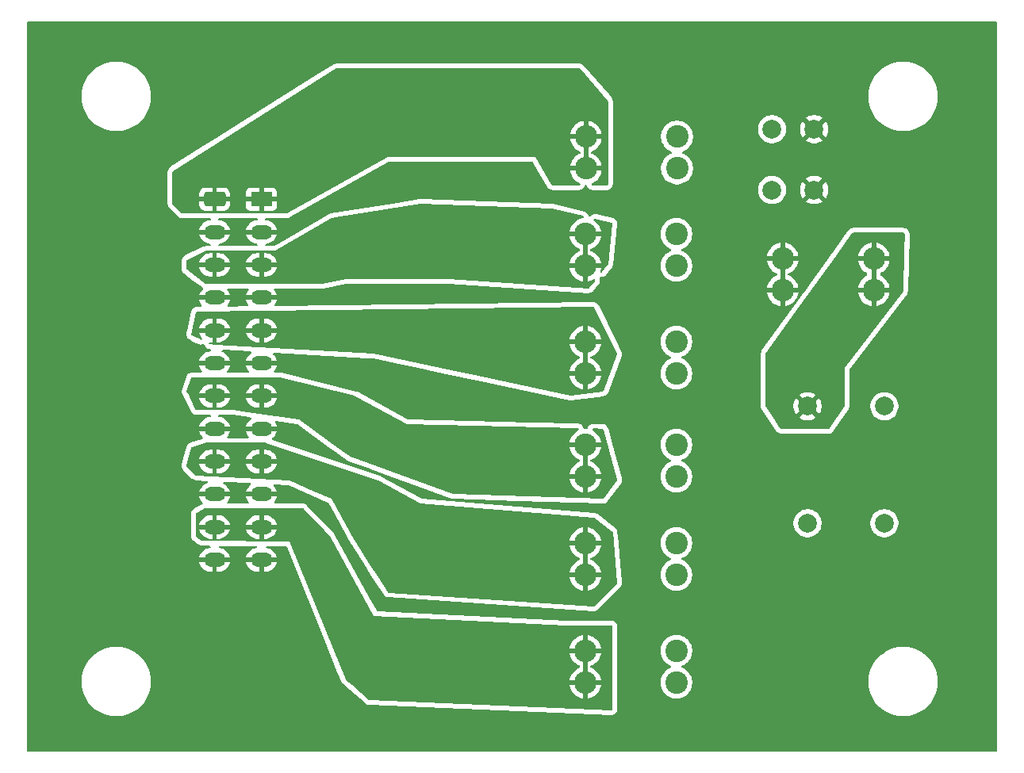
<source format=gbr>
%TF.GenerationSoftware,KiCad,Pcbnew,9.0.5*%
%TF.CreationDate,2026-02-20T11:52:18+01:00*%
%TF.ProjectId,Pekaway_rework,50656b61-7761-4795-9f72-65776f726b2e,rev?*%
%TF.SameCoordinates,Original*%
%TF.FileFunction,Copper,L2,Bot*%
%TF.FilePolarity,Positive*%
%FSLAX46Y46*%
G04 Gerber Fmt 4.6, Leading zero omitted, Abs format (unit mm)*
G04 Created by KiCad (PCBNEW 9.0.5) date 2026-02-20 11:52:18*
%MOMM*%
%LPD*%
G01*
G04 APERTURE LIST*
G04 Aperture macros list*
%AMRoundRect*
0 Rectangle with rounded corners*
0 $1 Rounding radius*
0 $2 $3 $4 $5 $6 $7 $8 $9 X,Y pos of 4 corners*
0 Add a 4 corners polygon primitive as box body*
4,1,4,$2,$3,$4,$5,$6,$7,$8,$9,$2,$3,0*
0 Add four circle primitives for the rounded corners*
1,1,$1+$1,$2,$3*
1,1,$1+$1,$4,$5*
1,1,$1+$1,$6,$7*
1,1,$1+$1,$8,$9*
0 Add four rect primitives between the rounded corners*
20,1,$1+$1,$2,$3,$4,$5,0*
20,1,$1+$1,$4,$5,$6,$7,0*
20,1,$1+$1,$6,$7,$8,$9,0*
20,1,$1+$1,$8,$9,$2,$3,0*%
G04 Aperture macros list end*
%TA.AperFunction,ComponentPad*%
%ADD10C,2.000000*%
%TD*%
%TA.AperFunction,ComponentPad*%
%ADD11C,2.400000*%
%TD*%
%TA.AperFunction,ComponentPad*%
%ADD12R,2.300000X1.500000*%
%TD*%
%TA.AperFunction,ComponentPad*%
%ADD13RoundRect,0.250001X-0.899999X0.499999X-0.899999X-0.499999X0.899999X-0.499999X0.899999X0.499999X0*%
%TD*%
%TA.AperFunction,ComponentPad*%
%ADD14O,2.300000X1.500000*%
%TD*%
%TA.AperFunction,ViaPad*%
%ADD15C,0.600000*%
%TD*%
G04 APERTURE END LIST*
D10*
%TO.P,J3,1,Pin_1*%
%TO.N,VCC*%
X179800000Y-88083400D03*
%TO.P,J3,2*%
%TO.N,N/C*%
X187999999Y-88083400D03*
%TD*%
D11*
%TO.P,F4,1,A*%
%TO.N,/LED4*%
X156065000Y-79700000D03*
X156065000Y-83100000D03*
%TO.P,F4,2,B*%
%TO.N,VCC*%
X165795000Y-79700000D03*
X165795000Y-83100000D03*
%TD*%
%TO.P,F2,1,A*%
%TO.N,/LED2*%
X156065000Y-57200000D03*
X156065000Y-60600000D03*
%TO.P,F2,2,B*%
%TO.N,VCC*%
X165795000Y-57200000D03*
X165795000Y-60600000D03*
%TD*%
%TO.P,F1,1,A*%
%TO.N,/LED1*%
X156135000Y-46800000D03*
X156135000Y-50200000D03*
%TO.P,F1,2,B*%
%TO.N,VCC*%
X165865000Y-46800000D03*
X165865000Y-50200000D03*
%TD*%
D10*
%TO.P,SW1,1,1*%
%TO.N,GND*%
X180500000Y-46000000D03*
X180500000Y-52500000D03*
%TO.P,SW1,2,2*%
%TO.N,Net-(D10-K)*%
X176000000Y-46000000D03*
X176000000Y-52500000D03*
%TD*%
D11*
%TO.P,F3,1,A*%
%TO.N,/LED3*%
X156065000Y-68700000D03*
X156065000Y-72100000D03*
%TO.P,F3,2,B*%
%TO.N,VCC*%
X165795000Y-68700000D03*
X165795000Y-72100000D03*
%TD*%
%TO.P,F7,1,A*%
%TO.N,GND*%
X177135000Y-59800000D03*
X177135000Y-63200000D03*
%TO.P,F7,2,B*%
%TO.N,Net-(F7-B)*%
X186865000Y-59800000D03*
X186865000Y-63200000D03*
%TD*%
%TO.P,F5,1,A*%
%TO.N,/LED5*%
X156065000Y-90200000D03*
X156065000Y-93600000D03*
%TO.P,F5,2,B*%
%TO.N,VCC*%
X165795000Y-90200000D03*
X165795000Y-93600000D03*
%TD*%
D12*
%TO.P,J5,1,Pin_1*%
%TO.N,/LED1*%
X121500000Y-53500000D03*
D13*
X116500000Y-53500000D03*
D14*
%TO.P,J5,2,Pin_2*%
%TO.N,GND*%
X121500000Y-57000000D03*
X116500000Y-57000000D03*
%TO.P,J5,3,Pin_3*%
%TO.N,/LED2*%
X121500000Y-60500000D03*
X116500000Y-60500000D03*
%TO.P,J5,4,Pin_4*%
%TO.N,GND*%
X121500000Y-64000000D03*
X116500000Y-64000000D03*
%TO.P,J5,5,Pin_5*%
%TO.N,/LED3*%
X121500000Y-67500000D03*
X116500000Y-67500000D03*
%TO.P,J5,6,Pin_6*%
%TO.N,GND*%
X121500000Y-71000000D03*
X116500000Y-71000000D03*
%TO.P,J5,7,Pin_7*%
%TO.N,/LED4*%
X121500000Y-74500000D03*
X116500000Y-74500000D03*
%TO.P,J5,8,Pin_8*%
%TO.N,GND*%
X121500000Y-78000000D03*
X116500000Y-78000000D03*
%TO.P,J5,9,Pin_9*%
%TO.N,/LED5*%
X121500000Y-81500000D03*
X116500000Y-81500000D03*
%TO.P,J5,10,Pin_10*%
%TO.N,GND*%
X121500000Y-85000000D03*
X116500000Y-85000000D03*
%TO.P,J5,11,Pin_11*%
%TO.N,/LED6*%
X121500000Y-88500000D03*
X116500000Y-88500000D03*
%TO.P,J5,12,Pin_12*%
%TO.N,GND*%
X121500000Y-92000000D03*
X116500000Y-92000000D03*
%TD*%
D10*
%TO.P,J4,1,Pin_1*%
%TO.N,Net-(F7-B)*%
X179800000Y-75583400D03*
%TO.P,J4,2*%
%TO.N,N/C*%
X187999999Y-75583400D03*
%TD*%
D11*
%TO.P,F6,1,A*%
%TO.N,/LED6*%
X156065000Y-101700000D03*
X156065000Y-105100000D03*
%TO.P,F6,2,B*%
%TO.N,VCC*%
X165795000Y-101700000D03*
X165795000Y-105100000D03*
%TD*%
D15*
%TO.N,/LED1*%
X132500000Y-47500000D03*
%TO.N,/LED2*%
X132500000Y-57500000D03*
%TO.N,/LED3*%
X132500000Y-67500000D03*
%TO.N,/LED4*%
X134000000Y-78500000D03*
%TO.N,/LED5*%
X133500000Y-89000000D03*
%TO.N,/LED6*%
X132500000Y-101000000D03*
%TD*%
%TA.AperFunction,Conductor*%
%TO.N,Net-(F7-B)*%
G36*
X187115000Y-62437639D02*
G01*
X187098351Y-62430743D01*
X186943793Y-62400000D01*
X186786207Y-62400000D01*
X186631649Y-62430743D01*
X186615000Y-62437639D01*
X186615000Y-60562360D01*
X186631649Y-60569257D01*
X186786207Y-60600000D01*
X186943793Y-60600000D01*
X187098351Y-60569257D01*
X187115000Y-60562360D01*
X187115000Y-62437639D01*
G37*
%TD.AperFunction*%
%TA.AperFunction,Conductor*%
G36*
X190048247Y-57054165D02*
G01*
X190129029Y-57108141D01*
X190183005Y-57188923D01*
X190201959Y-57284211D01*
X190201822Y-57292458D01*
X190149935Y-58853508D01*
X190002650Y-63284600D01*
X189980540Y-63379206D01*
X189951489Y-63427705D01*
X183770688Y-71500000D01*
X183770688Y-75459819D01*
X183751734Y-75555107D01*
X183728869Y-75597939D01*
X182177941Y-77924331D01*
X182109313Y-77993102D01*
X182019593Y-78030376D01*
X181970760Y-78035211D01*
X177070616Y-78035211D01*
X176975328Y-78016257D01*
X176894546Y-77962281D01*
X176863435Y-77924331D01*
X176146734Y-76849279D01*
X176146732Y-76849275D01*
X175312508Y-75597939D01*
X175303196Y-75575393D01*
X175289642Y-75555107D01*
X175284832Y-75530926D01*
X175275422Y-75508141D01*
X175271230Y-75465351D01*
X178300000Y-75465351D01*
X178300000Y-75701448D01*
X178300001Y-75701463D01*
X178336934Y-75934647D01*
X178409893Y-76159195D01*
X178517088Y-76369576D01*
X178577339Y-76452505D01*
X179198957Y-75830886D01*
X179223978Y-75891290D01*
X179295112Y-75997751D01*
X179385649Y-76088288D01*
X179492110Y-76159422D01*
X179552510Y-76184441D01*
X178930893Y-76806059D01*
X179013823Y-76866311D01*
X179224204Y-76973506D01*
X179448752Y-77046465D01*
X179681936Y-77083398D01*
X179681951Y-77083400D01*
X179918049Y-77083400D01*
X179918063Y-77083398D01*
X180151247Y-77046465D01*
X180375795Y-76973506D01*
X180586177Y-76866310D01*
X180669105Y-76806059D01*
X180047487Y-76184441D01*
X180107890Y-76159422D01*
X180214351Y-76088288D01*
X180304888Y-75997751D01*
X180376022Y-75891290D01*
X180401041Y-75830887D01*
X181022659Y-76452505D01*
X181082910Y-76369577D01*
X181190106Y-76159195D01*
X181263065Y-75934647D01*
X181299998Y-75701463D01*
X181300000Y-75701448D01*
X181300000Y-75465351D01*
X181299998Y-75465336D01*
X181263065Y-75232152D01*
X181190106Y-75007604D01*
X181082911Y-74797223D01*
X181022659Y-74714293D01*
X180401041Y-75335910D01*
X180376022Y-75275510D01*
X180304888Y-75169049D01*
X180214351Y-75078512D01*
X180107890Y-75007378D01*
X180047486Y-74982357D01*
X180669105Y-74360739D01*
X180586176Y-74300488D01*
X180375795Y-74193293D01*
X180151247Y-74120334D01*
X179918063Y-74083401D01*
X179918049Y-74083400D01*
X179681951Y-74083400D01*
X179681936Y-74083401D01*
X179448752Y-74120334D01*
X179224204Y-74193294D01*
X179224199Y-74193296D01*
X179013833Y-74300482D01*
X178930894Y-74360740D01*
X179552512Y-74982358D01*
X179492110Y-75007378D01*
X179385649Y-75078512D01*
X179295112Y-75169049D01*
X179223978Y-75275510D01*
X179198958Y-75335912D01*
X178577340Y-74714294D01*
X178517082Y-74797233D01*
X178409896Y-75007599D01*
X178409894Y-75007604D01*
X178336934Y-75232152D01*
X178300001Y-75465336D01*
X178300000Y-75465351D01*
X175271230Y-75465351D01*
X175270688Y-75459819D01*
X175270688Y-70115525D01*
X175289642Y-70020237D01*
X175317616Y-69970033D01*
X178981176Y-64881755D01*
X182820039Y-59550000D01*
X185183244Y-59550000D01*
X186102639Y-59550000D01*
X186095743Y-59566649D01*
X186065000Y-59721207D01*
X186065000Y-59878793D01*
X186095743Y-60033351D01*
X186102639Y-60050000D01*
X185183244Y-60050000D01*
X185194086Y-60132361D01*
X185251762Y-60347616D01*
X185337045Y-60553504D01*
X185448465Y-60746491D01*
X185448475Y-60746505D01*
X185584125Y-60923287D01*
X185741712Y-61080874D01*
X185918494Y-61216524D01*
X185918508Y-61216534D01*
X186035985Y-61284359D01*
X186109030Y-61348417D01*
X186152001Y-61435553D01*
X186158356Y-61532500D01*
X186127127Y-61624499D01*
X186063069Y-61697544D01*
X186035985Y-61715641D01*
X185918508Y-61783465D01*
X185918494Y-61783475D01*
X185741712Y-61919125D01*
X185584125Y-62076712D01*
X185448475Y-62253494D01*
X185448465Y-62253508D01*
X185337045Y-62446495D01*
X185251762Y-62652383D01*
X185194086Y-62867638D01*
X185183244Y-62950000D01*
X186102639Y-62950000D01*
X186095743Y-62966649D01*
X186065000Y-63121207D01*
X186065000Y-63278793D01*
X186095743Y-63433351D01*
X186102639Y-63450000D01*
X185183244Y-63450000D01*
X185194086Y-63532361D01*
X185251762Y-63747616D01*
X185337045Y-63953504D01*
X185448465Y-64146491D01*
X185448475Y-64146505D01*
X185584125Y-64323287D01*
X185741712Y-64480874D01*
X185918494Y-64616524D01*
X185918508Y-64616534D01*
X186111495Y-64727954D01*
X186317383Y-64813237D01*
X186532639Y-64870913D01*
X186532637Y-64870913D01*
X186615000Y-64881755D01*
X186615000Y-63962360D01*
X186631649Y-63969257D01*
X186786207Y-64000000D01*
X186943793Y-64000000D01*
X187098351Y-63969257D01*
X187115000Y-63962360D01*
X187115000Y-64881754D01*
X187197361Y-64870913D01*
X187412616Y-64813237D01*
X187618504Y-64727954D01*
X187811491Y-64616534D01*
X187811505Y-64616524D01*
X187988287Y-64480874D01*
X188145874Y-64323287D01*
X188281524Y-64146505D01*
X188281534Y-64146491D01*
X188392954Y-63953504D01*
X188478237Y-63747616D01*
X188535913Y-63532361D01*
X188546756Y-63450000D01*
X187627361Y-63450000D01*
X187634257Y-63433351D01*
X187665000Y-63278793D01*
X187665000Y-63121207D01*
X187634257Y-62966649D01*
X187627361Y-62950000D01*
X188546755Y-62950000D01*
X188535913Y-62867638D01*
X188478237Y-62652383D01*
X188392954Y-62446495D01*
X188281534Y-62253508D01*
X188281524Y-62253494D01*
X188145874Y-62076712D01*
X187988287Y-61919125D01*
X187811505Y-61783475D01*
X187811485Y-61783461D01*
X187694015Y-61715641D01*
X187620969Y-61651583D01*
X187577998Y-61564448D01*
X187571643Y-61467501D01*
X187602872Y-61375502D01*
X187666930Y-61302456D01*
X187694015Y-61284359D01*
X187811485Y-61216538D01*
X187811505Y-61216524D01*
X187988287Y-61080874D01*
X188145874Y-60923287D01*
X188281524Y-60746505D01*
X188281534Y-60746491D01*
X188392954Y-60553504D01*
X188478237Y-60347616D01*
X188535913Y-60132361D01*
X188546756Y-60050000D01*
X187627361Y-60050000D01*
X187634257Y-60033351D01*
X187665000Y-59878793D01*
X187665000Y-59721207D01*
X187634257Y-59566649D01*
X187627361Y-59550000D01*
X188546755Y-59550000D01*
X188535913Y-59467638D01*
X188478237Y-59252383D01*
X188392954Y-59046495D01*
X188281534Y-58853508D01*
X188281524Y-58853494D01*
X188145874Y-58676712D01*
X187988287Y-58519125D01*
X187811505Y-58383475D01*
X187811491Y-58383465D01*
X187618504Y-58272045D01*
X187412616Y-58186762D01*
X187197360Y-58129086D01*
X187115000Y-58118243D01*
X187115000Y-59037639D01*
X187098351Y-59030743D01*
X186943793Y-59000000D01*
X186786207Y-59000000D01*
X186631649Y-59030743D01*
X186615000Y-59037639D01*
X186615000Y-58118243D01*
X186532639Y-58129086D01*
X186317383Y-58186762D01*
X186111495Y-58272045D01*
X185918508Y-58383465D01*
X185918494Y-58383475D01*
X185741712Y-58519125D01*
X185584125Y-58676712D01*
X185448475Y-58853494D01*
X185448465Y-58853508D01*
X185337045Y-59046495D01*
X185251762Y-59252383D01*
X185194086Y-59467638D01*
X185183244Y-59550000D01*
X182820039Y-59550000D01*
X184556162Y-57138718D01*
X184627221Y-57072464D01*
X184718226Y-57038446D01*
X184758234Y-57035211D01*
X189952959Y-57035211D01*
X190048247Y-57054165D01*
G37*
%TD.AperFunction*%
%TD*%
%TA.AperFunction,Conductor*%
%TO.N,GND*%
G36*
X120258025Y-83794031D02*
G01*
X120323994Y-83817037D01*
X120367055Y-83872060D01*
X120373532Y-83941629D01*
X120341370Y-84003656D01*
X120324716Y-84018192D01*
X120285680Y-84046553D01*
X120146555Y-84185678D01*
X120030904Y-84344856D01*
X119941581Y-84520162D01*
X119880781Y-84707283D01*
X119874016Y-84750000D01*
X120951518Y-84750000D01*
X120940889Y-84768409D01*
X120900000Y-84921009D01*
X120900000Y-85078991D01*
X120940889Y-85231591D01*
X120951518Y-85250000D01*
X119874016Y-85250000D01*
X119880781Y-85292716D01*
X119941581Y-85479837D01*
X120030904Y-85655143D01*
X120134417Y-85797614D01*
X120157897Y-85863420D01*
X120142072Y-85931474D01*
X120091967Y-85980169D01*
X120034099Y-85994500D01*
X117965901Y-85994500D01*
X117898862Y-85974815D01*
X117853107Y-85922011D01*
X117843163Y-85852853D01*
X117865583Y-85797614D01*
X117969095Y-85655143D01*
X118058418Y-85479837D01*
X118119218Y-85292716D01*
X118125984Y-85250000D01*
X117048482Y-85250000D01*
X117059111Y-85231591D01*
X117100000Y-85078991D01*
X117100000Y-84921009D01*
X117059111Y-84768409D01*
X117048482Y-84750000D01*
X118125984Y-84750000D01*
X118119218Y-84707283D01*
X118058418Y-84520162D01*
X117969095Y-84344856D01*
X117853444Y-84185678D01*
X117714321Y-84046555D01*
X117555143Y-83930904D01*
X117479928Y-83892580D01*
X117429132Y-83844605D01*
X117412337Y-83776784D01*
X117434874Y-83710649D01*
X117489590Y-83667198D01*
X117542409Y-83658250D01*
X120258025Y-83794031D01*
G37*
%TD.AperFunction*%
%TA.AperFunction,Conductor*%
G36*
X118472799Y-76506746D02*
G01*
X120305858Y-76768611D01*
X120369436Y-76797577D01*
X120407264Y-76856321D01*
X120407327Y-76926190D01*
X120369605Y-76985003D01*
X120361205Y-76991680D01*
X120285680Y-77046553D01*
X120146555Y-77185678D01*
X120030904Y-77344856D01*
X119941581Y-77520162D01*
X119880781Y-77707283D01*
X119874016Y-77750000D01*
X120951518Y-77750000D01*
X120940889Y-77768409D01*
X120900000Y-77921009D01*
X120900000Y-78078991D01*
X120940889Y-78231591D01*
X120951518Y-78250000D01*
X119874016Y-78250000D01*
X119880781Y-78292716D01*
X119941581Y-78479837D01*
X120030904Y-78655143D01*
X120134417Y-78797614D01*
X120157897Y-78863420D01*
X120142072Y-78931474D01*
X120091967Y-78980169D01*
X120034099Y-78994500D01*
X117965901Y-78994500D01*
X117898862Y-78974815D01*
X117853107Y-78922011D01*
X117843163Y-78852853D01*
X117865583Y-78797614D01*
X117969095Y-78655143D01*
X118058418Y-78479837D01*
X118119218Y-78292716D01*
X118125984Y-78250000D01*
X117048482Y-78250000D01*
X117059111Y-78231591D01*
X117100000Y-78078991D01*
X117100000Y-77921009D01*
X117059111Y-77768409D01*
X117048482Y-77750000D01*
X118125984Y-77750000D01*
X118119218Y-77707283D01*
X118058418Y-77520162D01*
X117969095Y-77344856D01*
X117853444Y-77185678D01*
X117714321Y-77046555D01*
X117555143Y-76930904D01*
X117379835Y-76841581D01*
X117192705Y-76780778D01*
X117010839Y-76751973D01*
X116947704Y-76722044D01*
X116910773Y-76662732D01*
X116911771Y-76592869D01*
X116950381Y-76534637D01*
X117014345Y-76506523D01*
X117030237Y-76505500D01*
X118455263Y-76505500D01*
X118472799Y-76506746D01*
G37*
%TD.AperFunction*%
%TA.AperFunction,Conductor*%
G36*
X117380013Y-69585182D02*
G01*
X120315545Y-69752927D01*
X120381349Y-69776403D01*
X120424017Y-69831731D01*
X120429999Y-69901344D01*
X120397396Y-69963141D01*
X120381354Y-69977041D01*
X120285686Y-70046549D01*
X120285677Y-70046556D01*
X120146555Y-70185678D01*
X120030904Y-70344856D01*
X119941581Y-70520162D01*
X119880781Y-70707283D01*
X119874016Y-70750000D01*
X120951518Y-70750000D01*
X120940889Y-70768409D01*
X120900000Y-70921009D01*
X120900000Y-71078991D01*
X120940889Y-71231591D01*
X120951518Y-71250000D01*
X119874016Y-71250000D01*
X119880781Y-71292716D01*
X119941581Y-71479837D01*
X120030904Y-71655143D01*
X120134417Y-71797614D01*
X120157897Y-71863420D01*
X120142072Y-71931474D01*
X120091967Y-71980169D01*
X120034099Y-71994500D01*
X117965901Y-71994500D01*
X117898862Y-71974815D01*
X117853107Y-71922011D01*
X117843163Y-71852853D01*
X117865583Y-71797614D01*
X117969095Y-71655143D01*
X118058418Y-71479837D01*
X118119218Y-71292716D01*
X118125984Y-71250000D01*
X117048482Y-71250000D01*
X117059111Y-71231591D01*
X117100000Y-71078991D01*
X117100000Y-70921009D01*
X117059111Y-70768409D01*
X117048482Y-70750000D01*
X118125984Y-70750000D01*
X118119218Y-70707283D01*
X118058418Y-70520162D01*
X117969095Y-70344856D01*
X117853444Y-70185678D01*
X117714321Y-70046555D01*
X117555143Y-69930904D01*
X117379838Y-69841582D01*
X117334698Y-69826915D01*
X117277023Y-69787476D01*
X117249826Y-69723117D01*
X117261741Y-69654271D01*
X117308986Y-69602796D01*
X117376561Y-69585035D01*
X117380013Y-69585182D01*
G37*
%TD.AperFunction*%
%TA.AperFunction,Conductor*%
G36*
X120101138Y-63025185D02*
G01*
X120146893Y-63077989D01*
X120156837Y-63147147D01*
X120134417Y-63202386D01*
X120030904Y-63344856D01*
X119941581Y-63520162D01*
X119880781Y-63707283D01*
X119874016Y-63750000D01*
X120951518Y-63750000D01*
X120940889Y-63768409D01*
X120900000Y-63921009D01*
X120900000Y-64078991D01*
X120940889Y-64231591D01*
X120951518Y-64250000D01*
X119874016Y-64250000D01*
X119880781Y-64292716D01*
X119941581Y-64479837D01*
X120030904Y-64655143D01*
X120087482Y-64733015D01*
X120110962Y-64798821D01*
X120095137Y-64866875D01*
X120045031Y-64915570D01*
X119988623Y-64929892D01*
X117997273Y-64953319D01*
X117930006Y-64934425D01*
X117883633Y-64882163D01*
X117872877Y-64813126D01*
X117895497Y-64756441D01*
X117969095Y-64655144D01*
X118058418Y-64479837D01*
X118119218Y-64292716D01*
X118125984Y-64250000D01*
X117048482Y-64250000D01*
X117059111Y-64231591D01*
X117100000Y-64078991D01*
X117100000Y-63921009D01*
X117059111Y-63768409D01*
X117048482Y-63750000D01*
X118125984Y-63750000D01*
X118119218Y-63707283D01*
X118058418Y-63520162D01*
X117969095Y-63344856D01*
X117865583Y-63202386D01*
X117842103Y-63136580D01*
X117857928Y-63068526D01*
X117908033Y-63019831D01*
X117965901Y-63005500D01*
X120034099Y-63005500D01*
X120101138Y-63025185D01*
G37*
%TD.AperFunction*%
%TA.AperFunction,Conductor*%
G36*
X121036802Y-55525185D02*
G01*
X121082557Y-55577989D01*
X121092501Y-55647147D01*
X121063476Y-55710703D01*
X121004698Y-55748477D01*
X120989161Y-55751973D01*
X120807294Y-55780778D01*
X120620164Y-55841581D01*
X120444856Y-55930904D01*
X120285678Y-56046555D01*
X120146555Y-56185678D01*
X120030904Y-56344856D01*
X119941581Y-56520162D01*
X119880781Y-56707283D01*
X119874016Y-56750000D01*
X120951518Y-56750000D01*
X120940889Y-56768409D01*
X120900000Y-56921009D01*
X120900000Y-57078991D01*
X120940889Y-57231591D01*
X120951518Y-57250000D01*
X119874016Y-57250000D01*
X119880781Y-57292716D01*
X119941581Y-57479837D01*
X120030904Y-57655143D01*
X120146555Y-57814321D01*
X120285678Y-57953444D01*
X120444856Y-58069095D01*
X120620164Y-58158418D01*
X120807294Y-58219221D01*
X120989161Y-58248027D01*
X121052296Y-58277956D01*
X121089227Y-58337268D01*
X121088229Y-58407131D01*
X121049619Y-58465363D01*
X120985655Y-58493477D01*
X120969763Y-58494500D01*
X117030237Y-58494500D01*
X116963198Y-58474815D01*
X116917443Y-58422011D01*
X116907499Y-58352853D01*
X116936524Y-58289297D01*
X116995302Y-58251523D01*
X117010839Y-58248027D01*
X117192705Y-58219221D01*
X117379835Y-58158418D01*
X117555143Y-58069095D01*
X117714321Y-57953444D01*
X117853444Y-57814321D01*
X117969095Y-57655143D01*
X118058418Y-57479837D01*
X118119218Y-57292716D01*
X118125984Y-57250000D01*
X117048482Y-57250000D01*
X117059111Y-57231591D01*
X117100000Y-57078991D01*
X117100000Y-56921009D01*
X117059111Y-56768409D01*
X117048482Y-56750000D01*
X118125984Y-56750000D01*
X118119218Y-56707283D01*
X118058418Y-56520162D01*
X117969095Y-56344856D01*
X117853444Y-56185678D01*
X117714321Y-56046555D01*
X117555143Y-55930904D01*
X117379835Y-55841581D01*
X117192705Y-55780778D01*
X117010839Y-55751973D01*
X116947704Y-55722044D01*
X116910773Y-55662732D01*
X116911771Y-55592869D01*
X116950381Y-55534637D01*
X117014345Y-55506523D01*
X117030237Y-55505500D01*
X120969763Y-55505500D01*
X121036802Y-55525185D01*
G37*
%TD.AperFunction*%
%TA.AperFunction,Conductor*%
G36*
X177385000Y-62437639D02*
G01*
X177368351Y-62430743D01*
X177213793Y-62400000D01*
X177056207Y-62400000D01*
X176901649Y-62430743D01*
X176885000Y-62437639D01*
X176885000Y-60562360D01*
X176901649Y-60569257D01*
X177056207Y-60600000D01*
X177213793Y-60600000D01*
X177368351Y-60569257D01*
X177385000Y-60562360D01*
X177385000Y-62437639D01*
G37*
%TD.AperFunction*%
%TA.AperFunction,Conductor*%
G36*
X199942539Y-34520185D02*
G01*
X199988294Y-34572989D01*
X199999500Y-34624500D01*
X199999500Y-112375500D01*
X199979815Y-112442539D01*
X199927011Y-112488294D01*
X199875500Y-112499500D01*
X96624500Y-112499500D01*
X96557461Y-112479815D01*
X96511706Y-112427011D01*
X96500500Y-112375500D01*
X96500500Y-104818206D01*
X102299500Y-104818206D01*
X102299500Y-104848638D01*
X102299500Y-105181794D01*
X102310337Y-105291829D01*
X102335137Y-105543630D01*
X102406064Y-105900212D01*
X102406067Y-105900223D01*
X102511614Y-106248165D01*
X102650754Y-106584078D01*
X102650756Y-106584083D01*
X102822140Y-106904720D01*
X102822151Y-106904738D01*
X103024140Y-107207035D01*
X103024150Y-107207049D01*
X103254807Y-107488106D01*
X103511893Y-107745192D01*
X103511898Y-107745196D01*
X103511899Y-107745197D01*
X103792956Y-107975854D01*
X104095268Y-108177853D01*
X104095277Y-108177858D01*
X104095279Y-108177859D01*
X104415916Y-108349243D01*
X104415918Y-108349243D01*
X104415924Y-108349247D01*
X104751836Y-108488386D01*
X105099767Y-108593930D01*
X105099773Y-108593931D01*
X105099776Y-108593932D01*
X105099787Y-108593935D01*
X105456369Y-108664862D01*
X105818206Y-108700500D01*
X105818209Y-108700500D01*
X106181791Y-108700500D01*
X106181794Y-108700500D01*
X106543631Y-108664862D01*
X106613045Y-108651054D01*
X106900212Y-108593935D01*
X106900223Y-108593932D01*
X106900223Y-108593931D01*
X106900233Y-108593930D01*
X107248164Y-108488386D01*
X107584076Y-108349247D01*
X107904732Y-108177853D01*
X108207044Y-107975854D01*
X108488101Y-107745197D01*
X108745197Y-107488101D01*
X108975854Y-107207044D01*
X109177853Y-106904732D01*
X109349247Y-106584076D01*
X109488386Y-106248164D01*
X109593930Y-105900233D01*
X109593932Y-105900223D01*
X109593935Y-105900212D01*
X109664862Y-105543630D01*
X109675812Y-105432452D01*
X109700500Y-105181794D01*
X109700500Y-104818206D01*
X109664862Y-104456369D01*
X109604564Y-104153226D01*
X109593935Y-104099787D01*
X109593932Y-104099776D01*
X109593931Y-104099773D01*
X109593930Y-104099767D01*
X109488386Y-103751836D01*
X109349247Y-103415924D01*
X109340735Y-103400000D01*
X109177859Y-103095279D01*
X109177858Y-103095277D01*
X109177853Y-103095268D01*
X108975854Y-102792956D01*
X108745197Y-102511899D01*
X108745196Y-102511898D01*
X108745192Y-102511893D01*
X108488106Y-102254807D01*
X108207049Y-102024150D01*
X108207048Y-102024149D01*
X108207044Y-102024146D01*
X107904732Y-101822147D01*
X107904727Y-101822144D01*
X107904720Y-101822140D01*
X107584083Y-101650756D01*
X107584078Y-101650754D01*
X107248165Y-101511614D01*
X106900223Y-101406067D01*
X106900212Y-101406064D01*
X106543630Y-101335137D01*
X106271111Y-101308296D01*
X106181794Y-101299500D01*
X105818206Y-101299500D01*
X105735679Y-101307628D01*
X105456369Y-101335137D01*
X105099787Y-101406064D01*
X105099776Y-101406067D01*
X104751834Y-101511614D01*
X104415921Y-101650754D01*
X104415916Y-101650756D01*
X104095279Y-101822140D01*
X104095261Y-101822151D01*
X103792964Y-102024140D01*
X103792950Y-102024150D01*
X103511893Y-102254807D01*
X103254807Y-102511893D01*
X103024150Y-102792950D01*
X103024140Y-102792964D01*
X102822151Y-103095261D01*
X102822140Y-103095279D01*
X102650756Y-103415916D01*
X102650754Y-103415921D01*
X102511614Y-103751834D01*
X102406067Y-104099776D01*
X102406064Y-104099787D01*
X102335137Y-104456369D01*
X102307628Y-104735679D01*
X102299500Y-104818206D01*
X96500500Y-104818206D01*
X96500500Y-50568519D01*
X111494500Y-50568519D01*
X111494500Y-53948640D01*
X111497397Y-54002688D01*
X111497397Y-54002689D01*
X111500229Y-54029022D01*
X111500232Y-54029049D01*
X111508885Y-54082445D01*
X111508885Y-54082447D01*
X111559166Y-54217252D01*
X111559168Y-54217257D01*
X111592653Y-54278580D01*
X111678877Y-54393761D01*
X111678881Y-54393765D01*
X111678886Y-54393771D01*
X112150806Y-54865690D01*
X112606239Y-55321123D01*
X112606255Y-55321137D01*
X112606262Y-55321144D01*
X112646480Y-55357271D01*
X112646492Y-55357281D01*
X112646500Y-55357288D01*
X112667142Y-55373922D01*
X112711026Y-55405567D01*
X112841903Y-55465338D01*
X112908942Y-55485023D01*
X112908946Y-55485024D01*
X113051362Y-55505500D01*
X113051365Y-55505500D01*
X115969763Y-55505500D01*
X116036802Y-55525185D01*
X116082557Y-55577989D01*
X116092501Y-55647147D01*
X116063476Y-55710703D01*
X116004698Y-55748477D01*
X115989161Y-55751973D01*
X115807294Y-55780778D01*
X115620164Y-55841581D01*
X115444856Y-55930904D01*
X115285678Y-56046555D01*
X115146555Y-56185678D01*
X115030904Y-56344856D01*
X114941581Y-56520162D01*
X114880781Y-56707283D01*
X114874016Y-56750000D01*
X115951518Y-56750000D01*
X115940889Y-56768409D01*
X115900000Y-56921009D01*
X115900000Y-57078991D01*
X115940889Y-57231591D01*
X115951518Y-57250000D01*
X114874016Y-57250000D01*
X114880781Y-57292716D01*
X114941581Y-57479837D01*
X115030904Y-57655143D01*
X115146555Y-57814321D01*
X115285678Y-57953444D01*
X115444856Y-58069095D01*
X115620164Y-58158418D01*
X115807294Y-58219221D01*
X115989161Y-58248027D01*
X116052296Y-58277956D01*
X116089227Y-58337268D01*
X116088229Y-58407131D01*
X116049619Y-58465363D01*
X115985655Y-58493477D01*
X115969763Y-58494500D01*
X115529270Y-58494500D01*
X115413127Y-58508023D01*
X115357676Y-58521114D01*
X115247759Y-58560955D01*
X115247741Y-58560963D01*
X113342478Y-59513594D01*
X113342477Y-59513595D01*
X113230832Y-59589589D01*
X113181980Y-59633451D01*
X113181974Y-59633457D01*
X113181970Y-59633461D01*
X113181967Y-59633465D01*
X113094432Y-59736300D01*
X113078589Y-59770992D01*
X113045018Y-59844500D01*
X113045018Y-59844501D01*
X113045017Y-59844500D01*
X113034663Y-59867173D01*
X113014976Y-59934218D01*
X112994500Y-60076637D01*
X112994500Y-60938001D01*
X112999644Y-61009940D01*
X113004667Y-61044873D01*
X113004673Y-61044904D01*
X113009675Y-61067903D01*
X113010147Y-61070078D01*
X113010282Y-61070821D01*
X113010415Y-61071306D01*
X113011086Y-61074393D01*
X113019980Y-61115288D01*
X113021992Y-61119695D01*
X113028790Y-61138453D01*
X113033989Y-61157448D01*
X113033990Y-61157451D01*
X113064210Y-61212917D01*
X113064211Y-61212917D01*
X113066309Y-61216767D01*
X113079736Y-61246178D01*
X113081490Y-61248908D01*
X113083216Y-61247798D01*
X113102829Y-61283794D01*
X113102830Y-61283795D01*
X113102832Y-61283798D01*
X113107942Y-61290637D01*
X113112927Y-61297824D01*
X113117253Y-61304556D01*
X113117560Y-61305039D01*
X113117585Y-61305073D01*
X113122944Y-61311255D01*
X113128583Y-61318258D01*
X113141936Y-61336131D01*
X113141936Y-61336132D01*
X113144636Y-61339746D01*
X113144653Y-61339769D01*
X113160356Y-61355500D01*
X113164410Y-61359561D01*
X113164411Y-61359563D01*
X113170336Y-61365931D01*
X113211825Y-61413796D01*
X113219289Y-61418591D01*
X113240026Y-61435315D01*
X113246299Y-61441599D01*
X113246299Y-61441600D01*
X114204974Y-62160606D01*
X115163633Y-62879600D01*
X115178476Y-62890318D01*
X115185837Y-62895433D01*
X115200997Y-62905567D01*
X115201003Y-62905569D01*
X115202540Y-62906427D01*
X115203031Y-62906926D01*
X115205145Y-62908340D01*
X115204851Y-62908779D01*
X115251503Y-62956271D01*
X115265745Y-63024674D01*
X115240745Y-63089918D01*
X115229827Y-63102405D01*
X115146557Y-63185676D01*
X115146555Y-63185678D01*
X115030904Y-63344856D01*
X114941581Y-63520162D01*
X114880781Y-63707283D01*
X114874016Y-63750000D01*
X115951518Y-63750000D01*
X115940889Y-63768409D01*
X115900000Y-63921009D01*
X115900000Y-64078991D01*
X115940889Y-64231591D01*
X115951518Y-64250000D01*
X114874016Y-64250000D01*
X114880781Y-64292716D01*
X114941581Y-64479837D01*
X115030904Y-64655143D01*
X115129858Y-64791339D01*
X115153338Y-64857145D01*
X115137513Y-64925199D01*
X115087408Y-64973894D01*
X115030999Y-64988216D01*
X114594496Y-64993352D01*
X114594469Y-64993353D01*
X114539239Y-64997036D01*
X114539212Y-64997038D01*
X114512280Y-65000324D01*
X114457778Y-65010026D01*
X114323820Y-65062569D01*
X114263077Y-65097074D01*
X114257581Y-65101261D01*
X114256890Y-65101870D01*
X114149357Y-65185222D01*
X114149354Y-65185225D01*
X114088447Y-65269502D01*
X114065077Y-65301840D01*
X114046215Y-65337806D01*
X114032625Y-65363720D01*
X113984620Y-65499343D01*
X113984618Y-65499350D01*
X113586976Y-67487561D01*
X113522891Y-67807984D01*
X113516490Y-67848456D01*
X113514157Y-67868420D01*
X113511395Y-67904805D01*
X113511057Y-67909263D01*
X113514862Y-67944500D01*
X113514987Y-67945659D01*
X113514994Y-67945737D01*
X113526501Y-68052312D01*
X113526502Y-68052315D01*
X113542980Y-68116751D01*
X113543608Y-68119518D01*
X113598933Y-68252909D01*
X113601021Y-68255498D01*
X113689260Y-68364893D01*
X113689263Y-68364895D01*
X113689266Y-68364899D01*
X113720251Y-68393721D01*
X113740420Y-68412482D01*
X113740423Y-68412484D01*
X113740425Y-68412486D01*
X113858646Y-68494489D01*
X114211652Y-68670992D01*
X114761608Y-68945970D01*
X114761612Y-68945971D01*
X114761613Y-68945972D01*
X114850571Y-68980389D01*
X114895410Y-68993024D01*
X114895414Y-68993024D01*
X114895415Y-68993025D01*
X114989263Y-69010119D01*
X115132908Y-69001904D01*
X115201386Y-68988028D01*
X115264323Y-68965571D01*
X115279049Y-68964729D01*
X115292678Y-68959077D01*
X115313227Y-68962774D01*
X115334075Y-68961582D01*
X115346922Y-68968837D01*
X115361444Y-68971450D01*
X115376733Y-68985671D01*
X115394914Y-68995938D01*
X115402690Y-69009814D01*
X115412604Y-69019036D01*
X115426124Y-69051634D01*
X115428090Y-69059322D01*
X115428716Y-69062074D01*
X115484040Y-69195463D01*
X115484043Y-69195467D01*
X115574366Y-69307446D01*
X115574369Y-69307448D01*
X115574372Y-69307452D01*
X115605357Y-69336274D01*
X115625526Y-69355035D01*
X115625529Y-69355037D01*
X115625531Y-69355039D01*
X115743752Y-69437042D01*
X115743756Y-69437044D01*
X115751076Y-69440704D01*
X115784091Y-69454362D01*
X115784108Y-69454369D01*
X115786828Y-69455494D01*
X115786830Y-69455496D01*
X115786840Y-69455499D01*
X115786844Y-69455501D01*
X115817682Y-69468259D01*
X115817692Y-69468262D01*
X115817710Y-69468270D01*
X115851202Y-69479401D01*
X115851211Y-69479403D01*
X115851224Y-69479407D01*
X115921119Y-69497212D01*
X115938853Y-69497836D01*
X115954096Y-69499318D01*
X115960170Y-69500290D01*
X115995942Y-69506017D01*
X116059026Y-69536049D01*
X116095859Y-69595421D01*
X116094747Y-69665282D01*
X116056041Y-69723451D01*
X115995740Y-69750930D01*
X115807293Y-69780778D01*
X115620164Y-69841581D01*
X115444856Y-69930904D01*
X115285678Y-70046555D01*
X115146555Y-70185678D01*
X115030904Y-70344856D01*
X114941581Y-70520162D01*
X114880781Y-70707283D01*
X114874016Y-70750000D01*
X115951518Y-70750000D01*
X115940889Y-70768409D01*
X115900000Y-70921009D01*
X115900000Y-71078991D01*
X115940889Y-71231591D01*
X115951518Y-71250000D01*
X114874016Y-71250000D01*
X114880781Y-71292716D01*
X114941581Y-71479837D01*
X115030904Y-71655143D01*
X115134417Y-71797614D01*
X115157897Y-71863420D01*
X115142072Y-71931474D01*
X115091967Y-71980169D01*
X115034099Y-71994500D01*
X114089374Y-71994500D01*
X114079263Y-71994770D01*
X114062402Y-71995220D01*
X114049224Y-71995924D01*
X114022372Y-71998076D01*
X114022371Y-71998076D01*
X113882950Y-72033592D01*
X113882949Y-72033592D01*
X113819058Y-72060022D01*
X113818429Y-72060277D01*
X113818370Y-72060306D01*
X113694601Y-72133667D01*
X113596510Y-72238930D01*
X113556639Y-72296300D01*
X113556636Y-72296305D01*
X113492180Y-72424929D01*
X113492179Y-72424932D01*
X113036683Y-73791419D01*
X113022348Y-73843577D01*
X113022336Y-73843625D01*
X113016698Y-73869481D01*
X113016695Y-73869500D01*
X113008014Y-73922916D01*
X113008014Y-73922918D01*
X113013086Y-74066709D01*
X113025461Y-74135470D01*
X113025461Y-74135472D01*
X113070839Y-74272012D01*
X114013594Y-76157521D01*
X114013595Y-76157522D01*
X114089589Y-76269167D01*
X114089591Y-76269169D01*
X114133461Y-76318030D01*
X114236300Y-76405567D01*
X114367177Y-76465338D01*
X114434216Y-76485023D01*
X114434220Y-76485024D01*
X114576636Y-76505500D01*
X115969763Y-76505500D01*
X116036802Y-76525185D01*
X116082557Y-76577989D01*
X116092501Y-76647147D01*
X116063476Y-76710703D01*
X116004698Y-76748477D01*
X115989161Y-76751973D01*
X115807294Y-76780778D01*
X115620164Y-76841581D01*
X115444856Y-76930904D01*
X115285678Y-77046555D01*
X115146555Y-77185678D01*
X115030904Y-77344856D01*
X114941581Y-77520162D01*
X114880781Y-77707283D01*
X114874016Y-77750000D01*
X115951518Y-77750000D01*
X115940889Y-77768409D01*
X115900000Y-77921009D01*
X115900000Y-78078991D01*
X115940889Y-78231591D01*
X115951518Y-78250000D01*
X114874016Y-78250000D01*
X114880781Y-78292716D01*
X114941581Y-78479837D01*
X115030904Y-78655143D01*
X115146555Y-78814321D01*
X115207671Y-78875437D01*
X115241156Y-78936760D01*
X115236172Y-79006452D01*
X115194300Y-79062385D01*
X115159202Y-79080755D01*
X113904723Y-79498914D01*
X113805454Y-79544437D01*
X113759730Y-79571735D01*
X113672580Y-79637494D01*
X113582852Y-79749964D01*
X113582846Y-79749972D01*
X113547503Y-79810212D01*
X113547488Y-79810238D01*
X113493083Y-79943431D01*
X113197092Y-81127398D01*
X113107051Y-81487561D01*
X113026619Y-81809287D01*
X113026617Y-81809298D01*
X113011585Y-81924131D01*
X113010718Y-81980540D01*
X113010719Y-81980555D01*
X113022211Y-82095773D01*
X113072493Y-82230582D01*
X113105978Y-82291905D01*
X113192202Y-82407086D01*
X113192206Y-82407090D01*
X113192211Y-82407096D01*
X114108781Y-83323666D01*
X114139287Y-83351765D01*
X114139294Y-83351771D01*
X114139305Y-83351781D01*
X114154821Y-83364937D01*
X114187547Y-83390452D01*
X114315277Y-83456683D01*
X114372253Y-83476553D01*
X114377956Y-83479048D01*
X114381249Y-83479690D01*
X114381250Y-83479691D01*
X114381251Y-83479692D01*
X114522467Y-83507254D01*
X115692790Y-83565770D01*
X115758760Y-83588776D01*
X115801821Y-83643799D01*
X115808298Y-83713368D01*
X115776136Y-83775395D01*
X115724914Y-83807545D01*
X115620162Y-83841581D01*
X115444856Y-83930904D01*
X115285678Y-84046555D01*
X115146555Y-84185678D01*
X115030904Y-84344856D01*
X114941581Y-84520162D01*
X114880781Y-84707283D01*
X114874016Y-84750000D01*
X115951518Y-84750000D01*
X115940889Y-84768409D01*
X115900000Y-84921009D01*
X115900000Y-85078991D01*
X115940889Y-85231591D01*
X115951518Y-85250000D01*
X114874016Y-85250000D01*
X114880781Y-85292716D01*
X114941581Y-85479837D01*
X115030904Y-85655143D01*
X115146555Y-85814321D01*
X115223060Y-85890826D01*
X115256545Y-85952149D01*
X115251561Y-86021841D01*
X115209689Y-86077774D01*
X115190834Y-86089416D01*
X114342475Y-86513596D01*
X114230832Y-86589589D01*
X114181980Y-86633451D01*
X114181974Y-86633457D01*
X114181970Y-86633461D01*
X114181967Y-86633465D01*
X114094432Y-86736300D01*
X114034663Y-86867173D01*
X114014976Y-86934218D01*
X113994500Y-87076637D01*
X113994500Y-89438299D01*
X114002318Y-89526863D01*
X114009928Y-89569631D01*
X114009930Y-89569639D01*
X114033146Y-89655468D01*
X114033146Y-89655470D01*
X114101495Y-89782075D01*
X114143103Y-89838214D01*
X114244341Y-89940424D01*
X114244352Y-89940434D01*
X114686194Y-90274500D01*
X114823338Y-90378191D01*
X114838604Y-90389292D01*
X114846198Y-90394600D01*
X114861892Y-90405138D01*
X114992684Y-90465096D01*
X115059691Y-90484876D01*
X115059691Y-90484877D01*
X115158398Y-90499213D01*
X115202080Y-90505558D01*
X115962654Y-90506655D01*
X116029660Y-90526435D01*
X116075339Y-90579305D01*
X116085182Y-90648478D01*
X116056066Y-90711992D01*
X115997233Y-90749681D01*
X115981869Y-90753127D01*
X115807293Y-90780778D01*
X115620164Y-90841581D01*
X115444856Y-90930904D01*
X115285678Y-91046555D01*
X115146555Y-91185678D01*
X115030904Y-91344856D01*
X114941581Y-91520162D01*
X114880781Y-91707283D01*
X114874016Y-91750000D01*
X115951518Y-91750000D01*
X115940889Y-91768409D01*
X115900000Y-91921009D01*
X115900000Y-92078991D01*
X115940889Y-92231591D01*
X115951518Y-92250000D01*
X114874016Y-92250000D01*
X114880781Y-92292716D01*
X114941581Y-92479837D01*
X115030904Y-92655143D01*
X115146555Y-92814321D01*
X115285678Y-92953444D01*
X115444856Y-93069095D01*
X115620164Y-93158418D01*
X115807294Y-93219221D01*
X116001618Y-93250000D01*
X116250000Y-93250000D01*
X116250000Y-92548482D01*
X116268409Y-92559111D01*
X116421009Y-92600000D01*
X116578991Y-92600000D01*
X116731591Y-92559111D01*
X116750000Y-92548482D01*
X116750000Y-93250000D01*
X116998382Y-93250000D01*
X117192705Y-93219221D01*
X117379835Y-93158418D01*
X117555143Y-93069095D01*
X117714321Y-92953444D01*
X117853444Y-92814321D01*
X117969095Y-92655143D01*
X118058418Y-92479837D01*
X118119218Y-92292716D01*
X118125984Y-92250000D01*
X117048482Y-92250000D01*
X117059111Y-92231591D01*
X117100000Y-92078991D01*
X117100000Y-91921009D01*
X117059111Y-91768409D01*
X117048482Y-91750000D01*
X118125984Y-91750000D01*
X118119218Y-91707283D01*
X118058418Y-91520162D01*
X117969095Y-91344856D01*
X117853444Y-91185678D01*
X117714321Y-91046555D01*
X117555143Y-90930904D01*
X117379835Y-90841581D01*
X117192705Y-90780778D01*
X117192707Y-90780778D01*
X117028015Y-90754693D01*
X116964881Y-90724763D01*
X116927950Y-90665452D01*
X116928948Y-90595589D01*
X116967558Y-90537357D01*
X117031522Y-90509243D01*
X117047575Y-90508221D01*
X120917506Y-90513805D01*
X120984516Y-90533586D01*
X121030195Y-90586456D01*
X121040038Y-90655629D01*
X121010922Y-90719143D01*
X120952089Y-90756832D01*
X120936724Y-90760278D01*
X120807294Y-90780778D01*
X120620164Y-90841581D01*
X120444856Y-90930904D01*
X120285678Y-91046555D01*
X120146555Y-91185678D01*
X120030904Y-91344856D01*
X119941581Y-91520162D01*
X119880781Y-91707283D01*
X119874016Y-91750000D01*
X120951518Y-91750000D01*
X120940889Y-91768409D01*
X120900000Y-91921009D01*
X120900000Y-92078991D01*
X120940889Y-92231591D01*
X120951518Y-92250000D01*
X119874016Y-92250000D01*
X119880781Y-92292716D01*
X119941581Y-92479837D01*
X120030904Y-92655143D01*
X120146555Y-92814321D01*
X120285678Y-92953444D01*
X120444856Y-93069095D01*
X120620164Y-93158418D01*
X120807294Y-93219221D01*
X121001618Y-93250000D01*
X121250000Y-93250000D01*
X121250000Y-92548482D01*
X121268409Y-92559111D01*
X121421009Y-92600000D01*
X121578991Y-92600000D01*
X121731591Y-92559111D01*
X121750000Y-92548482D01*
X121750000Y-93250000D01*
X121998382Y-93250000D01*
X122192705Y-93219221D01*
X122379835Y-93158418D01*
X122555143Y-93069095D01*
X122714321Y-92953444D01*
X122853444Y-92814321D01*
X122969095Y-92655143D01*
X123058418Y-92479837D01*
X123119218Y-92292716D01*
X123125984Y-92250000D01*
X122048482Y-92250000D01*
X122059111Y-92231591D01*
X122100000Y-92078991D01*
X122100000Y-91921009D01*
X122059111Y-91768409D01*
X122048482Y-91750000D01*
X123125984Y-91750000D01*
X123119218Y-91707283D01*
X123058418Y-91520162D01*
X122969095Y-91344856D01*
X122853444Y-91185678D01*
X122714321Y-91046555D01*
X122555143Y-90930904D01*
X122379835Y-90841581D01*
X122192705Y-90780778D01*
X122073990Y-90761975D01*
X122010855Y-90732045D01*
X121973924Y-90672734D01*
X121974922Y-90602871D01*
X122013532Y-90544639D01*
X122077496Y-90516525D01*
X122093558Y-90515502D01*
X124090788Y-90518384D01*
X124157798Y-90538165D01*
X124203477Y-90591035D01*
X124205551Y-90595864D01*
X128393887Y-100944500D01*
X128670740Y-101628554D01*
X128670741Y-101628558D01*
X128675228Y-101639644D01*
X128687915Y-101670992D01*
X129004966Y-102454369D01*
X129004992Y-102454432D01*
X129005433Y-102455523D01*
X129620959Y-103976377D01*
X129769947Y-104344500D01*
X130020431Y-104963401D01*
X130076587Y-105066054D01*
X130080078Y-105070979D01*
X130080083Y-105070993D01*
X130080086Y-105070991D01*
X130080087Y-105070992D01*
X130109558Y-105112575D01*
X130187813Y-105199570D01*
X130930305Y-105853726D01*
X130931040Y-105854373D01*
X130931054Y-105854386D01*
X130932328Y-105855509D01*
X130932329Y-105855509D01*
X132628707Y-107350063D01*
X132641588Y-107360795D01*
X132643833Y-107362666D01*
X132650118Y-107367902D01*
X132660827Y-107376336D01*
X132660836Y-107376343D01*
X132683197Y-107392976D01*
X132811529Y-107458034D01*
X132877710Y-107480436D01*
X132950832Y-107494013D01*
X133019164Y-107506701D01*
X133019166Y-107506701D01*
X133019171Y-107506702D01*
X158850328Y-108561035D01*
X158968303Y-108551991D01*
X159024871Y-108540888D01*
X159137504Y-108504672D01*
X159162846Y-108488386D01*
X159258537Y-108426888D01*
X159258537Y-108426887D01*
X159258543Y-108426884D01*
X159311347Y-108381129D01*
X159405567Y-108272395D01*
X159465338Y-108141518D01*
X159485023Y-108074479D01*
X159485024Y-108074475D01*
X159505500Y-107932059D01*
X159505500Y-101588549D01*
X164094500Y-101588549D01*
X164094500Y-101811450D01*
X164094501Y-101811466D01*
X164123594Y-102032452D01*
X164123595Y-102032457D01*
X164123596Y-102032463D01*
X164123597Y-102032465D01*
X164181290Y-102247780D01*
X164181293Y-102247790D01*
X164218925Y-102338641D01*
X164266595Y-102453726D01*
X164378052Y-102646774D01*
X164378057Y-102646780D01*
X164378058Y-102646782D01*
X164513751Y-102823622D01*
X164513757Y-102823629D01*
X164671370Y-102981242D01*
X164671377Y-102981248D01*
X164797294Y-103077867D01*
X164848226Y-103116948D01*
X165041274Y-103228405D01*
X165078199Y-103243699D01*
X165178965Y-103285439D01*
X165233368Y-103329280D01*
X165255433Y-103395574D01*
X165238154Y-103463274D01*
X165187016Y-103510884D01*
X165178965Y-103514561D01*
X165041277Y-103571593D01*
X165041273Y-103571595D01*
X164848226Y-103683052D01*
X164848217Y-103683058D01*
X164671377Y-103818751D01*
X164671370Y-103818757D01*
X164513757Y-103976370D01*
X164513751Y-103976377D01*
X164378058Y-104153217D01*
X164378052Y-104153226D01*
X164266595Y-104346273D01*
X164266593Y-104346277D01*
X164181293Y-104552209D01*
X164181290Y-104552219D01*
X164123597Y-104767534D01*
X164123594Y-104767547D01*
X164094501Y-104988533D01*
X164094500Y-104988549D01*
X164094500Y-105211450D01*
X164094501Y-105211466D01*
X164123594Y-105432452D01*
X164123595Y-105432457D01*
X164123596Y-105432463D01*
X164181290Y-105647780D01*
X164181293Y-105647790D01*
X164222519Y-105747317D01*
X164266595Y-105853726D01*
X164378052Y-106046774D01*
X164378057Y-106046780D01*
X164378058Y-106046782D01*
X164513751Y-106223622D01*
X164513757Y-106223629D01*
X164671370Y-106381242D01*
X164671376Y-106381247D01*
X164848226Y-106516948D01*
X165041274Y-106628405D01*
X165247219Y-106713710D01*
X165462537Y-106771404D01*
X165683543Y-106800500D01*
X165683550Y-106800500D01*
X165906450Y-106800500D01*
X165906457Y-106800500D01*
X166127463Y-106771404D01*
X166342781Y-106713710D01*
X166548726Y-106628405D01*
X166741774Y-106516948D01*
X166918624Y-106381247D01*
X167076247Y-106223624D01*
X167211948Y-106046774D01*
X167323405Y-105853726D01*
X167408710Y-105647781D01*
X167466404Y-105432463D01*
X167495500Y-105211457D01*
X167495500Y-104988543D01*
X167473075Y-104818206D01*
X186299500Y-104818206D01*
X186299500Y-104848638D01*
X186299500Y-105181794D01*
X186310337Y-105291829D01*
X186335137Y-105543630D01*
X186406064Y-105900212D01*
X186406067Y-105900223D01*
X186511614Y-106248165D01*
X186650754Y-106584078D01*
X186650756Y-106584083D01*
X186822140Y-106904720D01*
X186822151Y-106904738D01*
X187024140Y-107207035D01*
X187024150Y-107207049D01*
X187254807Y-107488106D01*
X187511893Y-107745192D01*
X187511898Y-107745196D01*
X187511899Y-107745197D01*
X187792956Y-107975854D01*
X188095268Y-108177853D01*
X188095277Y-108177858D01*
X188095279Y-108177859D01*
X188415916Y-108349243D01*
X188415918Y-108349243D01*
X188415924Y-108349247D01*
X188751836Y-108488386D01*
X189099767Y-108593930D01*
X189099773Y-108593931D01*
X189099776Y-108593932D01*
X189099787Y-108593935D01*
X189456369Y-108664862D01*
X189818206Y-108700500D01*
X189818209Y-108700500D01*
X190181791Y-108700500D01*
X190181794Y-108700500D01*
X190543631Y-108664862D01*
X190613045Y-108651054D01*
X190900212Y-108593935D01*
X190900223Y-108593932D01*
X190900223Y-108593931D01*
X190900233Y-108593930D01*
X191248164Y-108488386D01*
X191584076Y-108349247D01*
X191904732Y-108177853D01*
X192207044Y-107975854D01*
X192488101Y-107745197D01*
X192745197Y-107488101D01*
X192975854Y-107207044D01*
X193177853Y-106904732D01*
X193349247Y-106584076D01*
X193488386Y-106248164D01*
X193593930Y-105900233D01*
X193593932Y-105900223D01*
X193593935Y-105900212D01*
X193664862Y-105543630D01*
X193675812Y-105432452D01*
X193700500Y-105181794D01*
X193700500Y-104818206D01*
X193664862Y-104456369D01*
X193604564Y-104153226D01*
X193593935Y-104099787D01*
X193593932Y-104099776D01*
X193593931Y-104099773D01*
X193593930Y-104099767D01*
X193488386Y-103751836D01*
X193349247Y-103415924D01*
X193340735Y-103400000D01*
X193177859Y-103095279D01*
X193177858Y-103095277D01*
X193177853Y-103095268D01*
X192975854Y-102792956D01*
X192745197Y-102511899D01*
X192745196Y-102511898D01*
X192745192Y-102511893D01*
X192488106Y-102254807D01*
X192207049Y-102024150D01*
X192207048Y-102024149D01*
X192207044Y-102024146D01*
X191904732Y-101822147D01*
X191904727Y-101822144D01*
X191904720Y-101822140D01*
X191584083Y-101650756D01*
X191584078Y-101650754D01*
X191248165Y-101511614D01*
X190900223Y-101406067D01*
X190900212Y-101406064D01*
X190543630Y-101335137D01*
X190271111Y-101308296D01*
X190181794Y-101299500D01*
X189818206Y-101299500D01*
X189735679Y-101307628D01*
X189456369Y-101335137D01*
X189099787Y-101406064D01*
X189099776Y-101406067D01*
X188751834Y-101511614D01*
X188415921Y-101650754D01*
X188415916Y-101650756D01*
X188095279Y-101822140D01*
X188095261Y-101822151D01*
X187792964Y-102024140D01*
X187792950Y-102024150D01*
X187511893Y-102254807D01*
X187254807Y-102511893D01*
X187024150Y-102792950D01*
X187024140Y-102792964D01*
X186822151Y-103095261D01*
X186822140Y-103095279D01*
X186650756Y-103415916D01*
X186650754Y-103415921D01*
X186511614Y-103751834D01*
X186406067Y-104099776D01*
X186406064Y-104099787D01*
X186335137Y-104456369D01*
X186307628Y-104735679D01*
X186299500Y-104818206D01*
X167473075Y-104818206D01*
X167466404Y-104767537D01*
X167408710Y-104552219D01*
X167323405Y-104346274D01*
X167211948Y-104153226D01*
X167076247Y-103976376D01*
X167076242Y-103976370D01*
X166918629Y-103818757D01*
X166918622Y-103818751D01*
X166741782Y-103683058D01*
X166741780Y-103683057D01*
X166741774Y-103683052D01*
X166548726Y-103571595D01*
X166548722Y-103571593D01*
X166411034Y-103514561D01*
X166356631Y-103470720D01*
X166334566Y-103404426D01*
X166351845Y-103336727D01*
X166402982Y-103289116D01*
X166411034Y-103285439D01*
X166448768Y-103269808D01*
X166548726Y-103228405D01*
X166741774Y-103116948D01*
X166918624Y-102981247D01*
X167076247Y-102823624D01*
X167211948Y-102646774D01*
X167323405Y-102453726D01*
X167408710Y-102247781D01*
X167466404Y-102032463D01*
X167495500Y-101811457D01*
X167495500Y-101588543D01*
X167466404Y-101367537D01*
X167408710Y-101152219D01*
X167323405Y-100946274D01*
X167211948Y-100753226D01*
X167076247Y-100576376D01*
X167076242Y-100576370D01*
X166918629Y-100418757D01*
X166918622Y-100418751D01*
X166741782Y-100283058D01*
X166741780Y-100283057D01*
X166741774Y-100283052D01*
X166548726Y-100171595D01*
X166548722Y-100171593D01*
X166342790Y-100086293D01*
X166342783Y-100086291D01*
X166342781Y-100086290D01*
X166127463Y-100028596D01*
X166127457Y-100028595D01*
X166127452Y-100028594D01*
X165906466Y-99999501D01*
X165906463Y-99999500D01*
X165906457Y-99999500D01*
X165683543Y-99999500D01*
X165683537Y-99999500D01*
X165683533Y-99999501D01*
X165462547Y-100028594D01*
X165462540Y-100028595D01*
X165462537Y-100028596D01*
X165247219Y-100086290D01*
X165247209Y-100086293D01*
X165041277Y-100171593D01*
X165041273Y-100171595D01*
X164848226Y-100283052D01*
X164848217Y-100283058D01*
X164671377Y-100418751D01*
X164671370Y-100418757D01*
X164513757Y-100576370D01*
X164513751Y-100576377D01*
X164378058Y-100753217D01*
X164378052Y-100753226D01*
X164266595Y-100946273D01*
X164266593Y-100946277D01*
X164181293Y-101152209D01*
X164181290Y-101152219D01*
X164141827Y-101299500D01*
X164123597Y-101367534D01*
X164123594Y-101367547D01*
X164094501Y-101588533D01*
X164094500Y-101588549D01*
X159505500Y-101588549D01*
X159505500Y-99124000D01*
X159493947Y-99016544D01*
X159482741Y-98965033D01*
X159482637Y-98964722D01*
X159448616Y-98862502D01*
X159448613Y-98862496D01*
X159370828Y-98741462D01*
X159370825Y-98741457D01*
X159370820Y-98741451D01*
X159325076Y-98688659D01*
X159325072Y-98688656D01*
X159325070Y-98688653D01*
X159216336Y-98594433D01*
X159216333Y-98594431D01*
X159216331Y-98594430D01*
X159085465Y-98534664D01*
X159085460Y-98534662D01*
X159085459Y-98534662D01*
X159018420Y-98514977D01*
X159018422Y-98514977D01*
X159018417Y-98514976D01*
X158970944Y-98508150D01*
X158876000Y-98494500D01*
X158875998Y-98494500D01*
X154015358Y-98494500D01*
X154009316Y-98494353D01*
X133877200Y-97512297D01*
X133811200Y-97489369D01*
X133774418Y-97447885D01*
X132971804Y-95978476D01*
X129358870Y-89363987D01*
X129324506Y-89309611D01*
X129306020Y-89284111D01*
X129306016Y-89284105D01*
X129265032Y-89234545D01*
X129265015Y-89234525D01*
X126405010Y-86192799D01*
X126404984Y-86192773D01*
X126359931Y-86150385D01*
X126359928Y-86150382D01*
X126351124Y-86143061D01*
X126336633Y-86131010D01*
X126336625Y-86131004D01*
X126286723Y-86094433D01*
X126155849Y-86034663D01*
X126088804Y-86014976D01*
X126040443Y-86008023D01*
X125946387Y-85994500D01*
X122965901Y-85994500D01*
X122898862Y-85974815D01*
X122853107Y-85922011D01*
X122843163Y-85852853D01*
X122865583Y-85797614D01*
X122969095Y-85655143D01*
X123058418Y-85479837D01*
X123119218Y-85292716D01*
X123125984Y-85250000D01*
X122048482Y-85250000D01*
X122059111Y-85231591D01*
X122100000Y-85078991D01*
X122100000Y-84921009D01*
X122059111Y-84768409D01*
X122048482Y-84750000D01*
X123125984Y-84750000D01*
X123119218Y-84707283D01*
X123058418Y-84520162D01*
X122969095Y-84344856D01*
X122853444Y-84185678D01*
X122805384Y-84137618D01*
X122771899Y-84076295D01*
X122776883Y-84006603D01*
X122818755Y-83950670D01*
X122884219Y-83926253D01*
X122899244Y-83926092D01*
X124357659Y-83999012D01*
X124401823Y-84009543D01*
X128602316Y-85876428D01*
X128655583Y-85921644D01*
X128660349Y-85929518D01*
X129297637Y-87076636D01*
X130613117Y-89444500D01*
X130613116Y-89444500D01*
X131016723Y-90170992D01*
X131034531Y-90203046D01*
X131034534Y-90203050D01*
X131056329Y-90242283D01*
X131063864Y-90255380D01*
X131067600Y-90261656D01*
X131073493Y-90271228D01*
X131075507Y-90274500D01*
X131507742Y-90953726D01*
X131508157Y-90954378D01*
X131508176Y-90954408D01*
X131508882Y-90955518D01*
X132290044Y-92183058D01*
X132710962Y-92844500D01*
X133173275Y-93570992D01*
X133671375Y-94353722D01*
X133671793Y-94354378D01*
X133671812Y-94354408D01*
X133672518Y-94355518D01*
X134539882Y-95718517D01*
X134539882Y-95718518D01*
X134596175Y-95791361D01*
X134596181Y-95791368D01*
X134626807Y-95824301D01*
X134626810Y-95824304D01*
X134626815Y-95824309D01*
X134695398Y-95885743D01*
X134695402Y-95885745D01*
X134821895Y-95954271D01*
X134821899Y-95954272D01*
X134821907Y-95954277D01*
X134887452Y-95978476D01*
X135028144Y-96008592D01*
X156909365Y-97500493D01*
X156980657Y-97500315D01*
X157015450Y-97497768D01*
X157085996Y-97487565D01*
X157220805Y-97437283D01*
X157282128Y-97403798D01*
X157397309Y-97317574D01*
X159816373Y-94898510D01*
X159866497Y-94840101D01*
X159888773Y-94809740D01*
X159929458Y-94744377D01*
X159977133Y-94608625D01*
X159990667Y-94540079D01*
X159998165Y-94396395D01*
X159725766Y-91400000D01*
X159607194Y-90095710D01*
X159606543Y-90088549D01*
X164094500Y-90088549D01*
X164094500Y-90311450D01*
X164094501Y-90311466D01*
X164123594Y-90532452D01*
X164123595Y-90532457D01*
X164123596Y-90532463D01*
X164177074Y-90732045D01*
X164181290Y-90747780D01*
X164181293Y-90747790D01*
X164266593Y-90953722D01*
X164266595Y-90953726D01*
X164378052Y-91146774D01*
X164378057Y-91146780D01*
X164378058Y-91146782D01*
X164513751Y-91323622D01*
X164513757Y-91323629D01*
X164671370Y-91481242D01*
X164671376Y-91481247D01*
X164848226Y-91616948D01*
X165041274Y-91728405D01*
X165078199Y-91743699D01*
X165178965Y-91785439D01*
X165233368Y-91829280D01*
X165255433Y-91895574D01*
X165238154Y-91963274D01*
X165187016Y-92010884D01*
X165178965Y-92014561D01*
X165041277Y-92071593D01*
X165041273Y-92071595D01*
X164848226Y-92183052D01*
X164848217Y-92183058D01*
X164671377Y-92318751D01*
X164671370Y-92318757D01*
X164513757Y-92476370D01*
X164513751Y-92476377D01*
X164378058Y-92653217D01*
X164378052Y-92653226D01*
X164266595Y-92846273D01*
X164266593Y-92846277D01*
X164181293Y-93052209D01*
X164181290Y-93052219D01*
X164123597Y-93267534D01*
X164123594Y-93267547D01*
X164094501Y-93488533D01*
X164094500Y-93488549D01*
X164094500Y-93711450D01*
X164094501Y-93711466D01*
X164123594Y-93932452D01*
X164123595Y-93932457D01*
X164123596Y-93932463D01*
X164123597Y-93932465D01*
X164181290Y-94147780D01*
X164181293Y-94147790D01*
X164266593Y-94353722D01*
X164266595Y-94353726D01*
X164378052Y-94546774D01*
X164378057Y-94546780D01*
X164378058Y-94546782D01*
X164513751Y-94723622D01*
X164513757Y-94723629D01*
X164671370Y-94881242D01*
X164671377Y-94881248D01*
X164693893Y-94898525D01*
X164848226Y-95016948D01*
X165041274Y-95128405D01*
X165247219Y-95213710D01*
X165462537Y-95271404D01*
X165683543Y-95300500D01*
X165683550Y-95300500D01*
X165906450Y-95300500D01*
X165906457Y-95300500D01*
X166127463Y-95271404D01*
X166342781Y-95213710D01*
X166548726Y-95128405D01*
X166741774Y-95016948D01*
X166918624Y-94881247D01*
X167076247Y-94723624D01*
X167211948Y-94546774D01*
X167323405Y-94353726D01*
X167408710Y-94147781D01*
X167466404Y-93932463D01*
X167495500Y-93711457D01*
X167495500Y-93488543D01*
X167466404Y-93267537D01*
X167408710Y-93052219D01*
X167323405Y-92846274D01*
X167211948Y-92653226D01*
X167171106Y-92600000D01*
X167076248Y-92476377D01*
X167076242Y-92476370D01*
X166918629Y-92318757D01*
X166918622Y-92318751D01*
X166741782Y-92183058D01*
X166741780Y-92183057D01*
X166741774Y-92183052D01*
X166548726Y-92071595D01*
X166548722Y-92071593D01*
X166411034Y-92014561D01*
X166356631Y-91970720D01*
X166334566Y-91904426D01*
X166351845Y-91836727D01*
X166402982Y-91789116D01*
X166411034Y-91785439D01*
X166452148Y-91768409D01*
X166548726Y-91728405D01*
X166741774Y-91616948D01*
X166918624Y-91481247D01*
X167076247Y-91323624D01*
X167211948Y-91146774D01*
X167323405Y-90953726D01*
X167408710Y-90747781D01*
X167466404Y-90532463D01*
X167495500Y-90311457D01*
X167495500Y-90088543D01*
X167466404Y-89867537D01*
X167408710Y-89652219D01*
X167323405Y-89446274D01*
X167211948Y-89253226D01*
X167076247Y-89076376D01*
X167076242Y-89076370D01*
X166918629Y-88918757D01*
X166918622Y-88918751D01*
X166741782Y-88783058D01*
X166741780Y-88783057D01*
X166741774Y-88783052D01*
X166548726Y-88671595D01*
X166548722Y-88671593D01*
X166342790Y-88586293D01*
X166342783Y-88586291D01*
X166342781Y-88586290D01*
X166127463Y-88528596D01*
X166127457Y-88528595D01*
X166127452Y-88528594D01*
X165906466Y-88499501D01*
X165906463Y-88499500D01*
X165906457Y-88499500D01*
X165683543Y-88499500D01*
X165683537Y-88499500D01*
X165683533Y-88499501D01*
X165462547Y-88528594D01*
X165462540Y-88528595D01*
X165462537Y-88528596D01*
X165247219Y-88586290D01*
X165247209Y-88586293D01*
X165041277Y-88671593D01*
X165041273Y-88671595D01*
X164848226Y-88783052D01*
X164848217Y-88783058D01*
X164671377Y-88918751D01*
X164671370Y-88918757D01*
X164513757Y-89076370D01*
X164513751Y-89076377D01*
X164378058Y-89253217D01*
X164378052Y-89253226D01*
X164266595Y-89446273D01*
X164266593Y-89446277D01*
X164181293Y-89652209D01*
X164181290Y-89652219D01*
X164123597Y-89867534D01*
X164123594Y-89867547D01*
X164094501Y-90088533D01*
X164094500Y-90088549D01*
X159606543Y-90088549D01*
X159508416Y-89009152D01*
X159508415Y-89009149D01*
X159508414Y-89009132D01*
X159497931Y-88942918D01*
X159490661Y-88910915D01*
X159471507Y-88846666D01*
X159402665Y-88720324D01*
X159360844Y-88664353D01*
X159360842Y-88664350D01*
X159259199Y-88562524D01*
X158588682Y-88059636D01*
X158462903Y-87965302D01*
X178299500Y-87965302D01*
X178299500Y-88201497D01*
X178336446Y-88434768D01*
X178409433Y-88659396D01*
X178472443Y-88783058D01*
X178516657Y-88869833D01*
X178655483Y-89060910D01*
X178822490Y-89227917D01*
X179013567Y-89366743D01*
X179112991Y-89417402D01*
X179224003Y-89473966D01*
X179224005Y-89473966D01*
X179224008Y-89473968D01*
X179344412Y-89513089D01*
X179448631Y-89546953D01*
X179681903Y-89583900D01*
X179681908Y-89583900D01*
X179918097Y-89583900D01*
X180151368Y-89546953D01*
X180213198Y-89526863D01*
X180375992Y-89473968D01*
X180586433Y-89366743D01*
X180777510Y-89227917D01*
X180944517Y-89060910D01*
X181083343Y-88869833D01*
X181190568Y-88659392D01*
X181263553Y-88434768D01*
X181300500Y-88201497D01*
X181300500Y-87965302D01*
X186499499Y-87965302D01*
X186499499Y-88201497D01*
X186536445Y-88434768D01*
X186609432Y-88659396D01*
X186672442Y-88783058D01*
X186716656Y-88869833D01*
X186855482Y-89060910D01*
X187022489Y-89227917D01*
X187213566Y-89366743D01*
X187312990Y-89417402D01*
X187424002Y-89473966D01*
X187424004Y-89473966D01*
X187424007Y-89473968D01*
X187544411Y-89513089D01*
X187648630Y-89546953D01*
X187881902Y-89583900D01*
X187881907Y-89583900D01*
X188118096Y-89583900D01*
X188351367Y-89546953D01*
X188413197Y-89526863D01*
X188575991Y-89473968D01*
X188786432Y-89366743D01*
X188977509Y-89227917D01*
X189144516Y-89060910D01*
X189283342Y-88869833D01*
X189390567Y-88659392D01*
X189463552Y-88434768D01*
X189500499Y-88201497D01*
X189500499Y-87965302D01*
X189463552Y-87732031D01*
X189390565Y-87507403D01*
X189283341Y-87296966D01*
X189144516Y-87105890D01*
X188977509Y-86938883D01*
X188786432Y-86800057D01*
X188575995Y-86692833D01*
X188351367Y-86619846D01*
X188118096Y-86582900D01*
X188118091Y-86582900D01*
X187881907Y-86582900D01*
X187881902Y-86582900D01*
X187648630Y-86619846D01*
X187424002Y-86692833D01*
X187213565Y-86800057D01*
X187104549Y-86879262D01*
X187022489Y-86938883D01*
X187022487Y-86938885D01*
X187022486Y-86938885D01*
X186855484Y-87105887D01*
X186855484Y-87105888D01*
X186855482Y-87105890D01*
X186847342Y-87117094D01*
X186716656Y-87296966D01*
X186609432Y-87507403D01*
X186536445Y-87732031D01*
X186499499Y-87965302D01*
X181300500Y-87965302D01*
X181263553Y-87732031D01*
X181190566Y-87507403D01*
X181083342Y-87296966D01*
X180944517Y-87105890D01*
X180777510Y-86938883D01*
X180586433Y-86800057D01*
X180375996Y-86692833D01*
X180151368Y-86619846D01*
X179918097Y-86582900D01*
X179918092Y-86582900D01*
X179681908Y-86582900D01*
X179681903Y-86582900D01*
X179448631Y-86619846D01*
X179224003Y-86692833D01*
X179013566Y-86800057D01*
X178904550Y-86879262D01*
X178822490Y-86938883D01*
X178822488Y-86938885D01*
X178822487Y-86938885D01*
X178655485Y-87105887D01*
X178655485Y-87105888D01*
X178655483Y-87105890D01*
X178647343Y-87117094D01*
X178516657Y-87296966D01*
X178409433Y-87507403D01*
X178336446Y-87732031D01*
X178299500Y-87965302D01*
X158462903Y-87965302D01*
X157331963Y-87117097D01*
X157331958Y-87117094D01*
X157207786Y-87048798D01*
X157207780Y-87048795D01*
X157207777Y-87048794D01*
X157176423Y-87036913D01*
X157143397Y-87024399D01*
X157143392Y-87024398D01*
X157005137Y-86993256D01*
X138676617Y-85507160D01*
X138626418Y-85491961D01*
X138622202Y-85489619D01*
X134255560Y-83063706D01*
X134255557Y-83063704D01*
X134255545Y-83063698D01*
X134213594Y-83042874D01*
X134213586Y-83042870D01*
X134192596Y-83033638D01*
X134148928Y-83016798D01*
X134148919Y-83016795D01*
X122705454Y-79202307D01*
X122648079Y-79162433D01*
X122621371Y-79097869D01*
X122633807Y-79029115D01*
X122671781Y-78984351D01*
X122714323Y-78953442D01*
X122853444Y-78814321D01*
X122969095Y-78655143D01*
X123058418Y-78479837D01*
X123119218Y-78292716D01*
X123125984Y-78250000D01*
X122048482Y-78250000D01*
X122059111Y-78231591D01*
X122100000Y-78078991D01*
X122100000Y-77921009D01*
X122059111Y-77768409D01*
X122048482Y-77750000D01*
X123125984Y-77750000D01*
X123119218Y-77707283D01*
X123058417Y-77520160D01*
X122969949Y-77346530D01*
X122957053Y-77277861D01*
X122983330Y-77213121D01*
X123040436Y-77172864D01*
X123097964Y-77167482D01*
X125273730Y-77478305D01*
X125329126Y-77500776D01*
X128687777Y-79943432D01*
X129390315Y-80454369D01*
X129391870Y-80455500D01*
X129391891Y-80455515D01*
X129391890Y-80455515D01*
X130688524Y-81398523D01*
X130688534Y-81398529D01*
X130688545Y-81398537D01*
X130748508Y-81436029D01*
X130779065Y-81452280D01*
X130843672Y-81481038D01*
X130843683Y-81481042D01*
X130843688Y-81481044D01*
X133073556Y-82291905D01*
X133218192Y-82344500D01*
X135216045Y-83070992D01*
X137370331Y-83854368D01*
X137370350Y-83854382D01*
X137370352Y-83854376D01*
X137373442Y-83855500D01*
X137373464Y-83855508D01*
X137373463Y-83855508D01*
X141808575Y-85468276D01*
X141808583Y-85468278D01*
X141808590Y-85468281D01*
X141885871Y-85489618D01*
X141924374Y-85497023D01*
X142004055Y-85505873D01*
X142004067Y-85505873D01*
X142004074Y-85505874D01*
X148900882Y-85721398D01*
X157919801Y-86003240D01*
X158017330Y-85996835D01*
X158064432Y-85989117D01*
X158158921Y-85964056D01*
X158285263Y-85895214D01*
X158341234Y-85853393D01*
X158443063Y-85751748D01*
X159868011Y-83851817D01*
X159913328Y-83779352D01*
X159932407Y-83742182D01*
X159964867Y-83663121D01*
X159988095Y-83521129D01*
X159989447Y-83451272D01*
X159989447Y-83451269D01*
X159971730Y-83308484D01*
X158957203Y-79588549D01*
X164094500Y-79588549D01*
X164094500Y-79811450D01*
X164094501Y-79811466D01*
X164123594Y-80032452D01*
X164123595Y-80032457D01*
X164123596Y-80032463D01*
X164123597Y-80032465D01*
X164181290Y-80247780D01*
X164181293Y-80247790D01*
X164266593Y-80453722D01*
X164266595Y-80453726D01*
X164378052Y-80646774D01*
X164378057Y-80646780D01*
X164378058Y-80646782D01*
X164513751Y-80823622D01*
X164513757Y-80823629D01*
X164671370Y-80981242D01*
X164671376Y-80981247D01*
X164848226Y-81116948D01*
X165041274Y-81228405D01*
X165078199Y-81243699D01*
X165178965Y-81285439D01*
X165233368Y-81329280D01*
X165255433Y-81395574D01*
X165238154Y-81463274D01*
X165187016Y-81510884D01*
X165178965Y-81514561D01*
X165041277Y-81571593D01*
X165041273Y-81571595D01*
X164848226Y-81683052D01*
X164848217Y-81683058D01*
X164671377Y-81818751D01*
X164671370Y-81818757D01*
X164513757Y-81976370D01*
X164513751Y-81976377D01*
X164378058Y-82153217D01*
X164378052Y-82153226D01*
X164266595Y-82346273D01*
X164266593Y-82346277D01*
X164181293Y-82552209D01*
X164181290Y-82552219D01*
X164123597Y-82767534D01*
X164123594Y-82767547D01*
X164094501Y-82988533D01*
X164094500Y-82988549D01*
X164094500Y-83211450D01*
X164094501Y-83211466D01*
X164123594Y-83432452D01*
X164123595Y-83432457D01*
X164123596Y-83432463D01*
X164136251Y-83479691D01*
X164181290Y-83647780D01*
X164181293Y-83647790D01*
X164235784Y-83779342D01*
X164266595Y-83853726D01*
X164378052Y-84046774D01*
X164378057Y-84046780D01*
X164378058Y-84046782D01*
X164513751Y-84223622D01*
X164513757Y-84223629D01*
X164671370Y-84381242D01*
X164671377Y-84381248D01*
X164749103Y-84440889D01*
X164848226Y-84516948D01*
X165041274Y-84628405D01*
X165247219Y-84713710D01*
X165462537Y-84771404D01*
X165683543Y-84800500D01*
X165683550Y-84800500D01*
X165906450Y-84800500D01*
X165906457Y-84800500D01*
X166127463Y-84771404D01*
X166342781Y-84713710D01*
X166548726Y-84628405D01*
X166741774Y-84516948D01*
X166918624Y-84381247D01*
X167076247Y-84223624D01*
X167211948Y-84046774D01*
X167323405Y-83853726D01*
X167408710Y-83647781D01*
X167466404Y-83432463D01*
X167495500Y-83211457D01*
X167495500Y-82988543D01*
X167466404Y-82767537D01*
X167408710Y-82552219D01*
X167323405Y-82346274D01*
X167211948Y-82153226D01*
X167076247Y-81976376D01*
X167076242Y-81976370D01*
X166918629Y-81818757D01*
X166918622Y-81818751D01*
X166741782Y-81683058D01*
X166741780Y-81683057D01*
X166741774Y-81683052D01*
X166548726Y-81571595D01*
X166548722Y-81571593D01*
X166411034Y-81514561D01*
X166356631Y-81470720D01*
X166334566Y-81404426D01*
X166351845Y-81336727D01*
X166402982Y-81289116D01*
X166411034Y-81285439D01*
X166448768Y-81269808D01*
X166548726Y-81228405D01*
X166741774Y-81116948D01*
X166918624Y-80981247D01*
X167076247Y-80823624D01*
X167211948Y-80646774D01*
X167323405Y-80453726D01*
X167408710Y-80247781D01*
X167466404Y-80032463D01*
X167495500Y-79811457D01*
X167495500Y-79588543D01*
X167466404Y-79367537D01*
X167408710Y-79152219D01*
X167323405Y-78946274D01*
X167211948Y-78753226D01*
X167076247Y-78576376D01*
X167076242Y-78576370D01*
X166918629Y-78418757D01*
X166918622Y-78418751D01*
X166741782Y-78283058D01*
X166741780Y-78283057D01*
X166741774Y-78283052D01*
X166548726Y-78171595D01*
X166548722Y-78171593D01*
X166342790Y-78086293D01*
X166342783Y-78086291D01*
X166342781Y-78086290D01*
X166127463Y-78028596D01*
X166127457Y-78028595D01*
X166127452Y-78028594D01*
X165906466Y-77999501D01*
X165906463Y-77999500D01*
X165906457Y-77999500D01*
X165683543Y-77999500D01*
X165683537Y-77999500D01*
X165683533Y-77999501D01*
X165462547Y-78028594D01*
X165462540Y-78028595D01*
X165462537Y-78028596D01*
X165274459Y-78078991D01*
X165247219Y-78086290D01*
X165247209Y-78086293D01*
X165041277Y-78171593D01*
X165041273Y-78171595D01*
X164848226Y-78283052D01*
X164848217Y-78283058D01*
X164671377Y-78418751D01*
X164671370Y-78418757D01*
X164513757Y-78576370D01*
X164513751Y-78576377D01*
X164378058Y-78753217D01*
X164378052Y-78753226D01*
X164266595Y-78946273D01*
X164266593Y-78946277D01*
X164181293Y-79152209D01*
X164181290Y-79152219D01*
X164123597Y-79367534D01*
X164123594Y-79367547D01*
X164094501Y-79588533D01*
X164094500Y-79588549D01*
X158957203Y-79588549D01*
X158511998Y-77956132D01*
X158501630Y-77922717D01*
X158495987Y-77906532D01*
X158493117Y-77899134D01*
X158483357Y-77873972D01*
X158483355Y-77873970D01*
X158483354Y-77873965D01*
X158444982Y-77811011D01*
X158408470Y-77751107D01*
X158408469Y-77751106D01*
X158363987Y-77697231D01*
X158257527Y-77600450D01*
X158257524Y-77600448D01*
X158128112Y-77537582D01*
X158128105Y-77537580D01*
X158123654Y-77536157D01*
X158062253Y-77516528D01*
X158061607Y-77516317D01*
X158061555Y-77516304D01*
X157919671Y-77492444D01*
X157919668Y-77492443D01*
X157919664Y-77492443D01*
X157597976Y-77484784D01*
X156954611Y-77469466D01*
X156954608Y-77469466D01*
X156954601Y-77469466D01*
X156919003Y-77471799D01*
X156864677Y-77475359D01*
X156821169Y-77482144D01*
X156733731Y-77503908D01*
X156733724Y-77503911D01*
X156605845Y-77569838D01*
X156548924Y-77610372D01*
X156444800Y-77709654D01*
X156444796Y-77709659D01*
X156372857Y-77834260D01*
X156372856Y-77834263D01*
X156349606Y-77892337D01*
X156349599Y-77892358D01*
X156346890Y-77899127D01*
X156346887Y-77899134D01*
X156343570Y-77912805D01*
X156342707Y-77915734D01*
X156325357Y-77942659D01*
X156309337Y-77970405D01*
X156306556Y-77971838D01*
X156304863Y-77974467D01*
X156275706Y-77987741D01*
X156247234Y-78002419D01*
X156243205Y-78002538D01*
X156241274Y-78003418D01*
X156236570Y-78002736D01*
X156207586Y-78003598D01*
X156176467Y-77999501D01*
X156176462Y-77999500D01*
X156176457Y-77999500D01*
X155985155Y-77999500D01*
X155918116Y-77979815D01*
X155872361Y-77927011D01*
X155865381Y-77907595D01*
X155848043Y-77842893D01*
X155839500Y-77811011D01*
X155764614Y-77688155D01*
X155720128Y-77634277D01*
X155613675Y-77537503D01*
X155538074Y-77500776D01*
X155484263Y-77474634D01*
X155484251Y-77474629D01*
X155417724Y-77453361D01*
X155417716Y-77453359D01*
X155417709Y-77453357D01*
X155417708Y-77453357D01*
X155417700Y-77453355D01*
X155417698Y-77453354D01*
X155417692Y-77453353D01*
X155275819Y-77429495D01*
X155275816Y-77429494D01*
X155275812Y-77429494D01*
X150228656Y-77309323D01*
X137164550Y-76998274D01*
X137108124Y-76983168D01*
X131755971Y-74063812D01*
X131697740Y-74036699D01*
X131668439Y-74025261D01*
X131668426Y-74025256D01*
X131607205Y-74005743D01*
X123637403Y-72013293D01*
X123576567Y-72001989D01*
X123576570Y-72001989D01*
X123546495Y-71998287D01*
X123546483Y-71998286D01*
X123484749Y-71994500D01*
X123484734Y-71994500D01*
X122965901Y-71994500D01*
X122898862Y-71974815D01*
X122853107Y-71922011D01*
X122843163Y-71852853D01*
X122865583Y-71797614D01*
X122969095Y-71655143D01*
X123058418Y-71479837D01*
X123119218Y-71292716D01*
X123125984Y-71250000D01*
X122048482Y-71250000D01*
X122059111Y-71231591D01*
X122100000Y-71078991D01*
X122100000Y-70921009D01*
X122059111Y-70768409D01*
X122048482Y-70750000D01*
X123125984Y-70750000D01*
X123119218Y-70707283D01*
X123058418Y-70520162D01*
X122969095Y-70344856D01*
X122853444Y-70185678D01*
X122778316Y-70110550D01*
X122744831Y-70049227D01*
X122749815Y-69979535D01*
X122791687Y-69923602D01*
X122857151Y-69899185D01*
X122873064Y-69899071D01*
X132746622Y-70463274D01*
X133423802Y-70501970D01*
X133442273Y-70504428D01*
X136524023Y-71153217D01*
X137432618Y-71344500D01*
X140883456Y-72070992D01*
X142893880Y-72494238D01*
X142894366Y-72494342D01*
X144550486Y-72854369D01*
X144555672Y-72855496D01*
X144555687Y-72855504D01*
X144555689Y-72855500D01*
X154370820Y-74989224D01*
X154400305Y-74992931D01*
X154459954Y-75000431D01*
X154459960Y-75000431D01*
X154459966Y-75000432D01*
X154503843Y-75002016D01*
X154593568Y-74997264D01*
X157998726Y-74510813D01*
X157998732Y-74510811D01*
X157998735Y-74510811D01*
X158036737Y-74500430D01*
X158120060Y-74477673D01*
X158176658Y-74454318D01*
X158286053Y-74392249D01*
X158387972Y-74290691D01*
X158429943Y-74234831D01*
X158429943Y-74234830D01*
X158432544Y-74231369D01*
X158435301Y-74225058D01*
X158499121Y-74108672D01*
X159954328Y-70228122D01*
X159972834Y-70167434D01*
X159980013Y-70137206D01*
X159990773Y-70074660D01*
X159985701Y-69930869D01*
X159985701Y-69930866D01*
X159973326Y-69862105D01*
X159973326Y-69862103D01*
X159958245Y-69816728D01*
X159927951Y-69725570D01*
X159359441Y-68588549D01*
X164094500Y-68588549D01*
X164094500Y-68811450D01*
X164094501Y-68811466D01*
X164123594Y-69032452D01*
X164123595Y-69032457D01*
X164123596Y-69032463D01*
X164167272Y-69195463D01*
X164181290Y-69247780D01*
X164181293Y-69247790D01*
X164225718Y-69355041D01*
X164266595Y-69453726D01*
X164378052Y-69646774D01*
X164378057Y-69646780D01*
X164378058Y-69646782D01*
X164513751Y-69823622D01*
X164513757Y-69823629D01*
X164671370Y-69981242D01*
X164671377Y-69981248D01*
X164756489Y-70046556D01*
X164848226Y-70116948D01*
X165041274Y-70228405D01*
X165078199Y-70243699D01*
X165178965Y-70285439D01*
X165233368Y-70329280D01*
X165255433Y-70395574D01*
X165238154Y-70463274D01*
X165187016Y-70510884D01*
X165178965Y-70514561D01*
X165041277Y-70571593D01*
X165041273Y-70571595D01*
X164848226Y-70683052D01*
X164848217Y-70683058D01*
X164671377Y-70818751D01*
X164671370Y-70818757D01*
X164513757Y-70976370D01*
X164513751Y-70976377D01*
X164378058Y-71153217D01*
X164378052Y-71153226D01*
X164266595Y-71346273D01*
X164266593Y-71346277D01*
X164181293Y-71552209D01*
X164181290Y-71552219D01*
X164123597Y-71767534D01*
X164123594Y-71767547D01*
X164094501Y-71988533D01*
X164094500Y-71988549D01*
X164094500Y-72211450D01*
X164094501Y-72211466D01*
X164123594Y-72432452D01*
X164123595Y-72432457D01*
X164123596Y-72432463D01*
X164181290Y-72647780D01*
X164181293Y-72647790D01*
X164266593Y-72853722D01*
X164266595Y-72853726D01*
X164378052Y-73046774D01*
X164378057Y-73046780D01*
X164378058Y-73046782D01*
X164513751Y-73223622D01*
X164513757Y-73223629D01*
X164671370Y-73381242D01*
X164671376Y-73381247D01*
X164848226Y-73516948D01*
X165041274Y-73628405D01*
X165247219Y-73713710D01*
X165462537Y-73771404D01*
X165683543Y-73800500D01*
X165683550Y-73800500D01*
X165906450Y-73800500D01*
X165906457Y-73800500D01*
X166127463Y-73771404D01*
X166342781Y-73713710D01*
X166548726Y-73628405D01*
X166741774Y-73516948D01*
X166918624Y-73381247D01*
X167076247Y-73223624D01*
X167211948Y-73046774D01*
X167323405Y-72853726D01*
X167408710Y-72647781D01*
X167466404Y-72432463D01*
X167495500Y-72211457D01*
X167495500Y-71988543D01*
X167466404Y-71767537D01*
X167408710Y-71552219D01*
X167323405Y-71346274D01*
X167211948Y-71153226D01*
X167076247Y-70976376D01*
X167076242Y-70976370D01*
X166918629Y-70818757D01*
X166918622Y-70818751D01*
X166741782Y-70683058D01*
X166741780Y-70683057D01*
X166741774Y-70683052D01*
X166548726Y-70571595D01*
X166548722Y-70571593D01*
X166411034Y-70514561D01*
X166356631Y-70470720D01*
X166334566Y-70404426D01*
X166351845Y-70336727D01*
X166402982Y-70289116D01*
X166411034Y-70285439D01*
X166448768Y-70269808D01*
X166548726Y-70228405D01*
X166741774Y-70116948D01*
X166743626Y-70115527D01*
X174765188Y-70115527D01*
X174765188Y-75459823D01*
X174767534Y-75507832D01*
X174767534Y-75507836D01*
X174767597Y-75509110D01*
X174768138Y-75514636D01*
X174768138Y-75514637D01*
X174772330Y-75557427D01*
X174772762Y-75561652D01*
X174778006Y-75582289D01*
X174785916Y-75613419D01*
X174786478Y-75616643D01*
X174793858Y-75653742D01*
X174807233Y-75706144D01*
X174807234Y-75706149D01*
X174828064Y-75749687D01*
X174830814Y-75755863D01*
X174845288Y-75790907D01*
X174845289Y-75790908D01*
X174845290Y-75790910D01*
X174846460Y-75793104D01*
X174891906Y-75878341D01*
X176442831Y-78204729D01*
X176442845Y-78204749D01*
X176472509Y-78244811D01*
X176472512Y-78244815D01*
X176503526Y-78282646D01*
X176503619Y-78282759D01*
X176506669Y-78286444D01*
X176506671Y-78286446D01*
X176506673Y-78286448D01*
X176577616Y-78350172D01*
X176613708Y-78382591D01*
X176667826Y-78418751D01*
X176694485Y-78436564D01*
X176694490Y-78436567D01*
X176741017Y-78464173D01*
X176741019Y-78464174D01*
X176741021Y-78464174D01*
X176741025Y-78464177D01*
X176876710Y-78512044D01*
X176971998Y-78530998D01*
X177070616Y-78540711D01*
X177070618Y-78540711D01*
X181970760Y-78540711D01*
X181970781Y-78540710D01*
X182020546Y-78538252D01*
X182020546Y-78538251D01*
X182020566Y-78538251D01*
X182069399Y-78533416D01*
X182074158Y-78532922D01*
X182213531Y-78497193D01*
X182303251Y-78459919D01*
X182352035Y-78436516D01*
X182467127Y-78350172D01*
X182535755Y-78281401D01*
X182598542Y-78204732D01*
X184149470Y-75878340D01*
X184174806Y-75835994D01*
X184197671Y-75793162D01*
X184199654Y-75789410D01*
X184247521Y-75653725D01*
X184266475Y-75558437D01*
X184275648Y-75465302D01*
X186499499Y-75465302D01*
X186499499Y-75701497D01*
X186536445Y-75934768D01*
X186609432Y-76159396D01*
X186665364Y-76269167D01*
X186716656Y-76369833D01*
X186855482Y-76560910D01*
X187022489Y-76727917D01*
X187213566Y-76866743D01*
X187312990Y-76917402D01*
X187424002Y-76973966D01*
X187424004Y-76973966D01*
X187424007Y-76973968D01*
X187498813Y-76998274D01*
X187648630Y-77046953D01*
X187881902Y-77083900D01*
X187881907Y-77083900D01*
X188118096Y-77083900D01*
X188351367Y-77046953D01*
X188352598Y-77046553D01*
X188575991Y-76973968D01*
X188786432Y-76866743D01*
X188977509Y-76727917D01*
X189144516Y-76560910D01*
X189283342Y-76369833D01*
X189390567Y-76159392D01*
X189463552Y-75934768D01*
X189500499Y-75701497D01*
X189500499Y-75465302D01*
X189463552Y-75232031D01*
X189390565Y-75007403D01*
X189283341Y-74796966D01*
X189144516Y-74605890D01*
X188977509Y-74438883D01*
X188786432Y-74300057D01*
X188731379Y-74272006D01*
X188575995Y-74192833D01*
X188351367Y-74119846D01*
X188118096Y-74082900D01*
X188118091Y-74082900D01*
X187881907Y-74082900D01*
X187881902Y-74082900D01*
X187648630Y-74119846D01*
X187424002Y-74192833D01*
X187213565Y-74300057D01*
X187104549Y-74379262D01*
X187022489Y-74438883D01*
X187022487Y-74438885D01*
X187022486Y-74438885D01*
X186855484Y-74605887D01*
X186855484Y-74605888D01*
X186855482Y-74605890D01*
X186795861Y-74687950D01*
X186716656Y-74796966D01*
X186609432Y-75007403D01*
X186536445Y-75232031D01*
X186499499Y-75465302D01*
X184275648Y-75465302D01*
X184276188Y-75459819D01*
X184276188Y-71713322D01*
X184295873Y-71646283D01*
X184301734Y-71637938D01*
X190352848Y-63735018D01*
X190385142Y-63687464D01*
X190414193Y-63638965D01*
X190420427Y-63628264D01*
X190439693Y-63578942D01*
X190472772Y-63494257D01*
X190472773Y-63494252D01*
X190472776Y-63494245D01*
X190494886Y-63399639D01*
X190507871Y-63301393D01*
X190707043Y-57309251D01*
X190707252Y-57300854D01*
X190707389Y-57292607D01*
X190697746Y-57185593D01*
X190678792Y-57090305D01*
X190665410Y-57037876D01*
X190603315Y-56908085D01*
X190549339Y-56827303D01*
X190516906Y-56783978D01*
X190409867Y-56687831D01*
X190356554Y-56652209D01*
X190329089Y-56633857D01*
X190329084Y-56633854D01*
X190282557Y-56606248D01*
X190282555Y-56606247D01*
X190282550Y-56606245D01*
X190222169Y-56584944D01*
X190146863Y-56558377D01*
X190051575Y-56539423D01*
X189969651Y-56531355D01*
X189952959Y-56529711D01*
X184758234Y-56529711D01*
X184758230Y-56529711D01*
X184717506Y-56531354D01*
X184717494Y-56531354D01*
X184717493Y-56531355D01*
X184707886Y-56532131D01*
X184677483Y-56534590D01*
X184677477Y-56534591D01*
X184541231Y-56564945D01*
X184541220Y-56564948D01*
X184450229Y-56598962D01*
X184400628Y-56620594D01*
X184400616Y-56620601D01*
X184282502Y-56702735D01*
X184211444Y-56768988D01*
X184145938Y-56843343D01*
X184145930Y-56843353D01*
X182727273Y-58813710D01*
X182561104Y-59044500D01*
X182409808Y-59254634D01*
X182038030Y-59770992D01*
X181473999Y-60554369D01*
X181473185Y-60555500D01*
X180113105Y-62444500D01*
X179590031Y-63170992D01*
X179174859Y-63747620D01*
X179025992Y-63954379D01*
X179025190Y-63955493D01*
X179025185Y-63955500D01*
X174907388Y-69674661D01*
X174907386Y-69674664D01*
X174876043Y-69723975D01*
X174876034Y-69723990D01*
X174848089Y-69774142D01*
X174841722Y-69785932D01*
X174793854Y-69921620D01*
X174793854Y-69921621D01*
X174774900Y-70016908D01*
X174774900Y-70016909D01*
X174765188Y-70115527D01*
X166743626Y-70115527D01*
X166833511Y-70046556D01*
X166875803Y-70014105D01*
X166896045Y-69998571D01*
X166918624Y-69981247D01*
X167076247Y-69823624D01*
X167211948Y-69646774D01*
X167323405Y-69453726D01*
X167408710Y-69247781D01*
X167466404Y-69032463D01*
X167495500Y-68811457D01*
X167495500Y-68588543D01*
X167466404Y-68367537D01*
X167408710Y-68152219D01*
X167323405Y-67946274D01*
X167211948Y-67753226D01*
X167076247Y-67576376D01*
X167076242Y-67576370D01*
X166918629Y-67418757D01*
X166918622Y-67418751D01*
X166741782Y-67283058D01*
X166741780Y-67283057D01*
X166741774Y-67283052D01*
X166548726Y-67171595D01*
X166548722Y-67171593D01*
X166342790Y-67086293D01*
X166342783Y-67086291D01*
X166342781Y-67086290D01*
X166127463Y-67028596D01*
X166127457Y-67028595D01*
X166127452Y-67028594D01*
X165906466Y-66999501D01*
X165906463Y-66999500D01*
X165906457Y-66999500D01*
X165683543Y-66999500D01*
X165683537Y-66999500D01*
X165683533Y-66999501D01*
X165462547Y-67028594D01*
X165462540Y-67028595D01*
X165462537Y-67028596D01*
X165247219Y-67086290D01*
X165247209Y-67086293D01*
X165041277Y-67171593D01*
X165041273Y-67171595D01*
X164848226Y-67283052D01*
X164848217Y-67283058D01*
X164671377Y-67418751D01*
X164671370Y-67418757D01*
X164513757Y-67576370D01*
X164513751Y-67576377D01*
X164378058Y-67753217D01*
X164378052Y-67753226D01*
X164266595Y-67946273D01*
X164266593Y-67946277D01*
X164181293Y-68152209D01*
X164181290Y-68152219D01*
X164124305Y-68364893D01*
X164123597Y-68367534D01*
X164123594Y-68367547D01*
X164094501Y-68588533D01*
X164094500Y-68588549D01*
X159359441Y-68588549D01*
X157486861Y-64843389D01*
X157472781Y-64822833D01*
X157408873Y-64729534D01*
X157398850Y-64718502D01*
X157363779Y-64679898D01*
X157363775Y-64679894D01*
X157363772Y-64679891D01*
X157257894Y-64591366D01*
X157257891Y-64591364D01*
X157257890Y-64591364D01*
X157126315Y-64533138D01*
X157059061Y-64514248D01*
X157059056Y-64514247D01*
X157059055Y-64514247D01*
X157004815Y-64507098D01*
X156916406Y-64495447D01*
X123040380Y-64893989D01*
X122973113Y-64875095D01*
X122926740Y-64822833D01*
X122915984Y-64753796D01*
X122938604Y-64697112D01*
X122969093Y-64655147D01*
X123058418Y-64479837D01*
X123119218Y-64292716D01*
X123125984Y-64250000D01*
X122048482Y-64250000D01*
X122059111Y-64231591D01*
X122100000Y-64078991D01*
X122100000Y-63921009D01*
X122059111Y-63768409D01*
X122048482Y-63750000D01*
X123125984Y-63750000D01*
X123119218Y-63707283D01*
X123058418Y-63520162D01*
X122969095Y-63344856D01*
X122865583Y-63202386D01*
X122842103Y-63136580D01*
X122857928Y-63068526D01*
X122908033Y-63019831D01*
X122965901Y-63005500D01*
X127987721Y-63005500D01*
X127987722Y-63005500D01*
X127987727Y-63005499D01*
X127987745Y-63005499D01*
X128012628Y-63004270D01*
X128037534Y-63003040D01*
X128061852Y-63000632D01*
X128111177Y-62993276D01*
X130538017Y-62507908D01*
X130562335Y-62505500D01*
X141479056Y-62505500D01*
X141487303Y-62505774D01*
X156401755Y-63500072D01*
X156500482Y-63496982D01*
X156530220Y-63493119D01*
X156548287Y-63490774D01*
X156548295Y-63490772D01*
X156548307Y-63490771D01*
X156644543Y-63468543D01*
X156772975Y-63403683D01*
X156830226Y-63363631D01*
X156830229Y-63363629D01*
X156935185Y-63265213D01*
X157506648Y-62550885D01*
X157534703Y-62505500D01*
X157570854Y-62447017D01*
X157570854Y-62447014D01*
X157570858Y-62447010D01*
X157595789Y-62393016D01*
X157633214Y-62276778D01*
X157640061Y-62133060D01*
X157633420Y-62063506D01*
X157633420Y-62063499D01*
X157606038Y-61950635D01*
X157605829Y-61949709D01*
X157607963Y-61915742D01*
X157609583Y-61881749D01*
X157610149Y-61880953D01*
X157610211Y-61879977D01*
X157630370Y-61852556D01*
X157650111Y-61824835D01*
X157651019Y-61824471D01*
X157651598Y-61823684D01*
X157683389Y-61811512D01*
X157714976Y-61798867D01*
X157716402Y-61798872D01*
X157716849Y-61798702D01*
X157717694Y-61798878D01*
X157739574Y-61798968D01*
X157787910Y-61803991D01*
X157833576Y-61802196D01*
X157857713Y-61801249D01*
X157857714Y-61801249D01*
X157857717Y-61801248D01*
X157857725Y-61801248D01*
X157999217Y-61775200D01*
X158127649Y-61710340D01*
X158183780Y-61671071D01*
X158184738Y-61670416D01*
X158184900Y-61670288D01*
X158184903Y-61670286D01*
X158289859Y-61571869D01*
X158872282Y-60843840D01*
X158944573Y-60721506D01*
X158970987Y-60657738D01*
X159006375Y-60520112D01*
X159387660Y-57088549D01*
X164094500Y-57088549D01*
X164094500Y-57311450D01*
X164094501Y-57311466D01*
X164123594Y-57532452D01*
X164123595Y-57532457D01*
X164123596Y-57532463D01*
X164156468Y-57655143D01*
X164181290Y-57747780D01*
X164181293Y-57747790D01*
X164266478Y-57953444D01*
X164266595Y-57953726D01*
X164378052Y-58146774D01*
X164378057Y-58146780D01*
X164378058Y-58146782D01*
X164513751Y-58323622D01*
X164513757Y-58323629D01*
X164671370Y-58481242D01*
X164671377Y-58481248D01*
X164797294Y-58577867D01*
X164848226Y-58616948D01*
X165041274Y-58728405D01*
X165078199Y-58743699D01*
X165178965Y-58785439D01*
X165233368Y-58829280D01*
X165255433Y-58895574D01*
X165238154Y-58963274D01*
X165187016Y-59010884D01*
X165178965Y-59014561D01*
X165041277Y-59071593D01*
X165041273Y-59071595D01*
X164848226Y-59183052D01*
X164848217Y-59183058D01*
X164671377Y-59318751D01*
X164671370Y-59318757D01*
X164513757Y-59476370D01*
X164513751Y-59476377D01*
X164378058Y-59653217D01*
X164378052Y-59653226D01*
X164266595Y-59846273D01*
X164266593Y-59846277D01*
X164181293Y-60052209D01*
X164181290Y-60052219D01*
X164123597Y-60267534D01*
X164123594Y-60267547D01*
X164094501Y-60488533D01*
X164094500Y-60488549D01*
X164094500Y-60711450D01*
X164094501Y-60711466D01*
X164123594Y-60932452D01*
X164123595Y-60932457D01*
X164123596Y-60932463D01*
X164178791Y-61138453D01*
X164181290Y-61147780D01*
X164181293Y-61147790D01*
X164266593Y-61353722D01*
X164266595Y-61353726D01*
X164378052Y-61546774D01*
X164378057Y-61546780D01*
X164378058Y-61546782D01*
X164513751Y-61723622D01*
X164513757Y-61723629D01*
X164671370Y-61881242D01*
X164671376Y-61881247D01*
X164848226Y-62016948D01*
X165041274Y-62128405D01*
X165247219Y-62213710D01*
X165462537Y-62271404D01*
X165683543Y-62300500D01*
X165683550Y-62300500D01*
X165906450Y-62300500D01*
X165906457Y-62300500D01*
X166127463Y-62271404D01*
X166342781Y-62213710D01*
X166548726Y-62128405D01*
X166741774Y-62016948D01*
X166918624Y-61881247D01*
X167076247Y-61723624D01*
X167211948Y-61546774D01*
X167323405Y-61353726D01*
X167408710Y-61147781D01*
X167466404Y-60932463D01*
X167495500Y-60711457D01*
X167495500Y-60488543D01*
X167466404Y-60267537D01*
X167408710Y-60052219D01*
X167323405Y-59846274D01*
X167323403Y-59846271D01*
X167323401Y-59846266D01*
X167211953Y-59653234D01*
X167211950Y-59653231D01*
X167211948Y-59653226D01*
X167132740Y-59549999D01*
X175453244Y-59549999D01*
X175453245Y-59550000D01*
X176372639Y-59550000D01*
X176365743Y-59566649D01*
X176335000Y-59721207D01*
X176335000Y-59878793D01*
X176365743Y-60033351D01*
X176372639Y-60050000D01*
X175453244Y-60050000D01*
X175464087Y-60132367D01*
X175521764Y-60347620D01*
X175607045Y-60553502D01*
X175607054Y-60553520D01*
X175718464Y-60746491D01*
X175718466Y-60746495D01*
X175854130Y-60923293D01*
X175854138Y-60923302D01*
X176011698Y-61080862D01*
X176011706Y-61080869D01*
X176188504Y-61216533D01*
X176188508Y-61216535D01*
X176381479Y-61327945D01*
X176381492Y-61327952D01*
X176520274Y-61385439D01*
X176574677Y-61429281D01*
X176596741Y-61495575D01*
X176579461Y-61563274D01*
X176528324Y-61610884D01*
X176520274Y-61614561D01*
X176381492Y-61672047D01*
X176381479Y-61672054D01*
X176188508Y-61783464D01*
X176188504Y-61783466D01*
X176011706Y-61919130D01*
X175854130Y-62076706D01*
X175718466Y-62253504D01*
X175718464Y-62253508D01*
X175607054Y-62446479D01*
X175607045Y-62446497D01*
X175521764Y-62652379D01*
X175464087Y-62867632D01*
X175453244Y-62949999D01*
X175453245Y-62950000D01*
X176372639Y-62950000D01*
X176365743Y-62966649D01*
X176335000Y-63121207D01*
X176335000Y-63278793D01*
X176365743Y-63433351D01*
X176372639Y-63450000D01*
X175453244Y-63450000D01*
X175464087Y-63532367D01*
X175521764Y-63747620D01*
X175607045Y-63953502D01*
X175607054Y-63953520D01*
X175718464Y-64146491D01*
X175718466Y-64146495D01*
X175854130Y-64323293D01*
X175854138Y-64323302D01*
X176011698Y-64480862D01*
X176011706Y-64480869D01*
X176188504Y-64616533D01*
X176188508Y-64616535D01*
X176381479Y-64727945D01*
X176381497Y-64727954D01*
X176587379Y-64813235D01*
X176802632Y-64870912D01*
X176884999Y-64881755D01*
X176885000Y-64881755D01*
X176885000Y-63962360D01*
X176901649Y-63969257D01*
X177056207Y-64000000D01*
X177213793Y-64000000D01*
X177368351Y-63969257D01*
X177385000Y-63962360D01*
X177385000Y-64881755D01*
X177467367Y-64870912D01*
X177682620Y-64813235D01*
X177888502Y-64727954D01*
X177888520Y-64727945D01*
X178081491Y-64616535D01*
X178081495Y-64616533D01*
X178258293Y-64480869D01*
X178258302Y-64480862D01*
X178415862Y-64323302D01*
X178415869Y-64323293D01*
X178551533Y-64146495D01*
X178551535Y-64146491D01*
X178662945Y-63953520D01*
X178662954Y-63953502D01*
X178748235Y-63747620D01*
X178805912Y-63532367D01*
X178816756Y-63450000D01*
X177897361Y-63450000D01*
X177904257Y-63433351D01*
X177935000Y-63278793D01*
X177935000Y-63121207D01*
X177904257Y-62966649D01*
X177897361Y-62950000D01*
X178816755Y-62950000D01*
X178816755Y-62949999D01*
X178805912Y-62867632D01*
X178748235Y-62652379D01*
X178662954Y-62446497D01*
X178662945Y-62446479D01*
X178551535Y-62253508D01*
X178551533Y-62253504D01*
X178415869Y-62076706D01*
X178415862Y-62076698D01*
X178258302Y-61919138D01*
X178258293Y-61919130D01*
X178081495Y-61783466D01*
X178081491Y-61783464D01*
X177888520Y-61672054D01*
X177888502Y-61672045D01*
X177749726Y-61614561D01*
X177695322Y-61570719D01*
X177673258Y-61504425D01*
X177690538Y-61436726D01*
X177741675Y-61389116D01*
X177749726Y-61385439D01*
X177888502Y-61327954D01*
X177888520Y-61327945D01*
X178081491Y-61216535D01*
X178081495Y-61216533D01*
X178258293Y-61080869D01*
X178258302Y-61080862D01*
X178415862Y-60923302D01*
X178415869Y-60923293D01*
X178551533Y-60746495D01*
X178551535Y-60746491D01*
X178662945Y-60553520D01*
X178662954Y-60553502D01*
X178748235Y-60347620D01*
X178805912Y-60132367D01*
X178816756Y-60050000D01*
X177897361Y-60050000D01*
X177904257Y-60033351D01*
X177935000Y-59878793D01*
X177935000Y-59721207D01*
X177904257Y-59566649D01*
X177897361Y-59550000D01*
X178816755Y-59550000D01*
X178816755Y-59549999D01*
X178805912Y-59467632D01*
X178748235Y-59252379D01*
X178662954Y-59046497D01*
X178662945Y-59046479D01*
X178551535Y-58853508D01*
X178551533Y-58853504D01*
X178415869Y-58676706D01*
X178415862Y-58676698D01*
X178258302Y-58519138D01*
X178258293Y-58519130D01*
X178081495Y-58383466D01*
X178081491Y-58383464D01*
X177888520Y-58272054D01*
X177888502Y-58272045D01*
X177682618Y-58186763D01*
X177467363Y-58129087D01*
X177385000Y-58118242D01*
X177385000Y-59037639D01*
X177368351Y-59030743D01*
X177213793Y-59000000D01*
X177056207Y-59000000D01*
X176901649Y-59030743D01*
X176885000Y-59037639D01*
X176885000Y-58118242D01*
X176884999Y-58118242D01*
X176802636Y-58129087D01*
X176587381Y-58186763D01*
X176381497Y-58272045D01*
X176381479Y-58272054D01*
X176188508Y-58383464D01*
X176188504Y-58383466D01*
X176011706Y-58519130D01*
X175854130Y-58676706D01*
X175718466Y-58853504D01*
X175718464Y-58853508D01*
X175607054Y-59046479D01*
X175607045Y-59046497D01*
X175521764Y-59252379D01*
X175464087Y-59467632D01*
X175453244Y-59549999D01*
X167132740Y-59549999D01*
X167076247Y-59476376D01*
X167076242Y-59476370D01*
X166918629Y-59318757D01*
X166918622Y-59318751D01*
X166741782Y-59183058D01*
X166741780Y-59183057D01*
X166741774Y-59183052D01*
X166548726Y-59071595D01*
X166548722Y-59071593D01*
X166411034Y-59014561D01*
X166356631Y-58970720D01*
X166334566Y-58904426D01*
X166351845Y-58836727D01*
X166402982Y-58789116D01*
X166411034Y-58785439D01*
X166448768Y-58769808D01*
X166548726Y-58728405D01*
X166741774Y-58616948D01*
X166918624Y-58481247D01*
X167076247Y-58323624D01*
X167211948Y-58146774D01*
X167323405Y-57953726D01*
X167408710Y-57747781D01*
X167466404Y-57532463D01*
X167495500Y-57311457D01*
X167495500Y-57088543D01*
X167466404Y-56867537D01*
X167408710Y-56652219D01*
X167401103Y-56633855D01*
X167323406Y-56446277D01*
X167323405Y-56446274D01*
X167211948Y-56253226D01*
X167076247Y-56076376D01*
X167076242Y-56076370D01*
X166918629Y-55918757D01*
X166918622Y-55918751D01*
X166741782Y-55783058D01*
X166741780Y-55783057D01*
X166741774Y-55783052D01*
X166548726Y-55671595D01*
X166548722Y-55671593D01*
X166342790Y-55586293D01*
X166342783Y-55586291D01*
X166342781Y-55586290D01*
X166127463Y-55528596D01*
X166127457Y-55528595D01*
X166127452Y-55528594D01*
X165906466Y-55499501D01*
X165906463Y-55499500D01*
X165906457Y-55499500D01*
X165683543Y-55499500D01*
X165683537Y-55499500D01*
X165683533Y-55499501D01*
X165462547Y-55528594D01*
X165462540Y-55528595D01*
X165462537Y-55528596D01*
X165278199Y-55577989D01*
X165247219Y-55586290D01*
X165247209Y-55586293D01*
X165041277Y-55671593D01*
X165041273Y-55671595D01*
X164848226Y-55783052D01*
X164848217Y-55783058D01*
X164671377Y-55918751D01*
X164671370Y-55918757D01*
X164513757Y-56076370D01*
X164513751Y-56076377D01*
X164378058Y-56253217D01*
X164378052Y-56253226D01*
X164266595Y-56446273D01*
X164266593Y-56446277D01*
X164181293Y-56652209D01*
X164181290Y-56652219D01*
X164145985Y-56783982D01*
X164123597Y-56867534D01*
X164123594Y-56867547D01*
X164094501Y-57088533D01*
X164094500Y-57088549D01*
X159387660Y-57088549D01*
X159490219Y-56165523D01*
X159492788Y-56086721D01*
X159491035Y-56048198D01*
X159490779Y-56046139D01*
X159481322Y-55969962D01*
X159481320Y-55969953D01*
X159445499Y-55870090D01*
X159432742Y-55834526D01*
X159400032Y-55772785D01*
X159315267Y-55656527D01*
X159315266Y-55656526D01*
X159315265Y-55656525D01*
X159201180Y-55568857D01*
X159201177Y-55568855D01*
X159140307Y-55534615D01*
X159140284Y-55534602D01*
X159140272Y-55534597D01*
X159006117Y-55482625D01*
X159006115Y-55482624D01*
X157229847Y-55072715D01*
X157179204Y-55066634D01*
X157122344Y-55059807D01*
X157069551Y-55059162D01*
X157069550Y-55059162D01*
X157069543Y-55059162D01*
X157069539Y-55059162D01*
X156961818Y-55069430D01*
X156961810Y-55069432D01*
X156826417Y-55118103D01*
X156826414Y-55118105D01*
X156764701Y-55150854D01*
X156764695Y-55150858D01*
X156648499Y-55235701D01*
X156648497Y-55235703D01*
X156633272Y-55255545D01*
X156576844Y-55296747D01*
X156507098Y-55300900D01*
X156446178Y-55266687D01*
X156418180Y-55221924D01*
X156400015Y-55171285D01*
X156385695Y-55131361D01*
X156352985Y-55069620D01*
X156268222Y-54953364D01*
X156154137Y-54865694D01*
X156093242Y-54831439D01*
X156093237Y-54831437D01*
X155959072Y-54779461D01*
X152625236Y-54010115D01*
X152625232Y-54010114D01*
X152625231Y-54010114D01*
X152608854Y-54007150D01*
X152577733Y-54001519D01*
X152554290Y-53998424D01*
X152554275Y-53998422D01*
X152506181Y-53994397D01*
X152506182Y-53994397D01*
X138529989Y-53495248D01*
X138529986Y-53495248D01*
X138529985Y-53495248D01*
X138517840Y-53495398D01*
X138481395Y-53495849D01*
X138457653Y-53497286D01*
X138457652Y-53497286D01*
X138409400Y-53502544D01*
X138409375Y-53502547D01*
X138409359Y-53502549D01*
X135489668Y-53963553D01*
X128944174Y-54997052D01*
X128853336Y-55020194D01*
X128810195Y-55035567D01*
X128810186Y-55035571D01*
X128725175Y-55075094D01*
X128725160Y-55075102D01*
X123789294Y-57954358D01*
X123789295Y-57954359D01*
X123789278Y-57954369D01*
X123787339Y-57955500D01*
X123244675Y-58272054D01*
X122892295Y-58477609D01*
X122829815Y-58494500D01*
X122030237Y-58494500D01*
X121963198Y-58474815D01*
X121917443Y-58422011D01*
X121907499Y-58352853D01*
X121936524Y-58289297D01*
X121995302Y-58251523D01*
X122010839Y-58248027D01*
X122192705Y-58219221D01*
X122379835Y-58158418D01*
X122555143Y-58069095D01*
X122714321Y-57953444D01*
X122853444Y-57814321D01*
X122969095Y-57655143D01*
X123058418Y-57479837D01*
X123119218Y-57292716D01*
X123125984Y-57250000D01*
X122048482Y-57250000D01*
X122059111Y-57231591D01*
X122100000Y-57078991D01*
X122100000Y-56921009D01*
X122059111Y-56768409D01*
X122048482Y-56750000D01*
X123125984Y-56750000D01*
X123119218Y-56707283D01*
X123058418Y-56520162D01*
X122969095Y-56344856D01*
X122853444Y-56185678D01*
X122714321Y-56046555D01*
X122555143Y-55930904D01*
X122379835Y-55841581D01*
X122192705Y-55780778D01*
X122010839Y-55751973D01*
X121947704Y-55722044D01*
X121910773Y-55662732D01*
X121911771Y-55592869D01*
X121950381Y-55534637D01*
X122014345Y-55506523D01*
X122030237Y-55505500D01*
X124198567Y-55505500D01*
X124325655Y-55489261D01*
X124325654Y-55489261D01*
X124325663Y-55489260D01*
X124386014Y-55473582D01*
X124504942Y-55425911D01*
X135103176Y-49521177D01*
X135163527Y-49505500D01*
X150388450Y-49505500D01*
X150455489Y-49525185D01*
X150495558Y-49567019D01*
X150929819Y-50311466D01*
X152027486Y-52193183D01*
X152099072Y-52288143D01*
X152106437Y-52295832D01*
X152139139Y-52329974D01*
X152230902Y-52405567D01*
X152361779Y-52465338D01*
X152428818Y-52485023D01*
X152428822Y-52485024D01*
X152571238Y-52505500D01*
X152571241Y-52505500D01*
X155414875Y-52505500D01*
X155414881Y-52505500D01*
X155531133Y-52491951D01*
X155586637Y-52478835D01*
X155696654Y-52438915D01*
X155814841Y-52356858D01*
X155865978Y-52309248D01*
X155956256Y-52197221D01*
X156011318Y-52064293D01*
X156015647Y-52047329D01*
X156051297Y-51987241D01*
X156113775Y-51955964D01*
X156183245Y-51963430D01*
X156237650Y-52007269D01*
X156254773Y-52043057D01*
X156261008Y-52064290D01*
X156282506Y-52137504D01*
X156308435Y-52177850D01*
X156360290Y-52258537D01*
X156360298Y-52258548D01*
X156406042Y-52311340D01*
X156406045Y-52311343D01*
X156406049Y-52311347D01*
X156514783Y-52405567D01*
X156514786Y-52405568D01*
X156514787Y-52405569D01*
X156609044Y-52448616D01*
X156645660Y-52465338D01*
X156712699Y-52485023D01*
X156712703Y-52485024D01*
X156855119Y-52505500D01*
X156855122Y-52505500D01*
X158375990Y-52505500D01*
X158376000Y-52505500D01*
X158483456Y-52493947D01*
X158534967Y-52482741D01*
X158569197Y-52471347D01*
X158637497Y-52448616D01*
X158637501Y-52448613D01*
X158637504Y-52448613D01*
X158741307Y-52381902D01*
X174499500Y-52381902D01*
X174499500Y-52618097D01*
X174536446Y-52851368D01*
X174609433Y-53075996D01*
X174716519Y-53286163D01*
X174716657Y-53286433D01*
X174855483Y-53477510D01*
X175022490Y-53644517D01*
X175213567Y-53783343D01*
X175312991Y-53834002D01*
X175424003Y-53890566D01*
X175424005Y-53890566D01*
X175424008Y-53890568D01*
X175544412Y-53929689D01*
X175648631Y-53963553D01*
X175881903Y-54000500D01*
X175881908Y-54000500D01*
X176118097Y-54000500D01*
X176351368Y-53963553D01*
X176397265Y-53948640D01*
X176575992Y-53890568D01*
X176786433Y-53783343D01*
X176977510Y-53644517D01*
X177144517Y-53477510D01*
X177283343Y-53286433D01*
X177390568Y-53075992D01*
X177463553Y-52851368D01*
X177465717Y-52837708D01*
X177500500Y-52618097D01*
X177500500Y-52381947D01*
X179000000Y-52381947D01*
X179000000Y-52618052D01*
X179036934Y-52851247D01*
X179109897Y-53075802D01*
X179217087Y-53286174D01*
X179277338Y-53369104D01*
X179277340Y-53369105D01*
X179976212Y-52670233D01*
X179987482Y-52712292D01*
X180059890Y-52837708D01*
X180162292Y-52940110D01*
X180287708Y-53012518D01*
X180329765Y-53023787D01*
X179630893Y-53722658D01*
X179713828Y-53782914D01*
X179924197Y-53890102D01*
X180148752Y-53963065D01*
X180148751Y-53963065D01*
X180381948Y-54000000D01*
X180618052Y-54000000D01*
X180851247Y-53963065D01*
X181075802Y-53890102D01*
X181286163Y-53782918D01*
X181286169Y-53782914D01*
X181369104Y-53722658D01*
X181369105Y-53722658D01*
X180670233Y-53023787D01*
X180712292Y-53012518D01*
X180837708Y-52940110D01*
X180940110Y-52837708D01*
X181012518Y-52712292D01*
X181023787Y-52670233D01*
X181722658Y-53369105D01*
X181722658Y-53369104D01*
X181782914Y-53286169D01*
X181782918Y-53286163D01*
X181890102Y-53075802D01*
X181963065Y-52851247D01*
X182000000Y-52618052D01*
X182000000Y-52381947D01*
X181963065Y-52148752D01*
X181890102Y-51924197D01*
X181782914Y-51713828D01*
X181722658Y-51630894D01*
X181722658Y-51630893D01*
X181023787Y-52329765D01*
X181012518Y-52287708D01*
X180940110Y-52162292D01*
X180837708Y-52059890D01*
X180712292Y-51987482D01*
X180670234Y-51976212D01*
X181369105Y-51277340D01*
X181369104Y-51277338D01*
X181286174Y-51217087D01*
X181075802Y-51109897D01*
X180851247Y-51036934D01*
X180851248Y-51036934D01*
X180618052Y-51000000D01*
X180381948Y-51000000D01*
X180148752Y-51036934D01*
X179924197Y-51109897D01*
X179713830Y-51217084D01*
X179630894Y-51277340D01*
X180329766Y-51976212D01*
X180287708Y-51987482D01*
X180162292Y-52059890D01*
X180059890Y-52162292D01*
X179987482Y-52287708D01*
X179976212Y-52329766D01*
X179277340Y-51630894D01*
X179217084Y-51713830D01*
X179109897Y-51924197D01*
X179036934Y-52148752D01*
X179000000Y-52381947D01*
X177500500Y-52381947D01*
X177500500Y-52381902D01*
X177463553Y-52148631D01*
X177390566Y-51924003D01*
X177334002Y-51812991D01*
X177283343Y-51713567D01*
X177144517Y-51522490D01*
X176977510Y-51355483D01*
X176786433Y-51216657D01*
X176575996Y-51109433D01*
X176351368Y-51036446D01*
X176118097Y-50999500D01*
X176118092Y-50999500D01*
X175881908Y-50999500D01*
X175881903Y-50999500D01*
X175648631Y-51036446D01*
X175424003Y-51109433D01*
X175213566Y-51216657D01*
X175130047Y-51277338D01*
X175022490Y-51355483D01*
X175022488Y-51355485D01*
X175022487Y-51355485D01*
X174855485Y-51522487D01*
X174855485Y-51522488D01*
X174855483Y-51522490D01*
X174795862Y-51604550D01*
X174716657Y-51713566D01*
X174609433Y-51924003D01*
X174536446Y-52148631D01*
X174499500Y-52381902D01*
X158741307Y-52381902D01*
X158758543Y-52370825D01*
X158782544Y-52350027D01*
X158811341Y-52325076D01*
X158811343Y-52325072D01*
X158811347Y-52325070D01*
X158905567Y-52216336D01*
X158965338Y-52085459D01*
X158985023Y-52018420D01*
X158985024Y-52018416D01*
X159005500Y-51876000D01*
X159005500Y-46688549D01*
X164164500Y-46688549D01*
X164164500Y-46911450D01*
X164164501Y-46911466D01*
X164193594Y-47132452D01*
X164193595Y-47132457D01*
X164193596Y-47132463D01*
X164193597Y-47132465D01*
X164251290Y-47347780D01*
X164251293Y-47347790D01*
X164299042Y-47463065D01*
X164336595Y-47553726D01*
X164448052Y-47746774D01*
X164448057Y-47746780D01*
X164448058Y-47746782D01*
X164583751Y-47923622D01*
X164583757Y-47923629D01*
X164741370Y-48081242D01*
X164741376Y-48081247D01*
X164918226Y-48216948D01*
X165111274Y-48328405D01*
X165148199Y-48343699D01*
X165248965Y-48385439D01*
X165303368Y-48429280D01*
X165325433Y-48495574D01*
X165308154Y-48563274D01*
X165257016Y-48610884D01*
X165248965Y-48614561D01*
X165111277Y-48671593D01*
X165111273Y-48671595D01*
X164918226Y-48783052D01*
X164918217Y-48783058D01*
X164741377Y-48918751D01*
X164741370Y-48918757D01*
X164583757Y-49076370D01*
X164583751Y-49076377D01*
X164448058Y-49253217D01*
X164448052Y-49253226D01*
X164336595Y-49446273D01*
X164336593Y-49446277D01*
X164251293Y-49652209D01*
X164251290Y-49652219D01*
X164193597Y-49867534D01*
X164193594Y-49867547D01*
X164164501Y-50088533D01*
X164164500Y-50088549D01*
X164164500Y-50311450D01*
X164164501Y-50311466D01*
X164193594Y-50532452D01*
X164193595Y-50532457D01*
X164193596Y-50532463D01*
X164251290Y-50747780D01*
X164251293Y-50747790D01*
X164336593Y-50953722D01*
X164336595Y-50953726D01*
X164448052Y-51146774D01*
X164448057Y-51146780D01*
X164448058Y-51146782D01*
X164583751Y-51323622D01*
X164583757Y-51323629D01*
X164741370Y-51481242D01*
X164741377Y-51481248D01*
X164795125Y-51522490D01*
X164918226Y-51616948D01*
X165111274Y-51728405D01*
X165317219Y-51813710D01*
X165532537Y-51871404D01*
X165753543Y-51900500D01*
X165753550Y-51900500D01*
X165976450Y-51900500D01*
X165976457Y-51900500D01*
X166197463Y-51871404D01*
X166412781Y-51813710D01*
X166618726Y-51728405D01*
X166811774Y-51616948D01*
X166988624Y-51481247D01*
X167146247Y-51323624D01*
X167281948Y-51146774D01*
X167393405Y-50953726D01*
X167478710Y-50747781D01*
X167536404Y-50532463D01*
X167565500Y-50311457D01*
X167565500Y-50088543D01*
X167536404Y-49867537D01*
X167478710Y-49652219D01*
X167393405Y-49446274D01*
X167281948Y-49253226D01*
X167146247Y-49076376D01*
X167146242Y-49076370D01*
X166988629Y-48918757D01*
X166988622Y-48918751D01*
X166811782Y-48783058D01*
X166811780Y-48783057D01*
X166811774Y-48783052D01*
X166618726Y-48671595D01*
X166618722Y-48671593D01*
X166481034Y-48614561D01*
X166426631Y-48570720D01*
X166404566Y-48504426D01*
X166421845Y-48436727D01*
X166472982Y-48389116D01*
X166481034Y-48385439D01*
X166518768Y-48369808D01*
X166618726Y-48328405D01*
X166811774Y-48216948D01*
X166988624Y-48081247D01*
X167146247Y-47923624D01*
X167281948Y-47746774D01*
X167393405Y-47553726D01*
X167478710Y-47347781D01*
X167536404Y-47132463D01*
X167565500Y-46911457D01*
X167565500Y-46688543D01*
X167536404Y-46467537D01*
X167478710Y-46252219D01*
X167393405Y-46046274D01*
X167298504Y-45881902D01*
X174499500Y-45881902D01*
X174499500Y-46118097D01*
X174536446Y-46351368D01*
X174609433Y-46575996D01*
X174708789Y-46770992D01*
X174716657Y-46786433D01*
X174855483Y-46977510D01*
X175022490Y-47144517D01*
X175213567Y-47283343D01*
X175312991Y-47334002D01*
X175424003Y-47390566D01*
X175424005Y-47390566D01*
X175424008Y-47390568D01*
X175544412Y-47429689D01*
X175648631Y-47463553D01*
X175881903Y-47500500D01*
X175881908Y-47500500D01*
X176118097Y-47500500D01*
X176351368Y-47463553D01*
X176352870Y-47463065D01*
X176575992Y-47390568D01*
X176786433Y-47283343D01*
X176977510Y-47144517D01*
X177144517Y-46977510D01*
X177283343Y-46786433D01*
X177390568Y-46575992D01*
X177463553Y-46351368D01*
X177479258Y-46252209D01*
X177500500Y-46118097D01*
X177500500Y-45881947D01*
X179000000Y-45881947D01*
X179000000Y-46118052D01*
X179036934Y-46351247D01*
X179109897Y-46575802D01*
X179217087Y-46786174D01*
X179277338Y-46869104D01*
X179277340Y-46869105D01*
X179976212Y-46170233D01*
X179987482Y-46212292D01*
X180059890Y-46337708D01*
X180162292Y-46440110D01*
X180287708Y-46512518D01*
X180329765Y-46523787D01*
X179630893Y-47222658D01*
X179713828Y-47282914D01*
X179924197Y-47390102D01*
X180148752Y-47463065D01*
X180148751Y-47463065D01*
X180381948Y-47500000D01*
X180618052Y-47500000D01*
X180851247Y-47463065D01*
X181075802Y-47390102D01*
X181286163Y-47282918D01*
X181286169Y-47282914D01*
X181369104Y-47222658D01*
X181369105Y-47222658D01*
X180670233Y-46523787D01*
X180712292Y-46512518D01*
X180837708Y-46440110D01*
X180940110Y-46337708D01*
X181012518Y-46212292D01*
X181023787Y-46170233D01*
X181722658Y-46869105D01*
X181722658Y-46869104D01*
X181782914Y-46786169D01*
X181782918Y-46786163D01*
X181890102Y-46575802D01*
X181963065Y-46351247D01*
X182000000Y-46118052D01*
X182000000Y-45881947D01*
X181963065Y-45648752D01*
X181890102Y-45424197D01*
X181782914Y-45213828D01*
X181722658Y-45130894D01*
X181722658Y-45130893D01*
X181023787Y-45829765D01*
X181012518Y-45787708D01*
X180940110Y-45662292D01*
X180837708Y-45559890D01*
X180712292Y-45487482D01*
X180670234Y-45476212D01*
X181369105Y-44777340D01*
X181369104Y-44777338D01*
X181286174Y-44717087D01*
X181075802Y-44609897D01*
X180851247Y-44536934D01*
X180851248Y-44536934D01*
X180618052Y-44500000D01*
X180381948Y-44500000D01*
X180148752Y-44536934D01*
X179924197Y-44609897D01*
X179713830Y-44717084D01*
X179630894Y-44777340D01*
X180329766Y-45476212D01*
X180287708Y-45487482D01*
X180162292Y-45559890D01*
X180059890Y-45662292D01*
X179987482Y-45787708D01*
X179976212Y-45829766D01*
X179277340Y-45130894D01*
X179217084Y-45213830D01*
X179109897Y-45424197D01*
X179036934Y-45648752D01*
X179000000Y-45881947D01*
X177500500Y-45881947D01*
X177500500Y-45881902D01*
X177463553Y-45648631D01*
X177390566Y-45424003D01*
X177299459Y-45245197D01*
X177283343Y-45213567D01*
X177144517Y-45022490D01*
X176977510Y-44855483D01*
X176786433Y-44716657D01*
X176767576Y-44707049D01*
X176575996Y-44609433D01*
X176351368Y-44536446D01*
X176118097Y-44499500D01*
X176118092Y-44499500D01*
X175881908Y-44499500D01*
X175881903Y-44499500D01*
X175648631Y-44536446D01*
X175424003Y-44609433D01*
X175213566Y-44716657D01*
X175130047Y-44777338D01*
X175022490Y-44855483D01*
X175022488Y-44855485D01*
X175022487Y-44855485D01*
X174855485Y-45022487D01*
X174855485Y-45022488D01*
X174855483Y-45022490D01*
X174803531Y-45093996D01*
X174716657Y-45213566D01*
X174609433Y-45424003D01*
X174536446Y-45648631D01*
X174499500Y-45881902D01*
X167298504Y-45881902D01*
X167281948Y-45853226D01*
X167147385Y-45677859D01*
X167146248Y-45676377D01*
X167146242Y-45676370D01*
X166988629Y-45518757D01*
X166988622Y-45518751D01*
X166811782Y-45383058D01*
X166811780Y-45383057D01*
X166811774Y-45383052D01*
X166618726Y-45271595D01*
X166618722Y-45271593D01*
X166412790Y-45186293D01*
X166412783Y-45186291D01*
X166412781Y-45186290D01*
X166197463Y-45128596D01*
X166197457Y-45128595D01*
X166197452Y-45128594D01*
X165976466Y-45099501D01*
X165976463Y-45099500D01*
X165976457Y-45099500D01*
X165753543Y-45099500D01*
X165753537Y-45099500D01*
X165753533Y-45099501D01*
X165532547Y-45128594D01*
X165532540Y-45128595D01*
X165532537Y-45128596D01*
X165317219Y-45186290D01*
X165317209Y-45186293D01*
X165111277Y-45271593D01*
X165111273Y-45271595D01*
X164918226Y-45383052D01*
X164918217Y-45383058D01*
X164741377Y-45518751D01*
X164741370Y-45518757D01*
X164583757Y-45676370D01*
X164583751Y-45676377D01*
X164448058Y-45853217D01*
X164448052Y-45853226D01*
X164336595Y-46046273D01*
X164336593Y-46046277D01*
X164251293Y-46252209D01*
X164251290Y-46252219D01*
X164193597Y-46467534D01*
X164193594Y-46467547D01*
X164164501Y-46688533D01*
X164164500Y-46688549D01*
X159005500Y-46688549D01*
X159005500Y-43045870D01*
X159004307Y-43011165D01*
X159003138Y-42994178D01*
X158999565Y-42959630D01*
X158959771Y-42821362D01*
X158931088Y-42757652D01*
X158853952Y-42636198D01*
X158581387Y-42318206D01*
X186299500Y-42318206D01*
X186299500Y-42348638D01*
X186299500Y-42681794D01*
X186310337Y-42791829D01*
X186335137Y-43043630D01*
X186406064Y-43400212D01*
X186406067Y-43400223D01*
X186511614Y-43748165D01*
X186650754Y-44084078D01*
X186650756Y-44084083D01*
X186822140Y-44404720D01*
X186822151Y-44404738D01*
X187024140Y-44707035D01*
X187024150Y-44707049D01*
X187254807Y-44988106D01*
X187511893Y-45245192D01*
X187511898Y-45245196D01*
X187511899Y-45245197D01*
X187792956Y-45475854D01*
X188095268Y-45677853D01*
X188095277Y-45677858D01*
X188095279Y-45677859D01*
X188415916Y-45849243D01*
X188415918Y-45849243D01*
X188415924Y-45849247D01*
X188751836Y-45988386D01*
X189099767Y-46093930D01*
X189099773Y-46093931D01*
X189099776Y-46093932D01*
X189099787Y-46093935D01*
X189456369Y-46164862D01*
X189818206Y-46200500D01*
X189818209Y-46200500D01*
X190181791Y-46200500D01*
X190181794Y-46200500D01*
X190543631Y-46164862D01*
X190613045Y-46151054D01*
X190900212Y-46093935D01*
X190900223Y-46093932D01*
X190900223Y-46093931D01*
X190900233Y-46093930D01*
X191248164Y-45988386D01*
X191584076Y-45849247D01*
X191904732Y-45677853D01*
X192207044Y-45475854D01*
X192488101Y-45245197D01*
X192745197Y-44988101D01*
X192975854Y-44707044D01*
X193177853Y-44404732D01*
X193349247Y-44084076D01*
X193488386Y-43748164D01*
X193593930Y-43400233D01*
X193593932Y-43400223D01*
X193593935Y-43400212D01*
X193664416Y-43045873D01*
X193664862Y-43043631D01*
X193700500Y-42681794D01*
X193700500Y-42318206D01*
X193664862Y-41956369D01*
X193624347Y-41752683D01*
X193593935Y-41599787D01*
X193593932Y-41599776D01*
X193593931Y-41599773D01*
X193593930Y-41599767D01*
X193488386Y-41251836D01*
X193349247Y-40915924D01*
X193177853Y-40595268D01*
X192975854Y-40292956D01*
X192745197Y-40011899D01*
X192745196Y-40011898D01*
X192745192Y-40011893D01*
X192488106Y-39754807D01*
X192207049Y-39524150D01*
X192207048Y-39524149D01*
X192207044Y-39524146D01*
X191904732Y-39322147D01*
X191904727Y-39322144D01*
X191904720Y-39322140D01*
X191584083Y-39150756D01*
X191584078Y-39150754D01*
X191248165Y-39011614D01*
X190900223Y-38906067D01*
X190900212Y-38906064D01*
X190543630Y-38835137D01*
X190271111Y-38808296D01*
X190181794Y-38799500D01*
X189818206Y-38799500D01*
X189735679Y-38807628D01*
X189456369Y-38835137D01*
X189099787Y-38906064D01*
X189099776Y-38906067D01*
X188751834Y-39011614D01*
X188415921Y-39150754D01*
X188415916Y-39150756D01*
X188095279Y-39322140D01*
X188095261Y-39322151D01*
X187792964Y-39524140D01*
X187792950Y-39524150D01*
X187511893Y-39754807D01*
X187254807Y-40011893D01*
X187024150Y-40292950D01*
X187024140Y-40292964D01*
X186822151Y-40595261D01*
X186822140Y-40595279D01*
X186650756Y-40915916D01*
X186650754Y-40915921D01*
X186511614Y-41251834D01*
X186406067Y-41599776D01*
X186406064Y-41599787D01*
X186335137Y-41956369D01*
X186307628Y-42235679D01*
X186299500Y-42318206D01*
X158581387Y-42318206D01*
X155920920Y-39214327D01*
X155869166Y-39162155D01*
X155842057Y-39138538D01*
X155842051Y-39138533D01*
X155842047Y-39138530D01*
X155825446Y-39126069D01*
X155783304Y-39094433D01*
X155783300Y-39094431D01*
X155783298Y-39094429D01*
X155652433Y-39034664D01*
X155652428Y-39034662D01*
X155652427Y-39034662D01*
X155585388Y-39014977D01*
X155585390Y-39014977D01*
X155585385Y-39014976D01*
X155537912Y-39008150D01*
X155442968Y-38994500D01*
X129535735Y-38994500D01*
X129395755Y-39014268D01*
X129395752Y-39014268D01*
X129395751Y-39014269D01*
X129395749Y-39014269D01*
X129329764Y-39033285D01*
X129329757Y-39033288D01*
X129200735Y-39091040D01*
X127288596Y-40292956D01*
X125968626Y-41122651D01*
X118138412Y-46044500D01*
X116982629Y-46770992D01*
X115736347Y-47554369D01*
X115734778Y-47555354D01*
X115734500Y-47555530D01*
X115734499Y-47555529D01*
X112729321Y-49444500D01*
X111788997Y-50035560D01*
X111702351Y-50104316D01*
X111664031Y-50142256D01*
X111594435Y-50228178D01*
X111534663Y-50359055D01*
X111514976Y-50426100D01*
X111494500Y-50568519D01*
X96500500Y-50568519D01*
X96500500Y-42318206D01*
X102299500Y-42318206D01*
X102299500Y-42348638D01*
X102299500Y-42681794D01*
X102310337Y-42791829D01*
X102335137Y-43043630D01*
X102406064Y-43400212D01*
X102406067Y-43400223D01*
X102511614Y-43748165D01*
X102650754Y-44084078D01*
X102650756Y-44084083D01*
X102822140Y-44404720D01*
X102822151Y-44404738D01*
X103024140Y-44707035D01*
X103024150Y-44707049D01*
X103254807Y-44988106D01*
X103511893Y-45245192D01*
X103511898Y-45245196D01*
X103511899Y-45245197D01*
X103792956Y-45475854D01*
X104095268Y-45677853D01*
X104095277Y-45677858D01*
X104095279Y-45677859D01*
X104415916Y-45849243D01*
X104415918Y-45849243D01*
X104415924Y-45849247D01*
X104751836Y-45988386D01*
X105099767Y-46093930D01*
X105099773Y-46093931D01*
X105099776Y-46093932D01*
X105099787Y-46093935D01*
X105456369Y-46164862D01*
X105818206Y-46200500D01*
X105818209Y-46200500D01*
X106181791Y-46200500D01*
X106181794Y-46200500D01*
X106543631Y-46164862D01*
X106613045Y-46151054D01*
X106900212Y-46093935D01*
X106900223Y-46093932D01*
X106900223Y-46093931D01*
X106900233Y-46093930D01*
X107248164Y-45988386D01*
X107584076Y-45849247D01*
X107904732Y-45677853D01*
X108207044Y-45475854D01*
X108488101Y-45245197D01*
X108745197Y-44988101D01*
X108975854Y-44707044D01*
X109177853Y-44404732D01*
X109349247Y-44084076D01*
X109488386Y-43748164D01*
X109593930Y-43400233D01*
X109593932Y-43400223D01*
X109593935Y-43400212D01*
X109664416Y-43045873D01*
X109664862Y-43043631D01*
X109700500Y-42681794D01*
X109700500Y-42318206D01*
X109664862Y-41956369D01*
X109624347Y-41752683D01*
X109593935Y-41599787D01*
X109593932Y-41599776D01*
X109593931Y-41599773D01*
X109593930Y-41599767D01*
X109488386Y-41251836D01*
X109349247Y-40915924D01*
X109177853Y-40595268D01*
X108975854Y-40292956D01*
X108745197Y-40011899D01*
X108745196Y-40011898D01*
X108745192Y-40011893D01*
X108488106Y-39754807D01*
X108207049Y-39524150D01*
X108207048Y-39524149D01*
X108207044Y-39524146D01*
X107904732Y-39322147D01*
X107904727Y-39322144D01*
X107904720Y-39322140D01*
X107584083Y-39150756D01*
X107584078Y-39150754D01*
X107248165Y-39011614D01*
X106900223Y-38906067D01*
X106900212Y-38906064D01*
X106543630Y-38835137D01*
X106271111Y-38808296D01*
X106181794Y-38799500D01*
X105818206Y-38799500D01*
X105735679Y-38807628D01*
X105456369Y-38835137D01*
X105099787Y-38906064D01*
X105099776Y-38906067D01*
X104751834Y-39011614D01*
X104415921Y-39150754D01*
X104415916Y-39150756D01*
X104095279Y-39322140D01*
X104095261Y-39322151D01*
X103792964Y-39524140D01*
X103792950Y-39524150D01*
X103511893Y-39754807D01*
X103254807Y-40011893D01*
X103024150Y-40292950D01*
X103024140Y-40292964D01*
X102822151Y-40595261D01*
X102822140Y-40595279D01*
X102650756Y-40915916D01*
X102650754Y-40915921D01*
X102511614Y-41251834D01*
X102406067Y-41599776D01*
X102406064Y-41599787D01*
X102335137Y-41956369D01*
X102307628Y-42235679D01*
X102299500Y-42318206D01*
X96500500Y-42318206D01*
X96500500Y-34624500D01*
X96520185Y-34557461D01*
X96572989Y-34511706D01*
X96624500Y-34500500D01*
X199875500Y-34500500D01*
X199942539Y-34520185D01*
G37*
%TD.AperFunction*%
%TD*%
%TA.AperFunction,Conductor*%
%TO.N,/LED1*%
G36*
X155510007Y-39519685D02*
G01*
X155537116Y-39543302D01*
X158470148Y-42965173D01*
X158498831Y-43028883D01*
X158500000Y-43045870D01*
X158500000Y-51876000D01*
X158480315Y-51943039D01*
X158427511Y-51988794D01*
X158376000Y-52000000D01*
X156855119Y-52000000D01*
X156788080Y-51980315D01*
X156742325Y-51927511D01*
X156732381Y-51858353D01*
X156761406Y-51794797D01*
X156807666Y-51761439D01*
X156888502Y-51727954D01*
X156888520Y-51727945D01*
X157081491Y-51616535D01*
X157081495Y-51616533D01*
X157258293Y-51480869D01*
X157258302Y-51480862D01*
X157415862Y-51323302D01*
X157415869Y-51323293D01*
X157551533Y-51146495D01*
X157551535Y-51146491D01*
X157662945Y-50953520D01*
X157662954Y-50953502D01*
X157748235Y-50747620D01*
X157805912Y-50532367D01*
X157816756Y-50450000D01*
X156897361Y-50450000D01*
X156904257Y-50433351D01*
X156935000Y-50278793D01*
X156935000Y-50121207D01*
X156904257Y-49966649D01*
X156897361Y-49950000D01*
X157816755Y-49950000D01*
X157816755Y-49949999D01*
X157805912Y-49867632D01*
X157748235Y-49652379D01*
X157662954Y-49446497D01*
X157662945Y-49446479D01*
X157551535Y-49253508D01*
X157551533Y-49253504D01*
X157415869Y-49076706D01*
X157415862Y-49076698D01*
X157258302Y-48919138D01*
X157258293Y-48919130D01*
X157081495Y-48783466D01*
X157081491Y-48783464D01*
X156888520Y-48672054D01*
X156888502Y-48672045D01*
X156749726Y-48614561D01*
X156695322Y-48570719D01*
X156673258Y-48504425D01*
X156690538Y-48436726D01*
X156741675Y-48389116D01*
X156749726Y-48385439D01*
X156888502Y-48327954D01*
X156888520Y-48327945D01*
X157081491Y-48216535D01*
X157081495Y-48216533D01*
X157258293Y-48080869D01*
X157258302Y-48080862D01*
X157415862Y-47923302D01*
X157415869Y-47923293D01*
X157551533Y-47746495D01*
X157551535Y-47746491D01*
X157662945Y-47553520D01*
X157662954Y-47553502D01*
X157748235Y-47347620D01*
X157805912Y-47132367D01*
X157816756Y-47050000D01*
X156897361Y-47050000D01*
X156904257Y-47033351D01*
X156935000Y-46878793D01*
X156935000Y-46721207D01*
X156904257Y-46566649D01*
X156897361Y-46550000D01*
X157816755Y-46550000D01*
X157816755Y-46549999D01*
X157805912Y-46467632D01*
X157748235Y-46252379D01*
X157662954Y-46046497D01*
X157662945Y-46046479D01*
X157551535Y-45853508D01*
X157551533Y-45853504D01*
X157415869Y-45676706D01*
X157415862Y-45676698D01*
X157258302Y-45519138D01*
X157258293Y-45519130D01*
X157081495Y-45383466D01*
X157081491Y-45383464D01*
X156888520Y-45272054D01*
X156888502Y-45272045D01*
X156682618Y-45186763D01*
X156467363Y-45129087D01*
X156385000Y-45118242D01*
X156385000Y-46037639D01*
X156368351Y-46030743D01*
X156213793Y-46000000D01*
X156056207Y-46000000D01*
X155901649Y-46030743D01*
X155885000Y-46037639D01*
X155885000Y-45118242D01*
X155884999Y-45118242D01*
X155802636Y-45129087D01*
X155587381Y-45186763D01*
X155381497Y-45272045D01*
X155381479Y-45272054D01*
X155188508Y-45383464D01*
X155188504Y-45383466D01*
X155011706Y-45519130D01*
X154854130Y-45676706D01*
X154718466Y-45853504D01*
X154718464Y-45853508D01*
X154607054Y-46046479D01*
X154607045Y-46046497D01*
X154521764Y-46252379D01*
X154464087Y-46467632D01*
X154453244Y-46549999D01*
X154453245Y-46550000D01*
X155372639Y-46550000D01*
X155365743Y-46566649D01*
X155335000Y-46721207D01*
X155335000Y-46878793D01*
X155365743Y-47033351D01*
X155372639Y-47050000D01*
X154453244Y-47050000D01*
X154464087Y-47132367D01*
X154521764Y-47347620D01*
X154607045Y-47553502D01*
X154607054Y-47553520D01*
X154718464Y-47746491D01*
X154718466Y-47746495D01*
X154854130Y-47923293D01*
X154854138Y-47923302D01*
X155011698Y-48080862D01*
X155011706Y-48080869D01*
X155188504Y-48216533D01*
X155188508Y-48216535D01*
X155381479Y-48327945D01*
X155381492Y-48327952D01*
X155520274Y-48385439D01*
X155574677Y-48429281D01*
X155596741Y-48495575D01*
X155579461Y-48563274D01*
X155528324Y-48610884D01*
X155520274Y-48614561D01*
X155381492Y-48672047D01*
X155381479Y-48672054D01*
X155188508Y-48783464D01*
X155188504Y-48783466D01*
X155011706Y-48919130D01*
X154854130Y-49076706D01*
X154718466Y-49253504D01*
X154718464Y-49253508D01*
X154607054Y-49446479D01*
X154607045Y-49446497D01*
X154521764Y-49652379D01*
X154464087Y-49867632D01*
X154453244Y-49949999D01*
X154453245Y-49950000D01*
X155372639Y-49950000D01*
X155365743Y-49966649D01*
X155335000Y-50121207D01*
X155335000Y-50278793D01*
X155365743Y-50433351D01*
X155372639Y-50450000D01*
X154453244Y-50450000D01*
X154464087Y-50532367D01*
X154521764Y-50747620D01*
X154607045Y-50953502D01*
X154607054Y-50953520D01*
X154718464Y-51146491D01*
X154718466Y-51146495D01*
X154854130Y-51323293D01*
X154854138Y-51323302D01*
X155011698Y-51480862D01*
X155011706Y-51480869D01*
X155188504Y-51616533D01*
X155188508Y-51616535D01*
X155381479Y-51727945D01*
X155381497Y-51727954D01*
X155462334Y-51761439D01*
X155516738Y-51805281D01*
X155538802Y-51871575D01*
X155521522Y-51939274D01*
X155470385Y-51986884D01*
X155414881Y-52000000D01*
X152571238Y-52000000D01*
X152504199Y-51980315D01*
X152464129Y-51938480D01*
X150750016Y-49000000D01*
X150750015Y-49000000D01*
X135000000Y-49000000D01*
X124258914Y-54984322D01*
X124198563Y-55000000D01*
X113051362Y-55000000D01*
X112984323Y-54980315D01*
X112963681Y-54963681D01*
X112036319Y-54036319D01*
X112002834Y-53974996D01*
X112000000Y-53948638D01*
X112000000Y-52950014D01*
X114850000Y-52950014D01*
X114850000Y-53250000D01*
X115951518Y-53250000D01*
X115940889Y-53268409D01*
X115900000Y-53421009D01*
X115900000Y-53578991D01*
X115940889Y-53731591D01*
X115951518Y-53750000D01*
X114850000Y-53750000D01*
X114850000Y-54049985D01*
X114860493Y-54152689D01*
X114860494Y-54152696D01*
X114915641Y-54319118D01*
X114915643Y-54319123D01*
X115007684Y-54468344D01*
X115131655Y-54592315D01*
X115280876Y-54684356D01*
X115280881Y-54684358D01*
X115447303Y-54739505D01*
X115447310Y-54739506D01*
X115550014Y-54749999D01*
X115550027Y-54750000D01*
X116250000Y-54750000D01*
X116250000Y-54048482D01*
X116268409Y-54059111D01*
X116421009Y-54100000D01*
X116578991Y-54100000D01*
X116731591Y-54059111D01*
X116750000Y-54048482D01*
X116750000Y-54750000D01*
X117449973Y-54750000D01*
X117449985Y-54749999D01*
X117552689Y-54739506D01*
X117552696Y-54739505D01*
X117719118Y-54684358D01*
X117719123Y-54684356D01*
X117868344Y-54592315D01*
X117992315Y-54468344D01*
X118084356Y-54319123D01*
X118084358Y-54319118D01*
X118139505Y-54152696D01*
X118139506Y-54152689D01*
X118149999Y-54049985D01*
X118150000Y-54049972D01*
X118150000Y-53750000D01*
X117048482Y-53750000D01*
X117059111Y-53731591D01*
X117100000Y-53578991D01*
X117100000Y-53421009D01*
X117059111Y-53268409D01*
X117048482Y-53250000D01*
X118150000Y-53250000D01*
X118150000Y-52950027D01*
X118149999Y-52950014D01*
X118139506Y-52847310D01*
X118139505Y-52847303D01*
X118103237Y-52737855D01*
X118103236Y-52737853D01*
X118091407Y-52702155D01*
X119850000Y-52702155D01*
X119850000Y-53250000D01*
X120951518Y-53250000D01*
X120940889Y-53268409D01*
X120900000Y-53421009D01*
X120900000Y-53578991D01*
X120940889Y-53731591D01*
X120951518Y-53750000D01*
X119850000Y-53750000D01*
X119850000Y-54297844D01*
X119856401Y-54357372D01*
X119856403Y-54357379D01*
X119906645Y-54492086D01*
X119906649Y-54492093D01*
X119992809Y-54607187D01*
X119992812Y-54607190D01*
X120107906Y-54693350D01*
X120107913Y-54693354D01*
X120242620Y-54743596D01*
X120242627Y-54743598D01*
X120302155Y-54749999D01*
X120302172Y-54750000D01*
X121250000Y-54750000D01*
X121250000Y-54048482D01*
X121268409Y-54059111D01*
X121421009Y-54100000D01*
X121578991Y-54100000D01*
X121731591Y-54059111D01*
X121750000Y-54048482D01*
X121750000Y-54750000D01*
X122697828Y-54750000D01*
X122697844Y-54749999D01*
X122757372Y-54743598D01*
X122757379Y-54743596D01*
X122892086Y-54693354D01*
X122892093Y-54693350D01*
X123007187Y-54607190D01*
X123007190Y-54607187D01*
X123093350Y-54492093D01*
X123093354Y-54492086D01*
X123143596Y-54357379D01*
X123143598Y-54357372D01*
X123149999Y-54297844D01*
X123150000Y-54297827D01*
X123150000Y-53750000D01*
X122048482Y-53750000D01*
X122059111Y-53731591D01*
X122100000Y-53578991D01*
X122100000Y-53421009D01*
X122059111Y-53268409D01*
X122048482Y-53250000D01*
X123150000Y-53250000D01*
X123150000Y-52702172D01*
X123149999Y-52702155D01*
X123143598Y-52642627D01*
X123143596Y-52642620D01*
X123093354Y-52507913D01*
X123093350Y-52507906D01*
X123007190Y-52392812D01*
X123007187Y-52392809D01*
X122892093Y-52306649D01*
X122892086Y-52306645D01*
X122757379Y-52256403D01*
X122757372Y-52256401D01*
X122697844Y-52250000D01*
X121750000Y-52250000D01*
X121750000Y-52951517D01*
X121731591Y-52940889D01*
X121578991Y-52900000D01*
X121421009Y-52900000D01*
X121268409Y-52940889D01*
X121250000Y-52951517D01*
X121250000Y-52250000D01*
X120302155Y-52250000D01*
X120242627Y-52256401D01*
X120242620Y-52256403D01*
X120107913Y-52306645D01*
X120107906Y-52306649D01*
X119992812Y-52392809D01*
X119992809Y-52392812D01*
X119906649Y-52507906D01*
X119906645Y-52507913D01*
X119856403Y-52642620D01*
X119856401Y-52642627D01*
X119850000Y-52702155D01*
X118091407Y-52702155D01*
X118084359Y-52680883D01*
X118084356Y-52680876D01*
X117992315Y-52531655D01*
X117868344Y-52407684D01*
X117719123Y-52315643D01*
X117719118Y-52315641D01*
X117552696Y-52260494D01*
X117552689Y-52260493D01*
X117449985Y-52250000D01*
X116750000Y-52250000D01*
X116750000Y-52951517D01*
X116731591Y-52940889D01*
X116578991Y-52900000D01*
X116421009Y-52900000D01*
X116268409Y-52940889D01*
X116250000Y-52951517D01*
X116250000Y-52250000D01*
X115550014Y-52250000D01*
X115447310Y-52260493D01*
X115447303Y-52260494D01*
X115280881Y-52315641D01*
X115280876Y-52315643D01*
X115131655Y-52407684D01*
X115007684Y-52531655D01*
X114915643Y-52680876D01*
X114915641Y-52680881D01*
X114860494Y-52847303D01*
X114860493Y-52847310D01*
X114850000Y-52950014D01*
X112000000Y-52950014D01*
X112000000Y-50568518D01*
X112019685Y-50501479D01*
X112058008Y-50463537D01*
X126237639Y-41550626D01*
X129469746Y-39519017D01*
X129535735Y-39500000D01*
X155442968Y-39500000D01*
X155510007Y-39519685D01*
G37*
%TD.AperFunction*%
%TA.AperFunction,Conductor*%
G36*
X156385000Y-49437639D02*
G01*
X156368351Y-49430743D01*
X156213793Y-49400000D01*
X156056207Y-49400000D01*
X155901649Y-49430743D01*
X155885000Y-49437639D01*
X155885000Y-47562360D01*
X155901649Y-47569257D01*
X156056207Y-47600000D01*
X156213793Y-47600000D01*
X156368351Y-47569257D01*
X156385000Y-47562360D01*
X156385000Y-49437639D01*
G37*
%TD.AperFunction*%
%TD*%
%TA.AperFunction,Conductor*%
%TO.N,/LED6*%
G36*
X156315000Y-104337639D02*
G01*
X156298351Y-104330743D01*
X156143793Y-104300000D01*
X155986207Y-104300000D01*
X155831649Y-104330743D01*
X155815000Y-104337639D01*
X155815000Y-102462360D01*
X155831649Y-102469257D01*
X155986207Y-102500000D01*
X156143793Y-102500000D01*
X156298351Y-102469257D01*
X156315000Y-102462360D01*
X156315000Y-104337639D01*
G37*
%TD.AperFunction*%
%TA.AperFunction,Conductor*%
G36*
X126013426Y-86519685D02*
G01*
X126036722Y-86539057D01*
X127605284Y-88207283D01*
X128896750Y-89580807D01*
X128915236Y-89606307D01*
X133499998Y-97999999D01*
X133499999Y-97999999D01*
X133500000Y-98000000D01*
X154000000Y-99000000D01*
X158876000Y-99000000D01*
X158943039Y-99019685D01*
X158988794Y-99072489D01*
X159000000Y-99124000D01*
X159000000Y-107932059D01*
X158980315Y-107999098D01*
X158927511Y-108044853D01*
X158870943Y-108055956D01*
X133039786Y-107001623D01*
X132973605Y-106979221D01*
X132962871Y-106970767D01*
X131183987Y-105403523D01*
X130521980Y-104820277D01*
X130489009Y-104773756D01*
X129143806Y-101449999D01*
X154383244Y-101449999D01*
X154383245Y-101450000D01*
X155302639Y-101450000D01*
X155295743Y-101466649D01*
X155265000Y-101621207D01*
X155265000Y-101778793D01*
X155295743Y-101933351D01*
X155302639Y-101950000D01*
X154383244Y-101950000D01*
X154394087Y-102032367D01*
X154451764Y-102247620D01*
X154537045Y-102453502D01*
X154537054Y-102453520D01*
X154648464Y-102646491D01*
X154648466Y-102646495D01*
X154784130Y-102823293D01*
X154784138Y-102823302D01*
X154941698Y-102980862D01*
X154941706Y-102980869D01*
X155118504Y-103116533D01*
X155118508Y-103116535D01*
X155311479Y-103227945D01*
X155311492Y-103227952D01*
X155450274Y-103285439D01*
X155504677Y-103329281D01*
X155526741Y-103395575D01*
X155509461Y-103463274D01*
X155458324Y-103510884D01*
X155450274Y-103514561D01*
X155311492Y-103572047D01*
X155311479Y-103572054D01*
X155118508Y-103683464D01*
X155118504Y-103683466D01*
X154941706Y-103819130D01*
X154784130Y-103976706D01*
X154648466Y-104153504D01*
X154648464Y-104153508D01*
X154537054Y-104346479D01*
X154537045Y-104346497D01*
X154451764Y-104552379D01*
X154394087Y-104767632D01*
X154383244Y-104849999D01*
X154383245Y-104850000D01*
X155302639Y-104850000D01*
X155295743Y-104866649D01*
X155265000Y-105021207D01*
X155265000Y-105178793D01*
X155295743Y-105333351D01*
X155302639Y-105350000D01*
X154383244Y-105350000D01*
X154394087Y-105432367D01*
X154451764Y-105647620D01*
X154537045Y-105853502D01*
X154537054Y-105853520D01*
X154648464Y-106046491D01*
X154648466Y-106046495D01*
X154784130Y-106223293D01*
X154784138Y-106223302D01*
X154941698Y-106380862D01*
X154941706Y-106380869D01*
X155118504Y-106516533D01*
X155118508Y-106516535D01*
X155311479Y-106627945D01*
X155311497Y-106627954D01*
X155517379Y-106713235D01*
X155732632Y-106770912D01*
X155814999Y-106781755D01*
X155815000Y-106781755D01*
X155815000Y-105862360D01*
X155831649Y-105869257D01*
X155986207Y-105900000D01*
X156143793Y-105900000D01*
X156298351Y-105869257D01*
X156315000Y-105862360D01*
X156315000Y-106781755D01*
X156397367Y-106770912D01*
X156612620Y-106713235D01*
X156818502Y-106627954D01*
X156818520Y-106627945D01*
X157011491Y-106516535D01*
X157011495Y-106516533D01*
X157188293Y-106380869D01*
X157188302Y-106380862D01*
X157345862Y-106223302D01*
X157345869Y-106223293D01*
X157481533Y-106046495D01*
X157481535Y-106046491D01*
X157592945Y-105853520D01*
X157592954Y-105853502D01*
X157678235Y-105647620D01*
X157735912Y-105432367D01*
X157746756Y-105350000D01*
X156827361Y-105350000D01*
X156834257Y-105333351D01*
X156865000Y-105178793D01*
X156865000Y-105021207D01*
X156834257Y-104866649D01*
X156827361Y-104850000D01*
X157746755Y-104850000D01*
X157746755Y-104849999D01*
X157735912Y-104767632D01*
X157678235Y-104552379D01*
X157592954Y-104346497D01*
X157592945Y-104346479D01*
X157481535Y-104153508D01*
X157481533Y-104153504D01*
X157345869Y-103976706D01*
X157345862Y-103976698D01*
X157188302Y-103819138D01*
X157188293Y-103819130D01*
X157011495Y-103683466D01*
X157011491Y-103683464D01*
X156818520Y-103572054D01*
X156818502Y-103572045D01*
X156679726Y-103514561D01*
X156625322Y-103470719D01*
X156603258Y-103404425D01*
X156620538Y-103336726D01*
X156671675Y-103289116D01*
X156679726Y-103285439D01*
X156818502Y-103227954D01*
X156818520Y-103227945D01*
X157011491Y-103116535D01*
X157011495Y-103116533D01*
X157188293Y-102980869D01*
X157188302Y-102980862D01*
X157345862Y-102823302D01*
X157345869Y-102823293D01*
X157481533Y-102646495D01*
X157481535Y-102646491D01*
X157592945Y-102453520D01*
X157592954Y-102453502D01*
X157678235Y-102247620D01*
X157735912Y-102032367D01*
X157746756Y-101950000D01*
X156827361Y-101950000D01*
X156834257Y-101933351D01*
X156865000Y-101778793D01*
X156865000Y-101621207D01*
X156834257Y-101466649D01*
X156827361Y-101450000D01*
X157746755Y-101450000D01*
X157746755Y-101449999D01*
X157735912Y-101367632D01*
X157678235Y-101152379D01*
X157592954Y-100946497D01*
X157592945Y-100946479D01*
X157481535Y-100753508D01*
X157481533Y-100753504D01*
X157345869Y-100576706D01*
X157345862Y-100576698D01*
X157188302Y-100419138D01*
X157188293Y-100419130D01*
X157011495Y-100283466D01*
X157011491Y-100283464D01*
X156818520Y-100172054D01*
X156818502Y-100172045D01*
X156612618Y-100086763D01*
X156397363Y-100029087D01*
X156315000Y-100018242D01*
X156315000Y-100937639D01*
X156298351Y-100930743D01*
X156143793Y-100900000D01*
X155986207Y-100900000D01*
X155831649Y-100930743D01*
X155815000Y-100937639D01*
X155815000Y-100018242D01*
X155814999Y-100018242D01*
X155732636Y-100029087D01*
X155517381Y-100086763D01*
X155311497Y-100172045D01*
X155311479Y-100172054D01*
X155118508Y-100283464D01*
X155118504Y-100283466D01*
X154941706Y-100419130D01*
X154784130Y-100576706D01*
X154648466Y-100753504D01*
X154648464Y-100753508D01*
X154537054Y-100946479D01*
X154537045Y-100946497D01*
X154451764Y-101152379D01*
X154394087Y-101367632D01*
X154383244Y-101449999D01*
X129143806Y-101449999D01*
X124515185Y-90013497D01*
X115202809Y-90000059D01*
X115135798Y-89980278D01*
X115128204Y-89974970D01*
X114549216Y-89537211D01*
X114507612Y-89481078D01*
X114500000Y-89438300D01*
X114500000Y-88250000D01*
X114874016Y-88250000D01*
X115951518Y-88250000D01*
X115940889Y-88268409D01*
X115900000Y-88421009D01*
X115900000Y-88578991D01*
X115940889Y-88731591D01*
X115951518Y-88750000D01*
X114874016Y-88750000D01*
X114880781Y-88792716D01*
X114941581Y-88979837D01*
X115030904Y-89155143D01*
X115146555Y-89314321D01*
X115285678Y-89453444D01*
X115444856Y-89569095D01*
X115620164Y-89658418D01*
X115807294Y-89719221D01*
X116001618Y-89750000D01*
X116250000Y-89750000D01*
X116250000Y-89048482D01*
X116268409Y-89059111D01*
X116421009Y-89100000D01*
X116578991Y-89100000D01*
X116731591Y-89059111D01*
X116750000Y-89048482D01*
X116750000Y-89750000D01*
X116998382Y-89750000D01*
X117192705Y-89719221D01*
X117379835Y-89658418D01*
X117555143Y-89569095D01*
X117714321Y-89453444D01*
X117853444Y-89314321D01*
X117969095Y-89155143D01*
X118058418Y-88979837D01*
X118119218Y-88792716D01*
X118125984Y-88750000D01*
X117048482Y-88750000D01*
X117059111Y-88731591D01*
X117100000Y-88578991D01*
X117100000Y-88421009D01*
X117059111Y-88268409D01*
X117048482Y-88250000D01*
X118125984Y-88250000D01*
X119874016Y-88250000D01*
X120951518Y-88250000D01*
X120940889Y-88268409D01*
X120900000Y-88421009D01*
X120900000Y-88578991D01*
X120940889Y-88731591D01*
X120951518Y-88750000D01*
X119874016Y-88750000D01*
X119880781Y-88792716D01*
X119941581Y-88979837D01*
X120030904Y-89155143D01*
X120146555Y-89314321D01*
X120285678Y-89453444D01*
X120444856Y-89569095D01*
X120620164Y-89658418D01*
X120807294Y-89719221D01*
X121001618Y-89750000D01*
X121250000Y-89750000D01*
X121250000Y-89048482D01*
X121268409Y-89059111D01*
X121421009Y-89100000D01*
X121578991Y-89100000D01*
X121731591Y-89059111D01*
X121750000Y-89048482D01*
X121750000Y-89750000D01*
X121998382Y-89750000D01*
X122192705Y-89719221D01*
X122379835Y-89658418D01*
X122555143Y-89569095D01*
X122714321Y-89453444D01*
X122853444Y-89314321D01*
X122969095Y-89155143D01*
X123058418Y-88979837D01*
X123119218Y-88792716D01*
X123125984Y-88750000D01*
X122048482Y-88750000D01*
X122059111Y-88731591D01*
X122100000Y-88578991D01*
X122100000Y-88421009D01*
X122059111Y-88268409D01*
X122048482Y-88250000D01*
X123125984Y-88250000D01*
X123119218Y-88207283D01*
X123058418Y-88020162D01*
X122969095Y-87844856D01*
X122853444Y-87685678D01*
X122714321Y-87546555D01*
X122555143Y-87430904D01*
X122379835Y-87341581D01*
X122192705Y-87280778D01*
X121998382Y-87250000D01*
X121750000Y-87250000D01*
X121750000Y-87951517D01*
X121731591Y-87940889D01*
X121578991Y-87900000D01*
X121421009Y-87900000D01*
X121268409Y-87940889D01*
X121250000Y-87951517D01*
X121250000Y-87250000D01*
X121001618Y-87250000D01*
X120807294Y-87280778D01*
X120620164Y-87341581D01*
X120444856Y-87430904D01*
X120285678Y-87546555D01*
X120146555Y-87685678D01*
X120030904Y-87844856D01*
X119941581Y-88020162D01*
X119880781Y-88207283D01*
X119874016Y-88250000D01*
X118125984Y-88250000D01*
X118119218Y-88207283D01*
X118058418Y-88020162D01*
X117969095Y-87844856D01*
X117853444Y-87685678D01*
X117714321Y-87546555D01*
X117555143Y-87430904D01*
X117379835Y-87341581D01*
X117192705Y-87280778D01*
X116998382Y-87250000D01*
X116750000Y-87250000D01*
X116750000Y-87951517D01*
X116731591Y-87940889D01*
X116578991Y-87900000D01*
X116421009Y-87900000D01*
X116268409Y-87940889D01*
X116250000Y-87951517D01*
X116250000Y-87250000D01*
X116001618Y-87250000D01*
X115807294Y-87280778D01*
X115620164Y-87341581D01*
X115444856Y-87430904D01*
X115285678Y-87546555D01*
X115146555Y-87685678D01*
X115030904Y-87844856D01*
X114941581Y-88020162D01*
X114880781Y-88207283D01*
X114874016Y-88250000D01*
X114500000Y-88250000D01*
X114500000Y-87076636D01*
X114519685Y-87009597D01*
X114568546Y-86965727D01*
X115473818Y-86513091D01*
X115529272Y-86500000D01*
X125946387Y-86500000D01*
X126013426Y-86519685D01*
G37*
%TD.AperFunction*%
%TD*%
%TA.AperFunction,Conductor*%
%TO.N,/LED5*%
G36*
X156315000Y-92837639D02*
G01*
X156298351Y-92830743D01*
X156143793Y-92800000D01*
X155986207Y-92800000D01*
X155831649Y-92830743D01*
X155815000Y-92837639D01*
X155815000Y-90962360D01*
X155831649Y-90969257D01*
X155986207Y-91000000D01*
X156143793Y-91000000D01*
X156298351Y-90969257D01*
X156315000Y-90962360D01*
X156315000Y-92837639D01*
G37*
%TD.AperFunction*%
%TA.AperFunction,Conductor*%
G36*
X122019089Y-79506363D02*
G01*
X133989070Y-83496356D01*
X134010067Y-83505592D01*
X138500000Y-86000000D01*
X138500002Y-86000000D01*
X138500004Y-86000001D01*
X152925223Y-87169612D01*
X156964285Y-87497104D01*
X157028664Y-87521498D01*
X158892173Y-88919130D01*
X158955899Y-88966924D01*
X158997720Y-89022895D01*
X159004990Y-89054898D01*
X159494741Y-94442161D01*
X159481207Y-94510707D01*
X159458931Y-94541068D01*
X157039867Y-96960132D01*
X156978544Y-96993617D01*
X156943751Y-96996164D01*
X135062530Y-95504263D01*
X134996985Y-95480064D01*
X134966351Y-95447123D01*
X133967217Y-93877055D01*
X133076086Y-92476706D01*
X131501978Y-90003109D01*
X131498215Y-89996788D01*
X131472221Y-89949999D01*
X154383244Y-89949999D01*
X154383245Y-89950000D01*
X155302639Y-89950000D01*
X155295743Y-89966649D01*
X155265000Y-90121207D01*
X155265000Y-90278793D01*
X155295743Y-90433351D01*
X155302639Y-90450000D01*
X154383244Y-90450000D01*
X154394087Y-90532367D01*
X154451764Y-90747620D01*
X154537045Y-90953502D01*
X154537054Y-90953520D01*
X154648464Y-91146491D01*
X154648466Y-91146495D01*
X154784130Y-91323293D01*
X154784138Y-91323302D01*
X154941698Y-91480862D01*
X154941706Y-91480869D01*
X155118504Y-91616533D01*
X155118508Y-91616535D01*
X155311479Y-91727945D01*
X155311492Y-91727952D01*
X155450274Y-91785439D01*
X155504677Y-91829281D01*
X155526741Y-91895575D01*
X155509461Y-91963274D01*
X155458324Y-92010884D01*
X155450274Y-92014561D01*
X155311492Y-92072047D01*
X155311479Y-92072054D01*
X155118508Y-92183464D01*
X155118504Y-92183466D01*
X154941706Y-92319130D01*
X154784130Y-92476706D01*
X154648466Y-92653504D01*
X154648464Y-92653508D01*
X154537054Y-92846479D01*
X154537045Y-92846497D01*
X154451764Y-93052379D01*
X154394087Y-93267632D01*
X154383244Y-93349999D01*
X154383245Y-93350000D01*
X155302639Y-93350000D01*
X155295743Y-93366649D01*
X155265000Y-93521207D01*
X155265000Y-93678793D01*
X155295743Y-93833351D01*
X155302639Y-93850000D01*
X154383244Y-93850000D01*
X154394087Y-93932367D01*
X154451764Y-94147620D01*
X154537045Y-94353502D01*
X154537054Y-94353520D01*
X154648464Y-94546491D01*
X154648466Y-94546495D01*
X154784130Y-94723293D01*
X154784138Y-94723302D01*
X154941698Y-94880862D01*
X154941706Y-94880869D01*
X155118504Y-95016533D01*
X155118508Y-95016535D01*
X155311479Y-95127945D01*
X155311497Y-95127954D01*
X155517379Y-95213235D01*
X155732632Y-95270912D01*
X155814999Y-95281755D01*
X155815000Y-95281755D01*
X155815000Y-94362360D01*
X155831649Y-94369257D01*
X155986207Y-94400000D01*
X156143793Y-94400000D01*
X156298351Y-94369257D01*
X156315000Y-94362360D01*
X156315000Y-95281755D01*
X156397367Y-95270912D01*
X156612620Y-95213235D01*
X156818502Y-95127954D01*
X156818520Y-95127945D01*
X157011491Y-95016535D01*
X157011495Y-95016533D01*
X157188293Y-94880869D01*
X157188302Y-94880862D01*
X157345862Y-94723302D01*
X157345869Y-94723293D01*
X157481533Y-94546495D01*
X157481535Y-94546491D01*
X157592945Y-94353520D01*
X157592954Y-94353502D01*
X157678235Y-94147620D01*
X157735912Y-93932367D01*
X157746756Y-93850000D01*
X156827361Y-93850000D01*
X156834257Y-93833351D01*
X156865000Y-93678793D01*
X156865000Y-93521207D01*
X156834257Y-93366649D01*
X156827361Y-93350000D01*
X157746755Y-93350000D01*
X157746755Y-93349999D01*
X157735912Y-93267632D01*
X157678235Y-93052379D01*
X157592954Y-92846497D01*
X157592945Y-92846479D01*
X157481535Y-92653508D01*
X157481533Y-92653504D01*
X157345869Y-92476706D01*
X157345862Y-92476698D01*
X157188302Y-92319138D01*
X157188293Y-92319130D01*
X157011495Y-92183466D01*
X157011491Y-92183464D01*
X156818520Y-92072054D01*
X156818502Y-92072045D01*
X156679726Y-92014561D01*
X156625322Y-91970719D01*
X156603258Y-91904425D01*
X156620538Y-91836726D01*
X156671675Y-91789116D01*
X156679726Y-91785439D01*
X156818502Y-91727954D01*
X156818520Y-91727945D01*
X157011491Y-91616535D01*
X157011495Y-91616533D01*
X157188293Y-91480869D01*
X157188302Y-91480862D01*
X157345862Y-91323302D01*
X157345869Y-91323293D01*
X157481533Y-91146495D01*
X157481535Y-91146491D01*
X157592945Y-90953520D01*
X157592954Y-90953502D01*
X157678235Y-90747620D01*
X157735912Y-90532367D01*
X157746756Y-90450000D01*
X156827361Y-90450000D01*
X156834257Y-90433351D01*
X156865000Y-90278793D01*
X156865000Y-90121207D01*
X156834257Y-89966649D01*
X156827361Y-89950000D01*
X157746755Y-89950000D01*
X157746755Y-89949999D01*
X157735912Y-89867632D01*
X157678235Y-89652379D01*
X157592954Y-89446497D01*
X157592945Y-89446479D01*
X157481535Y-89253508D01*
X157481533Y-89253504D01*
X157345869Y-89076706D01*
X157345862Y-89076698D01*
X157188302Y-88919138D01*
X157188293Y-88919130D01*
X157011495Y-88783466D01*
X157011491Y-88783464D01*
X156818520Y-88672054D01*
X156818502Y-88672045D01*
X156612618Y-88586763D01*
X156397363Y-88529087D01*
X156315000Y-88518242D01*
X156315000Y-89437639D01*
X156298351Y-89430743D01*
X156143793Y-89400000D01*
X155986207Y-89400000D01*
X155831649Y-89430743D01*
X155815000Y-89437639D01*
X155815000Y-88518242D01*
X155814999Y-88518242D01*
X155732636Y-88529087D01*
X155517381Y-88586763D01*
X155311497Y-88672045D01*
X155311479Y-88672054D01*
X155118508Y-88783464D01*
X155118504Y-88783466D01*
X154941706Y-88919130D01*
X154784130Y-89076706D01*
X154648466Y-89253504D01*
X154648464Y-89253508D01*
X154537054Y-89446479D01*
X154537045Y-89446497D01*
X154451764Y-89652379D01*
X154394087Y-89867632D01*
X154383244Y-89949999D01*
X131472221Y-89949999D01*
X129000000Y-85500000D01*
X128999999Y-85499999D01*
X127124997Y-84666665D01*
X124500000Y-83500000D01*
X124499998Y-83499999D01*
X124499996Y-83499999D01*
X114547710Y-83002385D01*
X114481737Y-82979377D01*
X114466221Y-82966221D01*
X113549644Y-82049644D01*
X113516159Y-81988321D01*
X113517026Y-81931892D01*
X113687499Y-81250000D01*
X114874016Y-81250000D01*
X115951518Y-81250000D01*
X115940889Y-81268409D01*
X115900000Y-81421009D01*
X115900000Y-81578991D01*
X115940889Y-81731591D01*
X115951518Y-81750000D01*
X114874016Y-81750000D01*
X114880781Y-81792716D01*
X114941581Y-81979837D01*
X115030904Y-82155143D01*
X115146555Y-82314321D01*
X115285678Y-82453444D01*
X115444856Y-82569095D01*
X115620164Y-82658418D01*
X115807294Y-82719221D01*
X116001618Y-82750000D01*
X116250000Y-82750000D01*
X116250000Y-82048482D01*
X116268409Y-82059111D01*
X116421009Y-82100000D01*
X116578991Y-82100000D01*
X116731591Y-82059111D01*
X116750000Y-82048482D01*
X116750000Y-82750000D01*
X116998382Y-82750000D01*
X117192705Y-82719221D01*
X117379835Y-82658418D01*
X117555143Y-82569095D01*
X117714321Y-82453444D01*
X117853444Y-82314321D01*
X117969095Y-82155143D01*
X118058418Y-81979837D01*
X118119218Y-81792716D01*
X118125984Y-81750000D01*
X117048482Y-81750000D01*
X117059111Y-81731591D01*
X117100000Y-81578991D01*
X117100000Y-81421009D01*
X117059111Y-81268409D01*
X117048482Y-81250000D01*
X118125984Y-81250000D01*
X119874016Y-81250000D01*
X120951518Y-81250000D01*
X120940889Y-81268409D01*
X120900000Y-81421009D01*
X120900000Y-81578991D01*
X120940889Y-81731591D01*
X120951518Y-81750000D01*
X119874016Y-81750000D01*
X119880781Y-81792716D01*
X119941581Y-81979837D01*
X120030904Y-82155143D01*
X120146555Y-82314321D01*
X120285678Y-82453444D01*
X120444856Y-82569095D01*
X120620164Y-82658418D01*
X120807294Y-82719221D01*
X121001618Y-82750000D01*
X121250000Y-82750000D01*
X121250000Y-82048482D01*
X121268409Y-82059111D01*
X121421009Y-82100000D01*
X121578991Y-82100000D01*
X121731591Y-82059111D01*
X121750000Y-82048482D01*
X121750000Y-82750000D01*
X121998382Y-82750000D01*
X122192705Y-82719221D01*
X122379835Y-82658418D01*
X122555143Y-82569095D01*
X122714321Y-82453444D01*
X122853444Y-82314321D01*
X122969095Y-82155143D01*
X123058418Y-81979837D01*
X123119218Y-81792716D01*
X123125984Y-81750000D01*
X122048482Y-81750000D01*
X122059111Y-81731591D01*
X122100000Y-81578991D01*
X122100000Y-81421009D01*
X122059111Y-81268409D01*
X122048482Y-81250000D01*
X123125984Y-81250000D01*
X123119218Y-81207283D01*
X123058418Y-81020162D01*
X122969095Y-80844856D01*
X122853444Y-80685678D01*
X122714321Y-80546555D01*
X122555143Y-80430904D01*
X122379835Y-80341581D01*
X122192705Y-80280778D01*
X121998382Y-80250000D01*
X121750000Y-80250000D01*
X121750000Y-80951517D01*
X121731591Y-80940889D01*
X121578991Y-80900000D01*
X121421009Y-80900000D01*
X121268409Y-80940889D01*
X121250000Y-80951517D01*
X121250000Y-80250000D01*
X121001618Y-80250000D01*
X120807294Y-80280778D01*
X120620164Y-80341581D01*
X120444856Y-80430904D01*
X120285678Y-80546555D01*
X120146555Y-80685678D01*
X120030904Y-80844856D01*
X119941581Y-81020162D01*
X119880781Y-81207283D01*
X119874016Y-81250000D01*
X118125984Y-81250000D01*
X118119218Y-81207283D01*
X118058418Y-81020162D01*
X117969095Y-80844856D01*
X117853444Y-80685678D01*
X117714321Y-80546555D01*
X117555143Y-80430904D01*
X117379835Y-80341581D01*
X117192705Y-80280778D01*
X116998382Y-80250000D01*
X116750000Y-80250000D01*
X116750000Y-80951517D01*
X116731591Y-80940889D01*
X116578991Y-80900000D01*
X116421009Y-80900000D01*
X116268409Y-80940889D01*
X116250000Y-80951517D01*
X116250000Y-80250000D01*
X116001618Y-80250000D01*
X115807294Y-80280778D01*
X115620164Y-80341581D01*
X115444856Y-80430904D01*
X115285678Y-80546555D01*
X115146555Y-80685678D01*
X115030904Y-80844856D01*
X114941581Y-81020162D01*
X114880781Y-81207283D01*
X114874016Y-81250000D01*
X113687499Y-81250000D01*
X113983491Y-80066034D01*
X114018847Y-80005773D01*
X114064573Y-79978475D01*
X115480911Y-79506363D01*
X115520123Y-79500000D01*
X121979877Y-79500000D01*
X122019089Y-79506363D01*
G37*
%TD.AperFunction*%
%TD*%
%TA.AperFunction,Conductor*%
%TO.N,/LED2*%
G36*
X152488127Y-54499575D02*
G01*
X152511570Y-54502670D01*
X155845406Y-55272016D01*
X155906301Y-55306271D01*
X155939011Y-55368012D01*
X155933149Y-55437635D01*
X155890576Y-55493036D01*
X155833708Y-55515780D01*
X155732643Y-55529086D01*
X155732632Y-55529088D01*
X155517381Y-55586763D01*
X155311497Y-55672045D01*
X155311479Y-55672054D01*
X155118508Y-55783464D01*
X155118504Y-55783466D01*
X154941706Y-55919130D01*
X154784130Y-56076706D01*
X154648466Y-56253504D01*
X154648464Y-56253508D01*
X154537054Y-56446479D01*
X154537045Y-56446497D01*
X154451764Y-56652379D01*
X154394087Y-56867632D01*
X154383244Y-56949999D01*
X154383245Y-56950000D01*
X155302639Y-56950000D01*
X155295743Y-56966649D01*
X155265000Y-57121207D01*
X155265000Y-57278793D01*
X155295743Y-57433351D01*
X155302639Y-57450000D01*
X154383244Y-57450000D01*
X154394087Y-57532367D01*
X154451764Y-57747620D01*
X154537045Y-57953502D01*
X154537054Y-57953520D01*
X154648464Y-58146491D01*
X154648466Y-58146495D01*
X154784130Y-58323293D01*
X154784138Y-58323302D01*
X154941698Y-58480862D01*
X154941706Y-58480869D01*
X155118504Y-58616533D01*
X155118508Y-58616535D01*
X155311479Y-58727945D01*
X155311492Y-58727952D01*
X155450274Y-58785439D01*
X155504677Y-58829281D01*
X155526741Y-58895575D01*
X155509461Y-58963274D01*
X155458324Y-59010884D01*
X155450274Y-59014561D01*
X155311492Y-59072047D01*
X155311479Y-59072054D01*
X155118508Y-59183464D01*
X155118504Y-59183466D01*
X154941706Y-59319130D01*
X154784130Y-59476706D01*
X154648466Y-59653504D01*
X154648464Y-59653508D01*
X154537054Y-59846479D01*
X154537045Y-59846497D01*
X154451764Y-60052379D01*
X154394087Y-60267632D01*
X154383244Y-60349999D01*
X154383245Y-60350000D01*
X155302639Y-60350000D01*
X155295743Y-60366649D01*
X155265000Y-60521207D01*
X155265000Y-60678793D01*
X155295743Y-60833351D01*
X155302639Y-60850000D01*
X154383244Y-60850000D01*
X154394087Y-60932367D01*
X154451764Y-61147620D01*
X154537045Y-61353502D01*
X154537054Y-61353520D01*
X154648464Y-61546491D01*
X154648466Y-61546495D01*
X154784130Y-61723293D01*
X154784138Y-61723302D01*
X154941698Y-61880862D01*
X154941706Y-61880869D01*
X155118504Y-62016533D01*
X155118508Y-62016535D01*
X155311479Y-62127945D01*
X155311497Y-62127954D01*
X155517379Y-62213235D01*
X155732632Y-62270912D01*
X155814999Y-62281755D01*
X155815000Y-62281755D01*
X155815000Y-61362360D01*
X155831649Y-61369257D01*
X155986207Y-61400000D01*
X156143793Y-61400000D01*
X156298351Y-61369257D01*
X156315000Y-61362360D01*
X156315000Y-62281755D01*
X156397367Y-62270912D01*
X156612620Y-62213235D01*
X156818502Y-62127954D01*
X156818514Y-62127949D01*
X156953091Y-62050252D01*
X157020992Y-62033779D01*
X157087018Y-62056632D01*
X157130209Y-62111553D01*
X157136850Y-62181107D01*
X157111919Y-62235101D01*
X156540456Y-62949429D01*
X156483205Y-62989481D01*
X156435380Y-62995692D01*
X141500026Y-62000001D01*
X141500004Y-62000000D01*
X141500000Y-62000000D01*
X141499995Y-62000000D01*
X130500000Y-62000000D01*
X128012040Y-62497592D01*
X127987722Y-62500000D01*
X115541333Y-62500000D01*
X115474294Y-62480315D01*
X115466933Y-62475200D01*
X115209006Y-62281755D01*
X113549600Y-61037200D01*
X113546900Y-61033586D01*
X113542797Y-61031713D01*
X113526178Y-61005854D01*
X113507779Y-60981229D01*
X113506777Y-60975665D01*
X113505023Y-60972935D01*
X113500000Y-60938000D01*
X113500000Y-60250000D01*
X114874016Y-60250000D01*
X115951518Y-60250000D01*
X115940889Y-60268409D01*
X115900000Y-60421009D01*
X115900000Y-60578991D01*
X115940889Y-60731591D01*
X115951518Y-60750000D01*
X114874016Y-60750000D01*
X114880781Y-60792716D01*
X114941581Y-60979837D01*
X115030904Y-61155143D01*
X115146555Y-61314321D01*
X115285678Y-61453444D01*
X115444856Y-61569095D01*
X115620164Y-61658418D01*
X115807294Y-61719221D01*
X116001618Y-61750000D01*
X116250000Y-61750000D01*
X116250000Y-61048482D01*
X116268409Y-61059111D01*
X116421009Y-61100000D01*
X116578991Y-61100000D01*
X116731591Y-61059111D01*
X116750000Y-61048482D01*
X116750000Y-61750000D01*
X116998382Y-61750000D01*
X117192705Y-61719221D01*
X117379835Y-61658418D01*
X117555143Y-61569095D01*
X117714321Y-61453444D01*
X117853444Y-61314321D01*
X117969095Y-61155143D01*
X118058418Y-60979837D01*
X118119218Y-60792716D01*
X118125984Y-60750000D01*
X117048482Y-60750000D01*
X117059111Y-60731591D01*
X117100000Y-60578991D01*
X117100000Y-60421009D01*
X117059111Y-60268409D01*
X117048482Y-60250000D01*
X118125984Y-60250000D01*
X119874016Y-60250000D01*
X120951518Y-60250000D01*
X120940889Y-60268409D01*
X120900000Y-60421009D01*
X120900000Y-60578991D01*
X120940889Y-60731591D01*
X120951518Y-60750000D01*
X119874016Y-60750000D01*
X119880781Y-60792716D01*
X119941581Y-60979837D01*
X120030904Y-61155143D01*
X120146555Y-61314321D01*
X120285678Y-61453444D01*
X120444856Y-61569095D01*
X120620164Y-61658418D01*
X120807294Y-61719221D01*
X121001618Y-61750000D01*
X121250000Y-61750000D01*
X121250000Y-61048482D01*
X121268409Y-61059111D01*
X121421009Y-61100000D01*
X121578991Y-61100000D01*
X121731591Y-61059111D01*
X121750000Y-61048482D01*
X121750000Y-61750000D01*
X121998382Y-61750000D01*
X122192705Y-61719221D01*
X122379835Y-61658418D01*
X122555143Y-61569095D01*
X122714321Y-61453444D01*
X122853444Y-61314321D01*
X122969095Y-61155143D01*
X123058418Y-60979837D01*
X123119219Y-60792713D01*
X123119220Y-60792709D01*
X123119457Y-60791212D01*
X123119477Y-60791085D01*
X123125984Y-60750000D01*
X122048482Y-60750000D01*
X122059111Y-60731591D01*
X122100000Y-60578991D01*
X122100000Y-60421009D01*
X122059111Y-60268409D01*
X122048482Y-60250000D01*
X123125984Y-60250000D01*
X123119218Y-60207283D01*
X123058418Y-60020162D01*
X122969095Y-59844856D01*
X122853444Y-59685678D01*
X122714321Y-59546555D01*
X122555143Y-59430904D01*
X122379835Y-59341581D01*
X122192705Y-59280778D01*
X121998382Y-59250000D01*
X121750000Y-59250000D01*
X121750000Y-59951517D01*
X121731591Y-59940889D01*
X121578991Y-59900000D01*
X121421009Y-59900000D01*
X121268409Y-59940889D01*
X121250000Y-59951517D01*
X121250000Y-59250000D01*
X121001618Y-59250000D01*
X120807294Y-59280778D01*
X120620164Y-59341581D01*
X120444856Y-59430904D01*
X120285678Y-59546555D01*
X120146555Y-59685678D01*
X120030904Y-59844856D01*
X119941581Y-60020162D01*
X119880781Y-60207283D01*
X119874016Y-60250000D01*
X118125984Y-60250000D01*
X118119218Y-60207283D01*
X118058418Y-60020162D01*
X117969095Y-59844856D01*
X117853444Y-59685678D01*
X117714321Y-59546555D01*
X117555143Y-59430904D01*
X117379835Y-59341581D01*
X117192705Y-59280778D01*
X116998382Y-59250000D01*
X116750000Y-59250000D01*
X116750000Y-59951517D01*
X116731591Y-59940889D01*
X116578991Y-59900000D01*
X116421009Y-59900000D01*
X116268409Y-59940889D01*
X116250000Y-59951517D01*
X116250000Y-59250000D01*
X116001618Y-59250000D01*
X115807294Y-59280778D01*
X115620164Y-59341581D01*
X115444856Y-59430904D01*
X115285678Y-59546555D01*
X115146555Y-59685678D01*
X115030904Y-59844856D01*
X114941581Y-60020162D01*
X114880781Y-60207283D01*
X114874016Y-60250000D01*
X113500000Y-60250000D01*
X113500000Y-60076636D01*
X113519685Y-60009597D01*
X113568546Y-59965727D01*
X115473818Y-59013091D01*
X115529272Y-59000000D01*
X122999999Y-59000000D01*
X123000000Y-59000000D01*
X128979874Y-55511739D01*
X129023015Y-55496366D01*
X129394978Y-55437635D01*
X138488198Y-54001863D01*
X138511943Y-54000426D01*
X152488127Y-54499575D01*
G37*
%TD.AperFunction*%
%TA.AperFunction,Conductor*%
G36*
X157116169Y-55565269D02*
G01*
X158892452Y-55975181D01*
X158953348Y-56009436D01*
X158986058Y-56071177D01*
X158987811Y-56109700D01*
X158503967Y-60464289D01*
X158477553Y-60528057D01*
X157895130Y-61256086D01*
X157837879Y-61296138D01*
X157768064Y-61298881D01*
X157707848Y-61263442D01*
X157676351Y-61201075D01*
X157678527Y-61146530D01*
X157735912Y-60932367D01*
X157746756Y-60850000D01*
X156827361Y-60850000D01*
X156834257Y-60833351D01*
X156865000Y-60678793D01*
X156865000Y-60521207D01*
X156834257Y-60366649D01*
X156827361Y-60350000D01*
X157746755Y-60350000D01*
X157746755Y-60349999D01*
X157735912Y-60267632D01*
X157678235Y-60052379D01*
X157592954Y-59846497D01*
X157592945Y-59846479D01*
X157481535Y-59653508D01*
X157481533Y-59653504D01*
X157345869Y-59476706D01*
X157345862Y-59476698D01*
X157188302Y-59319138D01*
X157188293Y-59319130D01*
X157011495Y-59183466D01*
X157011491Y-59183464D01*
X156818520Y-59072054D01*
X156818502Y-59072045D01*
X156679726Y-59014561D01*
X156625322Y-58970719D01*
X156603258Y-58904425D01*
X156620538Y-58836726D01*
X156671675Y-58789116D01*
X156679726Y-58785439D01*
X156818502Y-58727954D01*
X156818520Y-58727945D01*
X157011491Y-58616535D01*
X157011495Y-58616533D01*
X157188293Y-58480869D01*
X157188302Y-58480862D01*
X157345862Y-58323302D01*
X157345869Y-58323293D01*
X157481533Y-58146495D01*
X157481535Y-58146491D01*
X157592945Y-57953520D01*
X157592954Y-57953502D01*
X157678235Y-57747620D01*
X157735912Y-57532367D01*
X157746756Y-57450000D01*
X156827361Y-57450000D01*
X156834257Y-57433351D01*
X156865000Y-57278793D01*
X156865000Y-57121207D01*
X156834257Y-56966649D01*
X156827361Y-56950000D01*
X157746755Y-56950000D01*
X157746755Y-56949999D01*
X157735912Y-56867632D01*
X157678235Y-56652379D01*
X157592954Y-56446497D01*
X157592945Y-56446479D01*
X157481535Y-56253508D01*
X157481533Y-56253504D01*
X157345869Y-56076706D01*
X157345862Y-56076698D01*
X157188302Y-55919138D01*
X157188293Y-55919130D01*
X157012803Y-55784470D01*
X156971601Y-55728042D01*
X156967446Y-55658296D01*
X157001659Y-55597376D01*
X157063376Y-55564624D01*
X157116169Y-55565269D01*
G37*
%TD.AperFunction*%
%TA.AperFunction,Conductor*%
G36*
X156315000Y-59837639D02*
G01*
X156298351Y-59830743D01*
X156143793Y-59800000D01*
X155986207Y-59800000D01*
X155831649Y-59830743D01*
X155815000Y-59837639D01*
X155815000Y-57962360D01*
X155831649Y-57969257D01*
X155986207Y-58000000D01*
X156143793Y-58000000D01*
X156298351Y-57969257D01*
X156315000Y-57962360D01*
X156315000Y-59837639D01*
G37*
%TD.AperFunction*%
%TD*%
%TA.AperFunction,Conductor*%
%TO.N,/LED4*%
G36*
X123514808Y-72503702D02*
G01*
X131484616Y-74496154D01*
X131513920Y-74507593D01*
X136083333Y-77000000D01*
X137000000Y-77500000D01*
X155263780Y-77934851D01*
X155330329Y-77956126D01*
X155374815Y-78010004D01*
X155383109Y-78079380D01*
X155352580Y-78142226D01*
X155314530Y-78169037D01*
X155315130Y-78170254D01*
X155311479Y-78172054D01*
X155118508Y-78283464D01*
X155118504Y-78283466D01*
X154941706Y-78419130D01*
X154784130Y-78576706D01*
X154648466Y-78753504D01*
X154648464Y-78753508D01*
X154537054Y-78946479D01*
X154537045Y-78946497D01*
X154451764Y-79152379D01*
X154394087Y-79367632D01*
X154383244Y-79449999D01*
X154383245Y-79450000D01*
X155302639Y-79450000D01*
X155295743Y-79466649D01*
X155265000Y-79621207D01*
X155265000Y-79778793D01*
X155295743Y-79933351D01*
X155302639Y-79950000D01*
X154383244Y-79950000D01*
X154394087Y-80032367D01*
X154451764Y-80247620D01*
X154537045Y-80453502D01*
X154537054Y-80453520D01*
X154648464Y-80646491D01*
X154648466Y-80646495D01*
X154784130Y-80823293D01*
X154784138Y-80823302D01*
X154941698Y-80980862D01*
X154941706Y-80980869D01*
X155118504Y-81116533D01*
X155118508Y-81116535D01*
X155311479Y-81227945D01*
X155311492Y-81227952D01*
X155450274Y-81285439D01*
X155504677Y-81329281D01*
X155526741Y-81395575D01*
X155509461Y-81463274D01*
X155458324Y-81510884D01*
X155450274Y-81514561D01*
X155311492Y-81572047D01*
X155311479Y-81572054D01*
X155118508Y-81683464D01*
X155118504Y-81683466D01*
X154941706Y-81819130D01*
X154784130Y-81976706D01*
X154648466Y-82153504D01*
X154648464Y-82153508D01*
X154537054Y-82346479D01*
X154537045Y-82346497D01*
X154451764Y-82552379D01*
X154394087Y-82767632D01*
X154383244Y-82849999D01*
X154383245Y-82850000D01*
X155302639Y-82850000D01*
X155295743Y-82866649D01*
X155265000Y-83021207D01*
X155265000Y-83178793D01*
X155295743Y-83333351D01*
X155302639Y-83350000D01*
X154383244Y-83350000D01*
X154394087Y-83432367D01*
X154451764Y-83647620D01*
X154537045Y-83853502D01*
X154537054Y-83853520D01*
X154648464Y-84046491D01*
X154648466Y-84046495D01*
X154784130Y-84223293D01*
X154784138Y-84223302D01*
X154941698Y-84380862D01*
X154941706Y-84380869D01*
X155118504Y-84516533D01*
X155118508Y-84516535D01*
X155311479Y-84627945D01*
X155311497Y-84627954D01*
X155517379Y-84713235D01*
X155732632Y-84770912D01*
X155814999Y-84781755D01*
X155815000Y-84781755D01*
X155815000Y-83862360D01*
X155831649Y-83869257D01*
X155986207Y-83900000D01*
X156143793Y-83900000D01*
X156298351Y-83869257D01*
X156315000Y-83862360D01*
X156315000Y-84781755D01*
X156397367Y-84770912D01*
X156612620Y-84713235D01*
X156818502Y-84627954D01*
X156818520Y-84627945D01*
X157011491Y-84516535D01*
X157011495Y-84516533D01*
X157188293Y-84380869D01*
X157188302Y-84380862D01*
X157345862Y-84223302D01*
X157345869Y-84223293D01*
X157481533Y-84046495D01*
X157481535Y-84046491D01*
X157592945Y-83853520D01*
X157592954Y-83853502D01*
X157678235Y-83647620D01*
X157735912Y-83432367D01*
X157746756Y-83350000D01*
X156827361Y-83350000D01*
X156834257Y-83333351D01*
X156865000Y-83178793D01*
X156865000Y-83021207D01*
X156834257Y-82866649D01*
X156827361Y-82850000D01*
X157746755Y-82850000D01*
X157746755Y-82849999D01*
X157735912Y-82767632D01*
X157678235Y-82552379D01*
X157592954Y-82346497D01*
X157592945Y-82346479D01*
X157481535Y-82153508D01*
X157481533Y-82153504D01*
X157345869Y-81976706D01*
X157345862Y-81976698D01*
X157188302Y-81819138D01*
X157188293Y-81819130D01*
X157011495Y-81683466D01*
X157011491Y-81683464D01*
X156818520Y-81572054D01*
X156818502Y-81572045D01*
X156679726Y-81514561D01*
X156625322Y-81470719D01*
X156603258Y-81404425D01*
X156620538Y-81336726D01*
X156671675Y-81289116D01*
X156679726Y-81285439D01*
X156818502Y-81227954D01*
X156818520Y-81227945D01*
X157011491Y-81116535D01*
X157011495Y-81116533D01*
X157188293Y-80980869D01*
X157188302Y-80980862D01*
X157345862Y-80823302D01*
X157345869Y-80823293D01*
X157481533Y-80646495D01*
X157481535Y-80646491D01*
X157592945Y-80453520D01*
X157592954Y-80453502D01*
X157678235Y-80247620D01*
X157735912Y-80032367D01*
X157746756Y-79950000D01*
X156827361Y-79950000D01*
X156834257Y-79933351D01*
X156865000Y-79778793D01*
X156865000Y-79621207D01*
X156834257Y-79466649D01*
X156827361Y-79450000D01*
X157746755Y-79450000D01*
X157746755Y-79449999D01*
X157735912Y-79367632D01*
X157678235Y-79152379D01*
X157592954Y-78946497D01*
X157592945Y-78946479D01*
X157481535Y-78753508D01*
X157481533Y-78753504D01*
X157345869Y-78576706D01*
X157345862Y-78576698D01*
X157188302Y-78419138D01*
X157188293Y-78419130D01*
X157011498Y-78283469D01*
X156877620Y-78206176D01*
X156829404Y-78155609D01*
X156816180Y-78087002D01*
X156842148Y-78022137D01*
X156899062Y-77981608D01*
X156942569Y-77974823D01*
X157907632Y-77997800D01*
X157974182Y-78019075D01*
X158018667Y-78072953D01*
X158024310Y-78089138D01*
X159484042Y-83441490D01*
X159482690Y-83511347D01*
X159463611Y-83548517D01*
X158038663Y-85448448D01*
X157982692Y-85490269D01*
X157935590Y-85497987D01*
X142019844Y-85000620D01*
X141981341Y-84993215D01*
X140976873Y-84627954D01*
X131016423Y-81005972D01*
X130985866Y-80989721D01*
X130513930Y-80646495D01*
X128755494Y-79367632D01*
X125500000Y-76999999D01*
X120055554Y-76222222D01*
X118500000Y-76000000D01*
X118499998Y-76000000D01*
X114576636Y-76000000D01*
X114509597Y-75980315D01*
X114465727Y-75931454D01*
X114284548Y-75569095D01*
X114157161Y-75314321D01*
X114077572Y-75155143D01*
X113989919Y-74979837D01*
X113625000Y-74250000D01*
X114874016Y-74250000D01*
X115951518Y-74250000D01*
X115940889Y-74268409D01*
X115900000Y-74421009D01*
X115900000Y-74578991D01*
X115940889Y-74731591D01*
X115951518Y-74750000D01*
X114874016Y-74750000D01*
X114880781Y-74792716D01*
X114941581Y-74979837D01*
X115030904Y-75155143D01*
X115146555Y-75314321D01*
X115285678Y-75453444D01*
X115444856Y-75569095D01*
X115620164Y-75658418D01*
X115807294Y-75719221D01*
X116001618Y-75750000D01*
X116250000Y-75750000D01*
X116250000Y-75048482D01*
X116268409Y-75059111D01*
X116421009Y-75100000D01*
X116578991Y-75100000D01*
X116731591Y-75059111D01*
X116750000Y-75048482D01*
X116750000Y-75750000D01*
X116998382Y-75750000D01*
X117192705Y-75719221D01*
X117379835Y-75658418D01*
X117555143Y-75569095D01*
X117714321Y-75453444D01*
X117853444Y-75314321D01*
X117969095Y-75155143D01*
X118058418Y-74979837D01*
X118119218Y-74792716D01*
X118125984Y-74750000D01*
X117048482Y-74750000D01*
X117059111Y-74731591D01*
X117100000Y-74578991D01*
X117100000Y-74421009D01*
X117059111Y-74268409D01*
X117048482Y-74250000D01*
X118125984Y-74250000D01*
X119874016Y-74250000D01*
X120951518Y-74250000D01*
X120940889Y-74268409D01*
X120900000Y-74421009D01*
X120900000Y-74578991D01*
X120940889Y-74731591D01*
X120951518Y-74750000D01*
X119874016Y-74750000D01*
X119880781Y-74792716D01*
X119941581Y-74979837D01*
X120030904Y-75155143D01*
X120146555Y-75314321D01*
X120285678Y-75453444D01*
X120444856Y-75569095D01*
X120620164Y-75658418D01*
X120807294Y-75719221D01*
X121001618Y-75750000D01*
X121250000Y-75750000D01*
X121250000Y-75048482D01*
X121268409Y-75059111D01*
X121421009Y-75100000D01*
X121578991Y-75100000D01*
X121731591Y-75059111D01*
X121750000Y-75048482D01*
X121750000Y-75750000D01*
X121998382Y-75750000D01*
X122192705Y-75719221D01*
X122379835Y-75658418D01*
X122555143Y-75569095D01*
X122714321Y-75453444D01*
X122853444Y-75314321D01*
X122969095Y-75155143D01*
X123058418Y-74979837D01*
X123119218Y-74792716D01*
X123125984Y-74750000D01*
X122048482Y-74750000D01*
X122059111Y-74731591D01*
X122100000Y-74578991D01*
X122100000Y-74421009D01*
X122059111Y-74268409D01*
X122048482Y-74250000D01*
X123125984Y-74250000D01*
X123119218Y-74207283D01*
X123058418Y-74020162D01*
X122969095Y-73844856D01*
X122853444Y-73685678D01*
X122714321Y-73546555D01*
X122555143Y-73430904D01*
X122379835Y-73341581D01*
X122192705Y-73280778D01*
X121998382Y-73250000D01*
X121750000Y-73250000D01*
X121750000Y-73951517D01*
X121731591Y-73940889D01*
X121578991Y-73900000D01*
X121421009Y-73900000D01*
X121268409Y-73940889D01*
X121250000Y-73951517D01*
X121250000Y-73250000D01*
X121001618Y-73250000D01*
X120807294Y-73280778D01*
X120620164Y-73341581D01*
X120444856Y-73430904D01*
X120285678Y-73546555D01*
X120146555Y-73685678D01*
X120030904Y-73844856D01*
X119941581Y-74020162D01*
X119880781Y-74207283D01*
X119874016Y-74250000D01*
X118125984Y-74250000D01*
X118119218Y-74207283D01*
X118058418Y-74020162D01*
X117969095Y-73844856D01*
X117853444Y-73685678D01*
X117714321Y-73546555D01*
X117555143Y-73430904D01*
X117379835Y-73341581D01*
X117192705Y-73280778D01*
X116998382Y-73250000D01*
X116750000Y-73250000D01*
X116750000Y-73951517D01*
X116731591Y-73940889D01*
X116578991Y-73900000D01*
X116421009Y-73900000D01*
X116268409Y-73940889D01*
X116250000Y-73951517D01*
X116250000Y-73250000D01*
X116001618Y-73250000D01*
X115807294Y-73280778D01*
X115620164Y-73341581D01*
X115444856Y-73430904D01*
X115285678Y-73546555D01*
X115146555Y-73685678D01*
X115030904Y-73844856D01*
X114941581Y-74020162D01*
X114880781Y-74207283D01*
X114874016Y-74250000D01*
X113625000Y-74250000D01*
X113603642Y-74207283D01*
X113522970Y-74045940D01*
X113510595Y-73977175D01*
X113516242Y-73951274D01*
X113971737Y-72584788D01*
X114011611Y-72527413D01*
X114076175Y-72500705D01*
X114089374Y-72500000D01*
X123484734Y-72500000D01*
X123514808Y-72503702D01*
G37*
%TD.AperFunction*%
%TA.AperFunction,Conductor*%
G36*
X156315000Y-82337639D02*
G01*
X156298351Y-82330743D01*
X156143793Y-82300000D01*
X155986207Y-82300000D01*
X155831649Y-82330743D01*
X155815000Y-82337639D01*
X155815000Y-80462360D01*
X155831649Y-80469257D01*
X155986207Y-80500000D01*
X156143793Y-80500000D01*
X156298351Y-80469257D01*
X156315000Y-80462360D01*
X156315000Y-82337639D01*
G37*
%TD.AperFunction*%
%TD*%
%TA.AperFunction,Conductor*%
%TO.N,/LED3*%
G36*
X156315000Y-71337639D02*
G01*
X156298351Y-71330743D01*
X156143793Y-71300000D01*
X155986207Y-71300000D01*
X155831649Y-71330743D01*
X155815000Y-71337639D01*
X155815000Y-69462360D01*
X155831649Y-69469257D01*
X155986207Y-69500000D01*
X156143793Y-69500000D01*
X156298351Y-69469257D01*
X156315000Y-69462360D01*
X156315000Y-71337639D01*
G37*
%TD.AperFunction*%
%TA.AperFunction,Conductor*%
G36*
X156989624Y-65019807D02*
G01*
X157034725Y-65069450D01*
X159475818Y-69951636D01*
X159488193Y-70020401D01*
X159481014Y-70050629D01*
X158025807Y-73931179D01*
X157983836Y-73987039D01*
X157927238Y-74010394D01*
X154522080Y-74496845D01*
X154478203Y-74495261D01*
X147813877Y-73046495D01*
X143902520Y-72196200D01*
X142999955Y-71999990D01*
X133500001Y-70000000D01*
X133499995Y-69999999D01*
X116599903Y-69034280D01*
X116025518Y-69001458D01*
X116016528Y-68999063D01*
X116010630Y-68999700D01*
X115977138Y-68988569D01*
X115969818Y-68984909D01*
X115918659Y-68937322D01*
X115901349Y-68869630D01*
X115923384Y-68803326D01*
X115977768Y-68759460D01*
X116025272Y-68750000D01*
X116250000Y-68750000D01*
X116250000Y-68048482D01*
X116268409Y-68059111D01*
X116421009Y-68100000D01*
X116578991Y-68100000D01*
X116731591Y-68059111D01*
X116750000Y-68048482D01*
X116750000Y-68750000D01*
X116998382Y-68750000D01*
X117192705Y-68719221D01*
X117379835Y-68658418D01*
X117555143Y-68569095D01*
X117714321Y-68453444D01*
X117853444Y-68314321D01*
X117969095Y-68155143D01*
X118058418Y-67979837D01*
X118119218Y-67792716D01*
X118125984Y-67750000D01*
X117048482Y-67750000D01*
X117059111Y-67731591D01*
X117100000Y-67578991D01*
X117100000Y-67421009D01*
X117059111Y-67268409D01*
X117048482Y-67250000D01*
X118125984Y-67250000D01*
X119874016Y-67250000D01*
X120951518Y-67250000D01*
X120940889Y-67268409D01*
X120900000Y-67421009D01*
X120900000Y-67578991D01*
X120940889Y-67731591D01*
X120951518Y-67750000D01*
X119874016Y-67750000D01*
X119880781Y-67792716D01*
X119941581Y-67979837D01*
X120030904Y-68155143D01*
X120146555Y-68314321D01*
X120285678Y-68453444D01*
X120444856Y-68569095D01*
X120620164Y-68658418D01*
X120807294Y-68719221D01*
X121001618Y-68750000D01*
X121250000Y-68750000D01*
X121250000Y-68048482D01*
X121268409Y-68059111D01*
X121421009Y-68100000D01*
X121578991Y-68100000D01*
X121731591Y-68059111D01*
X121750000Y-68048482D01*
X121750000Y-68750000D01*
X121998382Y-68750000D01*
X122192705Y-68719221D01*
X122379835Y-68658418D01*
X122555143Y-68569095D01*
X122714321Y-68453444D01*
X122714322Y-68453443D01*
X122717766Y-68449999D01*
X154383244Y-68449999D01*
X154383245Y-68450000D01*
X155302639Y-68450000D01*
X155295743Y-68466649D01*
X155265000Y-68621207D01*
X155265000Y-68778793D01*
X155295743Y-68933351D01*
X155302639Y-68950000D01*
X154383244Y-68950000D01*
X154394087Y-69032367D01*
X154451764Y-69247620D01*
X154537045Y-69453502D01*
X154537054Y-69453520D01*
X154648464Y-69646491D01*
X154648466Y-69646495D01*
X154784130Y-69823293D01*
X154784138Y-69823302D01*
X154941698Y-69980862D01*
X154941706Y-69980869D01*
X155118504Y-70116533D01*
X155118508Y-70116535D01*
X155311479Y-70227945D01*
X155311492Y-70227952D01*
X155450274Y-70285439D01*
X155504677Y-70329281D01*
X155526741Y-70395575D01*
X155509461Y-70463274D01*
X155458324Y-70510884D01*
X155450274Y-70514561D01*
X155311492Y-70572047D01*
X155311479Y-70572054D01*
X155118508Y-70683464D01*
X155118504Y-70683466D01*
X154941706Y-70819130D01*
X154784130Y-70976706D01*
X154648466Y-71153504D01*
X154648464Y-71153508D01*
X154537054Y-71346479D01*
X154537045Y-71346497D01*
X154451764Y-71552379D01*
X154394087Y-71767632D01*
X154383244Y-71849999D01*
X154383245Y-71850000D01*
X155302639Y-71850000D01*
X155295743Y-71866649D01*
X155265000Y-72021207D01*
X155265000Y-72178793D01*
X155295743Y-72333351D01*
X155302639Y-72350000D01*
X154383244Y-72350000D01*
X154394087Y-72432367D01*
X154451764Y-72647620D01*
X154537045Y-72853502D01*
X154537054Y-72853520D01*
X154648464Y-73046491D01*
X154648466Y-73046495D01*
X154784130Y-73223293D01*
X154784138Y-73223302D01*
X154941698Y-73380862D01*
X154941706Y-73380869D01*
X155118504Y-73516533D01*
X155118508Y-73516535D01*
X155311479Y-73627945D01*
X155311497Y-73627954D01*
X155517379Y-73713235D01*
X155732632Y-73770912D01*
X155814999Y-73781755D01*
X155815000Y-73781755D01*
X155815000Y-72862360D01*
X155831649Y-72869257D01*
X155986207Y-72900000D01*
X156143793Y-72900000D01*
X156298351Y-72869257D01*
X156315000Y-72862360D01*
X156315000Y-73781755D01*
X156397367Y-73770912D01*
X156612620Y-73713235D01*
X156818502Y-73627954D01*
X156818520Y-73627945D01*
X157011491Y-73516535D01*
X157011495Y-73516533D01*
X157188293Y-73380869D01*
X157188302Y-73380862D01*
X157345862Y-73223302D01*
X157345869Y-73223293D01*
X157481533Y-73046495D01*
X157481535Y-73046491D01*
X157592945Y-72853520D01*
X157592954Y-72853502D01*
X157678235Y-72647620D01*
X157735912Y-72432367D01*
X157746756Y-72350000D01*
X156827361Y-72350000D01*
X156834257Y-72333351D01*
X156865000Y-72178793D01*
X156865000Y-72021207D01*
X156834257Y-71866649D01*
X156827361Y-71850000D01*
X157746755Y-71850000D01*
X157746755Y-71849999D01*
X157735912Y-71767632D01*
X157678235Y-71552379D01*
X157592954Y-71346497D01*
X157592945Y-71346479D01*
X157481535Y-71153508D01*
X157481533Y-71153504D01*
X157345869Y-70976706D01*
X157345862Y-70976698D01*
X157188302Y-70819138D01*
X157188293Y-70819130D01*
X157011495Y-70683466D01*
X157011491Y-70683464D01*
X156818520Y-70572054D01*
X156818502Y-70572045D01*
X156679726Y-70514561D01*
X156625322Y-70470719D01*
X156603258Y-70404425D01*
X156620538Y-70336726D01*
X156671675Y-70289116D01*
X156679726Y-70285439D01*
X156818502Y-70227954D01*
X156818520Y-70227945D01*
X157011491Y-70116535D01*
X157011495Y-70116533D01*
X157188293Y-69980869D01*
X157188302Y-69980862D01*
X157345862Y-69823302D01*
X157345869Y-69823293D01*
X157481533Y-69646495D01*
X157481535Y-69646491D01*
X157592945Y-69453520D01*
X157592954Y-69453502D01*
X157678235Y-69247620D01*
X157735912Y-69032367D01*
X157746756Y-68950000D01*
X156827361Y-68950000D01*
X156834257Y-68933351D01*
X156865000Y-68778793D01*
X156865000Y-68621207D01*
X156834257Y-68466649D01*
X156827361Y-68450000D01*
X157746755Y-68450000D01*
X157746755Y-68449999D01*
X157735912Y-68367632D01*
X157678235Y-68152379D01*
X157592954Y-67946497D01*
X157592945Y-67946479D01*
X157481535Y-67753508D01*
X157481533Y-67753504D01*
X157345869Y-67576706D01*
X157345862Y-67576698D01*
X157188302Y-67419138D01*
X157188293Y-67419130D01*
X157011495Y-67283466D01*
X157011491Y-67283464D01*
X156818520Y-67172054D01*
X156818502Y-67172045D01*
X156612618Y-67086763D01*
X156397363Y-67029087D01*
X156315000Y-67018242D01*
X156315000Y-67937639D01*
X156298351Y-67930743D01*
X156143793Y-67900000D01*
X155986207Y-67900000D01*
X155831649Y-67930743D01*
X155815000Y-67937639D01*
X155815000Y-67018242D01*
X155814999Y-67018242D01*
X155732636Y-67029087D01*
X155517381Y-67086763D01*
X155311497Y-67172045D01*
X155311479Y-67172054D01*
X155118508Y-67283464D01*
X155118504Y-67283466D01*
X154941706Y-67419130D01*
X154784130Y-67576706D01*
X154648466Y-67753504D01*
X154648464Y-67753508D01*
X154537054Y-67946479D01*
X154537045Y-67946497D01*
X154451764Y-68152379D01*
X154394087Y-68367632D01*
X154383244Y-68449999D01*
X122717766Y-68449999D01*
X122765929Y-68401837D01*
X122853443Y-68314322D01*
X122853444Y-68314321D01*
X122969095Y-68155143D01*
X123058418Y-67979837D01*
X123119218Y-67792716D01*
X123125984Y-67750000D01*
X122048482Y-67750000D01*
X122059111Y-67731591D01*
X122100000Y-67578991D01*
X122100000Y-67421009D01*
X122059111Y-67268409D01*
X122048482Y-67250000D01*
X123125984Y-67250000D01*
X123119218Y-67207283D01*
X123058418Y-67020162D01*
X122969095Y-66844856D01*
X122853444Y-66685678D01*
X122714321Y-66546555D01*
X122555143Y-66430904D01*
X122379835Y-66341581D01*
X122192705Y-66280778D01*
X121998382Y-66250000D01*
X121750000Y-66250000D01*
X121750000Y-66951517D01*
X121731591Y-66940889D01*
X121578991Y-66900000D01*
X121421009Y-66900000D01*
X121268409Y-66940889D01*
X121250000Y-66951517D01*
X121250000Y-66250000D01*
X121001618Y-66250000D01*
X120807294Y-66280778D01*
X120620164Y-66341581D01*
X120444856Y-66430904D01*
X120285678Y-66546555D01*
X120146555Y-66685678D01*
X120030904Y-66844856D01*
X119941581Y-67020162D01*
X119880781Y-67207283D01*
X119874016Y-67250000D01*
X118125984Y-67250000D01*
X118119218Y-67207283D01*
X118058418Y-67020162D01*
X117969095Y-66844856D01*
X117853444Y-66685678D01*
X117714321Y-66546555D01*
X117555143Y-66430904D01*
X117379835Y-66341581D01*
X117192705Y-66280778D01*
X116998382Y-66250000D01*
X116750000Y-66250000D01*
X116750000Y-66951517D01*
X116731591Y-66940889D01*
X116578991Y-66900000D01*
X116421009Y-66900000D01*
X116268409Y-66940889D01*
X116250000Y-66951517D01*
X116250000Y-66250000D01*
X116001618Y-66250000D01*
X115807294Y-66280778D01*
X115620164Y-66341581D01*
X115444856Y-66430904D01*
X115285678Y-66546555D01*
X115146555Y-66685678D01*
X115030904Y-66844856D01*
X114941581Y-67020162D01*
X114880781Y-67207283D01*
X114874016Y-67250000D01*
X115951518Y-67250000D01*
X115940889Y-67268409D01*
X115900000Y-67421009D01*
X115900000Y-67578991D01*
X115940889Y-67731591D01*
X115951518Y-67750000D01*
X114874016Y-67750000D01*
X114880781Y-67792716D01*
X114941581Y-67979837D01*
X115030904Y-68155143D01*
X115143446Y-68310042D01*
X115166926Y-68375848D01*
X115151101Y-68443902D01*
X115100995Y-68492597D01*
X115032517Y-68506473D01*
X114987674Y-68493837D01*
X114084712Y-68042356D01*
X114033553Y-67994769D01*
X114016243Y-67927077D01*
X114018574Y-67907129D01*
X114480302Y-65598488D01*
X114512751Y-65536613D01*
X114573503Y-65502103D01*
X114600430Y-65498818D01*
X156922358Y-65000913D01*
X156989624Y-65019807D01*
G37*
%TD.AperFunction*%
%TD*%
M02*

</source>
